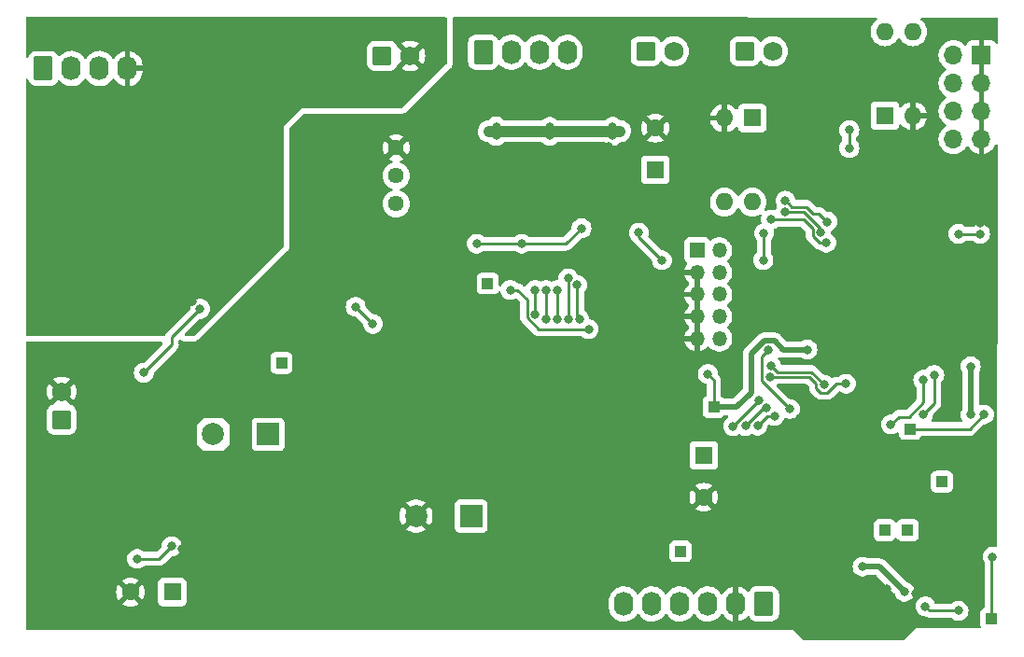
<source format=gbr>
%TF.GenerationSoftware,KiCad,Pcbnew,7.0.5-7.0.5~ubuntu22.04.1*%
%TF.CreationDate,2023-06-06T13:21:44+02:00*%
%TF.ProjectId,MR-SLDR-01,4d522d53-4c44-4522-9d30-312e6b696361,rev?*%
%TF.SameCoordinates,Original*%
%TF.FileFunction,Copper,L2,Bot*%
%TF.FilePolarity,Positive*%
%FSLAX46Y46*%
G04 Gerber Fmt 4.6, Leading zero omitted, Abs format (unit mm)*
G04 Created by KiCad (PCBNEW 7.0.5-7.0.5~ubuntu22.04.1) date 2023-06-06 13:21:44*
%MOMM*%
%LPD*%
G01*
G04 APERTURE LIST*
G04 Aperture macros list*
%AMRoundRect*
0 Rectangle with rounded corners*
0 $1 Rounding radius*
0 $2 $3 $4 $5 $6 $7 $8 $9 X,Y pos of 4 corners*
0 Add a 4 corners polygon primitive as box body*
4,1,4,$2,$3,$4,$5,$6,$7,$8,$9,$2,$3,0*
0 Add four circle primitives for the rounded corners*
1,1,$1+$1,$2,$3*
1,1,$1+$1,$4,$5*
1,1,$1+$1,$6,$7*
1,1,$1+$1,$8,$9*
0 Add four rect primitives between the rounded corners*
20,1,$1+$1,$2,$3,$4,$5,0*
20,1,$1+$1,$4,$5,$6,$7,0*
20,1,$1+$1,$6,$7,$8,$9,0*
20,1,$1+$1,$8,$9,$2,$3,0*%
G04 Aperture macros list end*
%TA.AperFunction,ComponentPad*%
%ADD10C,1.440000*%
%TD*%
%TA.AperFunction,ComponentPad*%
%ADD11R,2.000000X2.000000*%
%TD*%
%TA.AperFunction,ComponentPad*%
%ADD12C,2.000000*%
%TD*%
%TA.AperFunction,ComponentPad*%
%ADD13RoundRect,0.250000X0.620000X-0.620000X0.620000X0.620000X-0.620000X0.620000X-0.620000X-0.620000X0*%
%TD*%
%TA.AperFunction,ComponentPad*%
%ADD14C,1.740000*%
%TD*%
%TA.AperFunction,ComponentPad*%
%ADD15R,1.000000X1.000000*%
%TD*%
%TA.AperFunction,ComponentPad*%
%ADD16RoundRect,0.250000X-0.620000X-0.620000X0.620000X-0.620000X0.620000X0.620000X-0.620000X0.620000X0*%
%TD*%
%TA.AperFunction,ComponentPad*%
%ADD17C,0.600000*%
%TD*%
%TA.AperFunction,SMDPad,CuDef*%
%ADD18R,9.500000X3.400000*%
%TD*%
%TA.AperFunction,ComponentPad*%
%ADD19R,1.600000X1.600000*%
%TD*%
%TA.AperFunction,ComponentPad*%
%ADD20C,1.600000*%
%TD*%
%TA.AperFunction,ComponentPad*%
%ADD21RoundRect,0.250000X-0.620000X-0.845000X0.620000X-0.845000X0.620000X0.845000X-0.620000X0.845000X0*%
%TD*%
%TA.AperFunction,ComponentPad*%
%ADD22O,1.740000X2.190000*%
%TD*%
%TA.AperFunction,ComponentPad*%
%ADD23R,1.350000X1.350000*%
%TD*%
%TA.AperFunction,ComponentPad*%
%ADD24O,1.350000X1.350000*%
%TD*%
%TA.AperFunction,ComponentPad*%
%ADD25O,1.600000X1.600000*%
%TD*%
%TA.AperFunction,ComponentPad*%
%ADD26O,0.890000X1.550000*%
%TD*%
%TA.AperFunction,ComponentPad*%
%ADD27O,1.250000X0.950000*%
%TD*%
%TA.AperFunction,ComponentPad*%
%ADD28RoundRect,0.250000X0.620000X0.845000X-0.620000X0.845000X-0.620000X-0.845000X0.620000X-0.845000X0*%
%TD*%
%TA.AperFunction,ComponentPad*%
%ADD29R,1.700000X1.700000*%
%TD*%
%TA.AperFunction,ComponentPad*%
%ADD30O,1.700000X1.700000*%
%TD*%
%TA.AperFunction,ViaPad*%
%ADD31C,0.800000*%
%TD*%
%TA.AperFunction,Conductor*%
%ADD32C,0.250000*%
%TD*%
%TA.AperFunction,Conductor*%
%ADD33C,0.500000*%
%TD*%
%TA.AperFunction,Conductor*%
%ADD34C,1.000000*%
%TD*%
G04 APERTURE END LIST*
D10*
%TO.P,RV1,1,1*%
%TO.N,M.V3P3OUT*%
X130600000Y-98180000D03*
%TO.P,RV1,2,2*%
%TO.N,Net-(U6-AVRef)*%
X130600000Y-95640000D03*
%TO.P,RV1,3,3*%
%TO.N,GND*%
X130600000Y-93100000D03*
%TD*%
D11*
%TO.P,C19,1*%
%TO.N,+12V*%
X119000000Y-119100000D03*
D12*
%TO.P,C19,2*%
%TO.N,GND*%
X114000000Y-119100000D03*
%TD*%
D13*
%TO.P,J10,1,Pin_1*%
%TO.N,Net-(J10-Pin_1)*%
X100250000Y-117770000D03*
D14*
%TO.P,J10,2,Pin_2*%
%TO.N,GND*%
X100250000Y-115230000D03*
%TD*%
D15*
%TO.P,TP7,1,1*%
%TO.N,Net-(U5-~{SUSPEND})*%
X184600000Y-135800000D03*
%TD*%
D16*
%TO.P,J1,1,Pin_1*%
%TO.N,BAT_NTC*%
X129330000Y-84750000D03*
D14*
%TO.P,J1,2,Pin_2*%
%TO.N,GND1*%
X131870000Y-84750000D03*
%TD*%
D15*
%TO.P,TP1,1,1*%
%TO.N,+3.3V*%
X159400000Y-116600000D03*
%TD*%
%TO.P,TP8,1,1*%
%TO.N,Net-(J6-Pin_5)*%
X156400000Y-129700000D03*
%TD*%
D17*
%TO.P,U6,29,GND(pad)*%
%TO.N,GND*%
X146550000Y-95700000D03*
X144770000Y-95700000D03*
X142990000Y-95700000D03*
X141210000Y-95700000D03*
X139430000Y-95700000D03*
X137650000Y-95700000D03*
X146550000Y-97000000D03*
X144770000Y-97000000D03*
X142990000Y-97000000D03*
D18*
X142100000Y-97000000D03*
D17*
X141210000Y-97000000D03*
X139430000Y-97000000D03*
X137650000Y-97000000D03*
X146550000Y-98300000D03*
X144770000Y-98300000D03*
X142990000Y-98300000D03*
X141210000Y-98300000D03*
X139430000Y-98300000D03*
X137650000Y-98300000D03*
%TD*%
D16*
%TO.P,J9,1,Pin_1*%
%TO.N,Net-(J9-Pin_1)*%
X153230000Y-84350000D03*
D14*
%TO.P,J9,2,Pin_2*%
%TO.N,Net-(J9-Pin_2)*%
X155770000Y-84350000D03*
%TD*%
D19*
%TO.P,C11,1*%
%TO.N,+3.3V*%
X158500000Y-120997349D03*
D20*
%TO.P,C11,2*%
%TO.N,GND*%
X158500000Y-124797349D03*
%TD*%
D21*
%TO.P,J5,1,Pin_1*%
%TO.N,M.1B*%
X138490000Y-84420000D03*
D22*
%TO.P,J5,2,Pin_2*%
%TO.N,M.2B*%
X141030000Y-84420000D03*
%TO.P,J5,3,Pin_3*%
%TO.N,M.1A*%
X143570000Y-84420000D03*
%TO.P,J5,4,Pin_4*%
%TO.N,M.2A*%
X146110000Y-84420000D03*
%TD*%
D23*
%TO.P,J4,1,Pin_1*%
%TO.N,+3.3V*%
X157900000Y-102400000D03*
D24*
%TO.P,J4,2,Pin_2*%
%TO.N,JTAG.TMS*%
X159900000Y-102400000D03*
%TO.P,J4,3,Pin_3*%
%TO.N,GND*%
X157900000Y-104400000D03*
%TO.P,J4,4,Pin_4*%
%TO.N,JTAG.TCK*%
X159900000Y-104400000D03*
%TO.P,J4,5,Pin_5*%
%TO.N,GND*%
X157900000Y-106400000D03*
%TO.P,J4,6,Pin_6*%
%TO.N,JTAG.TDO*%
X159900000Y-106400000D03*
%TO.P,J4,7,Pin_7*%
%TO.N,GND*%
X157900000Y-108400000D03*
%TO.P,J4,8,Pin_8*%
%TO.N,JTAG.TDI*%
X159900000Y-108400000D03*
%TO.P,J4,9,Pin_9*%
%TO.N,GND*%
X157900000Y-110400000D03*
%TO.P,J4,10,Pin_10*%
%TO.N,Net-(J4-Pin_10)*%
X159900000Y-110400000D03*
%TD*%
D19*
%TO.P,U8,1*%
%TO.N,Net-(Q8-C)*%
X174925000Y-90200000D03*
D25*
%TO.P,U8,2*%
%TO.N,GND*%
X177465000Y-90200000D03*
%TO.P,U8,3*%
%TO.N,Net-(J8-Pin_1)*%
X177465000Y-82580000D03*
%TO.P,U8,4*%
%TO.N,Net-(JP7-B)*%
X174925000Y-82580000D03*
%TD*%
D19*
%TO.P,U9,1*%
%TO.N,Net-(Q9-C)*%
X162900000Y-90400000D03*
D25*
%TO.P,U9,2*%
%TO.N,GND*%
X160360000Y-90400000D03*
%TO.P,U9,3*%
%TO.N,Net-(J9-Pin_1)*%
X160360000Y-98020000D03*
%TO.P,U9,4*%
%TO.N,Net-(JP8-B)*%
X162900000Y-98020000D03*
%TD*%
D16*
%TO.P,J8,1,Pin_1*%
%TO.N,Net-(J8-Pin_1)*%
X162230000Y-84350000D03*
D14*
%TO.P,J8,2,Pin_2*%
%TO.N,Net-(J8-Pin_2)*%
X164770000Y-84350000D03*
%TD*%
D11*
%TO.P,C1,1*%
%TO.N,Net-(Q3-D)*%
X137400000Y-126500000D03*
D12*
%TO.P,C1,2*%
%TO.N,GND*%
X132400000Y-126500000D03*
%TD*%
D15*
%TO.P,TP5,1,1*%
%TO.N,Net-(U5-~{DCD})*%
X174900000Y-127800000D03*
%TD*%
%TO.P,TP3,1,1*%
%TO.N,Net-(U5-~{CTS})*%
X177200000Y-118600000D03*
%TD*%
%TO.P,TP6,1,1*%
%TO.N,Net-(U5-~{RI}{slash}CLK)*%
X177000000Y-127800000D03*
%TD*%
%TO.P,Batt.meas1,1,1*%
%TO.N,/CPU/Batt.meas*%
X138900000Y-105400000D03*
%TD*%
%TO.P,TP2,1,1*%
%TO.N,+12V*%
X120200000Y-112600000D03*
%TD*%
D19*
%TO.P,C14,1*%
%TO.N,+5V*%
X110300000Y-133400000D03*
D20*
%TO.P,C14,2*%
%TO.N,GND*%
X106500000Y-133400000D03*
%TD*%
D21*
%TO.P,J2,1,Pin_1*%
%TO.N,Net-(J2-Pin_1)*%
X98600000Y-85900000D03*
D22*
%TO.P,J2,2,Pin_2*%
%TO.N,Net-(J2-Pin_2)*%
X101140000Y-85900000D03*
%TO.P,J2,3,Pin_3*%
%TO.N,Net-(J2-Pin_3)*%
X103680000Y-85900000D03*
%TO.P,J2,4,Pin_4*%
%TO.N,GND1*%
X106220000Y-85900000D03*
%TD*%
D26*
%TO.P,J3,6,Shield*%
%TO.N,GND*%
X168600000Y-136800000D03*
D27*
X169600000Y-134100000D03*
X174600000Y-134100000D03*
D26*
X175600000Y-136800000D03*
%TD*%
D19*
%TO.P,C24,1*%
%TO.N,+12V*%
X154100000Y-95102651D03*
D20*
%TO.P,C24,2*%
%TO.N,GND*%
X154100000Y-91302651D03*
%TD*%
D15*
%TO.P,TP4,1,1*%
%TO.N,Net-(U5-~{DSR})*%
X180100000Y-123400000D03*
%TD*%
D28*
%TO.P,J6,1,Pin_1*%
%TO.N,+3.3V*%
X163950000Y-134480000D03*
D22*
%TO.P,J6,2,Pin_2*%
%TO.N,GND*%
X161410000Y-134480000D03*
%TO.P,J6,3,Pin_3*%
%TO.N,/CPU/I2C0.SCL*%
X158870000Y-134480000D03*
%TO.P,J6,4,Pin_4*%
%TO.N,/CPU/I2C0.SDA*%
X156330000Y-134480000D03*
%TO.P,J6,5,Pin_5*%
%TO.N,Net-(J6-Pin_5)*%
X153790000Y-134480000D03*
%TO.P,J6,6,Pin_6*%
%TO.N,/CPU/DISTANCE_METER.EN*%
X151250000Y-134480000D03*
%TD*%
D29*
%TO.P,J7,1,Pin_1*%
%TO.N,GND*%
X183690000Y-84700000D03*
D30*
%TO.P,J7,2,Pin_2*%
%TO.N,Net-(J7-Pin_2)*%
X181150000Y-84700000D03*
%TO.P,J7,3,Pin_3*%
%TO.N,GND*%
X183690000Y-87240000D03*
%TO.P,J7,4,Pin_4*%
%TO.N,Net-(J7-Pin_4)*%
X181150000Y-87240000D03*
%TO.P,J7,5,Pin_5*%
%TO.N,GND*%
X183690000Y-89780000D03*
%TO.P,J7,6,Pin_6*%
%TO.N,Net-(J7-Pin_6)*%
X181150000Y-89780000D03*
%TO.P,J7,7,Pin_7*%
%TO.N,GND*%
X183690000Y-92320000D03*
%TO.P,J7,8,Pin_8*%
%TO.N,Net-(J7-Pin_8)*%
X181150000Y-92320000D03*
%TD*%
D31*
%TO.N,ESP32.BOOT*%
X166300000Y-116800000D03*
%TO.N,+12V*%
X150227582Y-91203082D03*
X145200000Y-91600000D03*
X144524500Y-92000000D03*
X150224500Y-92000000D03*
X144527582Y-91203082D03*
X150900000Y-91600000D03*
X139000000Y-91600000D03*
X139675500Y-91174500D03*
X139675500Y-92000000D03*
%TO.N,GND*%
X184000000Y-114400000D03*
X113500000Y-113600000D03*
X135400000Y-115200000D03*
X178800000Y-105700000D03*
X178800000Y-104300000D03*
X122600000Y-92200000D03*
X177700000Y-133500000D03*
X180200000Y-96700000D03*
X103000000Y-130300000D03*
X146500000Y-87524999D03*
X167800000Y-102100000D03*
X138900000Y-112900000D03*
X175000000Y-103299999D03*
X135400000Y-117200000D03*
X112600000Y-112700000D03*
X177800000Y-108100000D03*
X175100000Y-133100000D03*
X133800000Y-104500000D03*
X146900000Y-86800000D03*
X134200000Y-113000000D03*
X113500000Y-112700000D03*
X174200000Y-125300000D03*
X112600000Y-113600000D03*
X137700000Y-132500000D03*
X173000000Y-129800000D03*
X167100000Y-96700000D03*
X136000000Y-90000000D03*
X174000000Y-133100000D03*
X135400000Y-116200000D03*
X123500000Y-92200000D03*
X177800000Y-103300000D03*
X178800000Y-107099999D03*
X136600000Y-115200000D03*
X137700000Y-112900000D03*
X154000000Y-116600000D03*
X176280153Y-134730057D03*
X111700000Y-113600000D03*
X136000000Y-89100000D03*
X174000000Y-107100000D03*
X147300000Y-87500000D03*
X110800000Y-113600000D03*
X123500000Y-91300000D03*
X122600000Y-93100000D03*
X181000000Y-126400000D03*
X181000000Y-128800000D03*
X136700000Y-132500000D03*
X154600000Y-111500000D03*
X183400000Y-126400000D03*
X176400000Y-108100000D03*
X162800000Y-130900000D03*
X175000000Y-108100000D03*
X174000000Y-105700000D03*
X183400000Y-128800000D03*
X182200000Y-127600000D03*
X149900000Y-93000000D03*
X122600000Y-91300000D03*
X174000000Y-104300000D03*
X167200000Y-117600000D03*
X169824875Y-89599999D03*
X136600000Y-117200000D03*
X105300000Y-120900000D03*
X136600000Y-116200000D03*
X111200000Y-129500000D03*
X166300000Y-125200000D03*
X105075500Y-125600000D03*
X123500000Y-93100000D03*
X135700000Y-113600000D03*
X176400000Y-103300000D03*
X134000000Y-100500000D03*
X183564500Y-99900000D03*
X120300000Y-106300000D03*
X136000000Y-88200000D03*
%TO.N,+3.3V*%
X144200498Y-106000500D03*
X182707862Y-112932362D03*
X182707862Y-117299502D03*
X158861445Y-113614055D03*
X172900000Y-131100000D03*
X144200497Y-108649500D03*
X176708216Y-133376027D03*
X167900000Y-111400000D03*
%TO.N,M.V3P3OUT*%
X137900000Y-101800000D03*
X147400000Y-100400000D03*
X142000000Y-101800000D03*
%TO.N,/CPU/I2C0.SCL*%
X163500000Y-116000000D03*
X161150000Y-118350000D03*
%TO.N,/CPU/I2C0.SDA*%
X162274309Y-118325691D03*
X164206755Y-116706755D03*
%TO.N,/CPU/DISTANCE_METER.EN*%
X164913510Y-117413510D03*
X163387701Y-118312299D03*
%TO.N,Net-(Q8-B)*%
X171700001Y-93124499D03*
X171700001Y-91474873D03*
%TO.N,ESP32.BOOT*%
X164321177Y-111450500D03*
%TO.N,ESP32.EN*%
X178396672Y-117301849D03*
X179400000Y-113700500D03*
X181600000Y-100899999D03*
X183564500Y-100900000D03*
%TO.N,Net-(U3-FB)*%
X107100000Y-130389500D03*
X110230341Y-129257585D03*
%TO.N,/CPU/!M.FAULT*%
X145200000Y-108649500D03*
X145200000Y-106000000D03*
X171400000Y-114500000D03*
X164500000Y-113900000D03*
%TO.N,/CPU/M.DIR*%
X152600000Y-100800000D03*
X154700000Y-103300000D03*
X169600000Y-101700000D03*
X164585993Y-99624499D03*
%TO.N,/CPU/M.STEP*%
X147000000Y-105550500D03*
X169100000Y-100800000D03*
X165900001Y-98899999D03*
X147200497Y-108649500D03*
%TO.N,/CPU/!M.RESET*%
X143200000Y-106000500D03*
X165900000Y-97900000D03*
X169700000Y-99800000D03*
X143200000Y-108199500D03*
%TO.N,/CPU/!M.EN*%
X164600000Y-112900000D03*
X146200529Y-104950625D03*
X146200994Y-108649500D03*
X169415500Y-114600498D03*
%TO.N,/CPU/VSPI.SDO*%
X175475500Y-118200000D03*
X178400497Y-114150500D03*
%TO.N,JTAG.TDI*%
X163954191Y-100854190D03*
X163900000Y-103274500D03*
%TO.N,GND1*%
X108400000Y-88300000D03*
X108900000Y-100600000D03*
X112100000Y-107000000D03*
X106400000Y-93800000D03*
X107900000Y-100600000D03*
X108400000Y-83500000D03*
X108500000Y-93800000D03*
X103100000Y-107000000D03*
X114600000Y-106400000D03*
X108400000Y-87200000D03*
X109900000Y-100600000D03*
X108400000Y-82500000D03*
X108400000Y-84600000D03*
X108400000Y-86100000D03*
X104300000Y-93800000D03*
X103100000Y-109100000D03*
X102200000Y-93800000D03*
%TO.N,Net-(U5-~{CTS})*%
X183909236Y-117299500D03*
%TO.N,Net-(U5-~{SUSPEND})*%
X184700000Y-130200000D03*
%TO.N,Net-(U5-VBUS)*%
X181600000Y-135100000D03*
X178599646Y-134699646D03*
%TO.N,Net-(J10-Pin_1)*%
X128477464Y-109077464D03*
X107700000Y-113500500D03*
X112824500Y-107711166D03*
X126922536Y-107522536D03*
%TO.N,/CPU/Batt.meas*%
X140941214Y-106000500D03*
X148046335Y-109553665D03*
%TD*%
D32*
%TO.N,ESP32.BOOT*%
X163775000Y-111996677D02*
X164321177Y-111450500D01*
X163775000Y-114275000D02*
X166300000Y-116800000D01*
X163775000Y-111996677D02*
X163775000Y-114275000D01*
D33*
%TO.N,+3.3V*%
X159400000Y-116600000D02*
X161500000Y-116600000D01*
X161500000Y-116600000D02*
X162800000Y-115300000D01*
X163969095Y-110600500D02*
X164900500Y-110600500D01*
X162800000Y-115300000D02*
X162800000Y-111769595D01*
X162800000Y-111769595D02*
X163969095Y-110600500D01*
X164900500Y-110600500D02*
X165700000Y-111400000D01*
X165700000Y-111400000D02*
X167900000Y-111400000D01*
D34*
%TO.N,+12V*%
X150900000Y-91600000D02*
X139000000Y-91600000D01*
D33*
%TO.N,+3.3V*%
X176708216Y-133376027D02*
X174432189Y-131100000D01*
D32*
X159400000Y-114152610D02*
X158861445Y-113614055D01*
X144200497Y-108649500D02*
X144200498Y-108649499D01*
X144200498Y-108649499D02*
X144200498Y-106000500D01*
D33*
X182707862Y-117299502D02*
X182707862Y-112932362D01*
D32*
X159400000Y-116600000D02*
X159400000Y-114152610D01*
D33*
X174432189Y-131100000D02*
X172900000Y-131100000D01*
D32*
%TO.N,M.V3P3OUT*%
X137900000Y-101800000D02*
X142000000Y-101800000D01*
X142000000Y-101800000D02*
X146000000Y-101800000D01*
X146000000Y-101800000D02*
X147400000Y-100400000D01*
%TO.N,/CPU/I2C0.SCL*%
X163500000Y-116000000D02*
X161150000Y-118350000D01*
%TO.N,/CPU/I2C0.SDA*%
X162274309Y-118325691D02*
X163893245Y-116706755D01*
X163893245Y-116706755D02*
X164206755Y-116706755D01*
%TO.N,/CPU/DISTANCE_METER.EN*%
X163387701Y-118312299D02*
X164268245Y-117431755D01*
X164507060Y-117431755D02*
X164525305Y-117413510D01*
X164268245Y-117431755D02*
X164507060Y-117431755D01*
X164525305Y-117413510D02*
X164913510Y-117413510D01*
%TO.N,Net-(Q8-B)*%
X171700001Y-93124499D02*
X171700001Y-91474873D01*
%TO.N,ESP32.EN*%
X181600000Y-100899999D02*
X181600001Y-100900000D01*
X179400000Y-113700500D02*
X179400000Y-116298521D01*
X179400000Y-116298521D02*
X178396672Y-117301849D01*
X181600001Y-100900000D02*
X183564500Y-100900000D01*
%TO.N,Net-(U3-FB)*%
X109098426Y-130389500D02*
X110230341Y-129257585D01*
X107100000Y-130389500D02*
X109098426Y-130389500D01*
%TO.N,/CPU/!M.FAULT*%
X169715805Y-115325498D02*
X169115195Y-115325498D01*
X169115195Y-115325498D02*
X168690500Y-114900803D01*
X170541303Y-114500000D02*
X169715805Y-115325498D01*
X168690500Y-114511894D02*
X168078606Y-113900000D01*
X171400000Y-114500000D02*
X170541303Y-114500000D01*
X145200000Y-106000000D02*
X145200000Y-108649500D01*
X168690500Y-114900803D02*
X168690500Y-114511894D01*
X168078606Y-113900000D02*
X164500000Y-113900000D01*
%TO.N,/CPU/M.DIR*%
X152600000Y-101200000D02*
X154700000Y-103300000D01*
X169600000Y-101700000D02*
X168974695Y-101700000D01*
X168375000Y-101100305D02*
X168974695Y-101700000D01*
X167524499Y-99624499D02*
X168375000Y-100475000D01*
X164585993Y-99624499D02*
X167524499Y-99624499D01*
X168375000Y-100475000D02*
X168375000Y-101100305D01*
X152600000Y-100800000D02*
X152600000Y-101200000D01*
%TO.N,/CPU/M.STEP*%
X147000000Y-105550500D02*
X147000000Y-108449003D01*
X147000000Y-108449003D02*
X147200497Y-108649500D01*
X167599999Y-98899999D02*
X165900001Y-98899999D01*
X169100000Y-100800000D02*
X169100000Y-100400000D01*
X169100000Y-100400000D02*
X167599999Y-98899999D01*
%TO.N,/CPU/!M.RESET*%
X166475306Y-98449999D02*
X167786396Y-98450000D01*
X166174999Y-98174999D02*
X166200306Y-98174999D01*
X168411396Y-99075000D02*
X168925180Y-99075000D01*
X167786396Y-98450000D02*
X168411396Y-99075000D01*
X169650180Y-99800000D02*
X169700000Y-99800000D01*
X143200000Y-106000500D02*
X143200000Y-108199500D01*
X166200306Y-98174999D02*
X166475306Y-98449999D01*
X165900000Y-97900000D02*
X166174999Y-98174999D01*
X168925180Y-99075000D02*
X169650180Y-99800000D01*
%TO.N,/CPU/!M.EN*%
X165150000Y-113450000D02*
X168265002Y-113450000D01*
X146200529Y-104950625D02*
X146200529Y-108649035D01*
X164600000Y-112900000D02*
X165150000Y-113450000D01*
X168265002Y-113450000D02*
X169415500Y-114600498D01*
X146200529Y-108649035D02*
X146200994Y-108649500D01*
%TO.N,/CPU/VSPI.SDO*%
X178400497Y-116199503D02*
X178400497Y-114150500D01*
X177100000Y-117500000D02*
X178400497Y-116199503D01*
X175475500Y-118200000D02*
X176175500Y-117500000D01*
X176175500Y-117500000D02*
X177100000Y-117500000D01*
%TO.N,JTAG.TDI*%
X163954191Y-103220309D02*
X163954191Y-100854190D01*
X163900000Y-103274500D02*
X163954191Y-103220309D01*
%TO.N,Net-(U5-~{CTS})*%
X182608736Y-118600000D02*
X177400000Y-118600000D01*
X183909236Y-117299500D02*
X182608736Y-118600000D01*
%TO.N,Net-(U5-~{SUSPEND})*%
X184600000Y-130300000D02*
X184600000Y-135800000D01*
X184700000Y-130200000D02*
X184600000Y-130300000D01*
%TO.N,Net-(U5-VBUS)*%
X181600000Y-135100000D02*
X179000000Y-135100000D01*
X179000000Y-135100000D02*
X178599646Y-134699646D01*
%TO.N,Net-(J10-Pin_1)*%
X110250500Y-110950000D02*
X107700000Y-113500500D01*
X112824500Y-107711166D02*
X110250500Y-110285166D01*
X128477464Y-109077464D02*
X126922536Y-107522536D01*
X110250500Y-110285166D02*
X110250500Y-110950000D01*
%TO.N,/CPU/Batt.meas*%
X141600500Y-106000500D02*
X142475000Y-106875000D01*
X142475000Y-108499805D02*
X143528860Y-109553665D01*
X140941214Y-106000500D02*
X141600500Y-106000500D01*
X142475000Y-106875000D02*
X142475000Y-108499805D01*
X143528860Y-109553665D02*
X148046335Y-109553665D01*
%TD*%
%TA.AperFunction,Conductor*%
%TO.N,GND1*%
G36*
X104786479Y-81203603D02*
G01*
X104843596Y-81217681D01*
X105055340Y-81243391D01*
X105113869Y-81250499D01*
X135076000Y-81250499D01*
X135143039Y-81270184D01*
X135188794Y-81322988D01*
X135200000Y-81374499D01*
X135200000Y-85447738D01*
X135180315Y-85514777D01*
X135162592Y-85536495D01*
X131136124Y-89464757D01*
X131074392Y-89497482D01*
X131049532Y-89500000D01*
X121999999Y-89500000D01*
X120399999Y-91100000D01*
X120399999Y-102048190D01*
X120380314Y-102115229D01*
X120363141Y-102136407D01*
X112236224Y-110164217D01*
X112174696Y-110197326D01*
X112149082Y-110200000D01*
X111519617Y-110200000D01*
X111452578Y-110180315D01*
X111406823Y-110127511D01*
X111396879Y-110058353D01*
X111425904Y-109994797D01*
X111431936Y-109988319D01*
X111974508Y-109445748D01*
X112772270Y-108647985D01*
X112833594Y-108614500D01*
X112859952Y-108611666D01*
X112919144Y-108611666D01*
X112919146Y-108611666D01*
X113104303Y-108572310D01*
X113277230Y-108495317D01*
X113430371Y-108384054D01*
X113557033Y-108243382D01*
X113651679Y-108079450D01*
X113710174Y-107899422D01*
X113729960Y-107711166D01*
X113710174Y-107522910D01*
X113651679Y-107342882D01*
X113557033Y-107178950D01*
X113430371Y-107038278D01*
X113430370Y-107038277D01*
X113277234Y-106927017D01*
X113277229Y-106927014D01*
X113104307Y-106850023D01*
X113104302Y-106850021D01*
X112958501Y-106819031D01*
X112919146Y-106810666D01*
X112729854Y-106810666D01*
X112697397Y-106817564D01*
X112544697Y-106850021D01*
X112544692Y-106850023D01*
X112371770Y-106927014D01*
X112371765Y-106927017D01*
X112218629Y-107038277D01*
X112091966Y-107178951D01*
X111997321Y-107342881D01*
X111997318Y-107342888D01*
X111938827Y-107522906D01*
X111938826Y-107522910D01*
X111936881Y-107541420D01*
X111921179Y-107690815D01*
X111894594Y-107755429D01*
X111885539Y-107765534D01*
X109866708Y-109784365D01*
X109854451Y-109794186D01*
X109854634Y-109794407D01*
X109848622Y-109799380D01*
X109801932Y-109849098D01*
X109800579Y-109850495D01*
X109780389Y-109870685D01*
X109780377Y-109870698D01*
X109776121Y-109876183D01*
X109772337Y-109880613D01*
X109740437Y-109914584D01*
X109740436Y-109914586D01*
X109730784Y-109932142D01*
X109720110Y-109948392D01*
X109707829Y-109964227D01*
X109707824Y-109964234D01*
X109689315Y-110007004D01*
X109686745Y-110012250D01*
X109664303Y-110053072D01*
X109659322Y-110072473D01*
X109653021Y-110090876D01*
X109645061Y-110109270D01*
X109644678Y-110110591D01*
X109644095Y-110111502D01*
X109641965Y-110116427D01*
X109641170Y-110116083D01*
X109607074Y-110169478D01*
X109543602Y-110198686D01*
X109525601Y-110200000D01*
X97124500Y-110200000D01*
X97057461Y-110180315D01*
X97011706Y-110127511D01*
X97000500Y-110076000D01*
X97000500Y-94251276D01*
X97000500Y-86943455D01*
X97020185Y-86876419D01*
X97072989Y-86830664D01*
X97142147Y-86820720D01*
X97205703Y-86849745D01*
X97242206Y-86904453D01*
X97276009Y-87006462D01*
X97295186Y-87064334D01*
X97387288Y-87213656D01*
X97511344Y-87337712D01*
X97660666Y-87429814D01*
X97827203Y-87484999D01*
X97929991Y-87495500D01*
X99270008Y-87495499D01*
X99372797Y-87484999D01*
X99539334Y-87429814D01*
X99688656Y-87337712D01*
X99812712Y-87213656D01*
X99904814Y-87064334D01*
X99904817Y-87064322D01*
X99905866Y-87062075D01*
X99907004Y-87060781D01*
X99908605Y-87058187D01*
X99909047Y-87058460D01*
X99952032Y-87009629D01*
X100019223Y-86990469D01*
X100086107Y-87010676D01*
X100107777Y-87028664D01*
X100231272Y-87157516D01*
X100231273Y-87157517D01*
X100418834Y-87296237D01*
X100418836Y-87296238D01*
X100418839Y-87296240D01*
X100627153Y-87401270D01*
X100850220Y-87469583D01*
X101081624Y-87499216D01*
X101314707Y-87489314D01*
X101542765Y-87440164D01*
X101759235Y-87353179D01*
X101957891Y-87230862D01*
X102133018Y-87076731D01*
X102279578Y-86895220D01*
X102302102Y-86854899D01*
X102351982Y-86805972D01*
X102420395Y-86791779D01*
X102485621Y-86816826D01*
X102513092Y-86845935D01*
X102579006Y-86943458D01*
X102609847Y-86989088D01*
X102676073Y-87058187D01*
X102771272Y-87157516D01*
X102771273Y-87157517D01*
X102958834Y-87296237D01*
X102958836Y-87296238D01*
X102958839Y-87296240D01*
X103167153Y-87401270D01*
X103390220Y-87469583D01*
X103621624Y-87499216D01*
X103854707Y-87489314D01*
X104082765Y-87440164D01*
X104299235Y-87353179D01*
X104497891Y-87230862D01*
X104673018Y-87076731D01*
X104819578Y-86895220D01*
X104842375Y-86854410D01*
X104892255Y-86805483D01*
X104960668Y-86791290D01*
X105025894Y-86816337D01*
X105053365Y-86845446D01*
X105150235Y-86988771D01*
X105311603Y-87157139D01*
X105311604Y-87157140D01*
X105499097Y-87295810D01*
X105707338Y-87400803D01*
X105930330Y-87469093D01*
X105930328Y-87469093D01*
X105969998Y-87474173D01*
X105969999Y-87474172D01*
X105969999Y-86440469D01*
X106064674Y-86479685D01*
X106181003Y-86495000D01*
X106258997Y-86495000D01*
X106375326Y-86479685D01*
X106470000Y-86440469D01*
X106470000Y-87472574D01*
X106622618Y-87439683D01*
X106622619Y-87439683D01*
X106839005Y-87352732D01*
X107037592Y-87230458D01*
X107212656Y-87076382D01*
X107212660Y-87076378D01*
X107359157Y-86894945D01*
X107359161Y-86894939D01*
X107472895Y-86691346D01*
X107550585Y-86471461D01*
X107550587Y-86471453D01*
X107589999Y-86241612D01*
X107590000Y-86241603D01*
X107590000Y-86150000D01*
X106760470Y-86150000D01*
X106799685Y-86055326D01*
X106820134Y-85900000D01*
X106799685Y-85744674D01*
X106760470Y-85650000D01*
X107590000Y-85650000D01*
X107590000Y-85616805D01*
X107589999Y-85616787D01*
X107575177Y-85442636D01*
X107569283Y-85420001D01*
X127959500Y-85420001D01*
X127959501Y-85420018D01*
X127970000Y-85522796D01*
X127970001Y-85522799D01*
X127995561Y-85599933D01*
X128025186Y-85689334D01*
X128117288Y-85838656D01*
X128241344Y-85962712D01*
X128390666Y-86054814D01*
X128557203Y-86109999D01*
X128659991Y-86120500D01*
X130000008Y-86120499D01*
X130102797Y-86109999D01*
X130269334Y-86054814D01*
X130418656Y-85962712D01*
X130542712Y-85838656D01*
X130634814Y-85689334D01*
X130659311Y-85615406D01*
X130699082Y-85557963D01*
X130715174Y-85551272D01*
X131348299Y-84918147D01*
X131351640Y-84934225D01*
X131420565Y-85067246D01*
X131522823Y-85176737D01*
X131650830Y-85254580D01*
X131704058Y-85269493D01*
X131092578Y-85880972D01*
X131092578Y-85880974D01*
X131118111Y-85900847D01*
X131118116Y-85900851D01*
X131317784Y-86008905D01*
X131317798Y-86008911D01*
X131532528Y-86082629D01*
X131756480Y-86120000D01*
X131983520Y-86120000D01*
X132207471Y-86082629D01*
X132422201Y-86008911D01*
X132422210Y-86008908D01*
X132621889Y-85900846D01*
X132621892Y-85900845D01*
X132647420Y-85880974D01*
X132647420Y-85880973D01*
X132037767Y-85271320D01*
X132155836Y-85220037D01*
X132272050Y-85125489D01*
X132358447Y-85003093D01*
X132389439Y-84915887D01*
X132999511Y-85525959D01*
X133079005Y-85404286D01*
X133079010Y-85404278D01*
X133170210Y-85196361D01*
X133225945Y-84976270D01*
X133225947Y-84976258D01*
X133244695Y-84750005D01*
X133244695Y-84749994D01*
X133225947Y-84523741D01*
X133225945Y-84523729D01*
X133170210Y-84303638D01*
X133079007Y-84095715D01*
X132999511Y-83974039D01*
X132391700Y-84581850D01*
X132388360Y-84565775D01*
X132319435Y-84432754D01*
X132217177Y-84323263D01*
X132089170Y-84245420D01*
X132035941Y-84230506D01*
X132647420Y-83619025D01*
X132621884Y-83599149D01*
X132621881Y-83599147D01*
X132422215Y-83491094D01*
X132422201Y-83491088D01*
X132207471Y-83417370D01*
X131983520Y-83380000D01*
X131756480Y-83380000D01*
X131532528Y-83417370D01*
X131317798Y-83491088D01*
X131317789Y-83491091D01*
X131118112Y-83599151D01*
X131092577Y-83619025D01*
X131702231Y-84228679D01*
X131584164Y-84279963D01*
X131467950Y-84374511D01*
X131381553Y-84496907D01*
X131350560Y-84584112D01*
X130723071Y-83956623D01*
X130721090Y-83956258D01*
X130670135Y-83908454D01*
X130659310Y-83884591D01*
X130634814Y-83810666D01*
X130542712Y-83661344D01*
X130418656Y-83537288D01*
X130269334Y-83445186D01*
X130102797Y-83390001D01*
X130102795Y-83390000D01*
X130000010Y-83379500D01*
X128659998Y-83379500D01*
X128659981Y-83379501D01*
X128557203Y-83390000D01*
X128557200Y-83390001D01*
X128390668Y-83445185D01*
X128390663Y-83445187D01*
X128241342Y-83537289D01*
X128117289Y-83661342D01*
X128025187Y-83810663D01*
X128025185Y-83810666D01*
X128025186Y-83810666D01*
X127970001Y-83977203D01*
X127970001Y-83977204D01*
X127970000Y-83977204D01*
X127959500Y-84079983D01*
X127959500Y-85420001D01*
X107569283Y-85420001D01*
X107516412Y-85216948D01*
X107420356Y-85004447D01*
X107420351Y-85004439D01*
X107289764Y-84811228D01*
X107128396Y-84642860D01*
X107128395Y-84642859D01*
X106940902Y-84504189D01*
X106732661Y-84399196D01*
X106509675Y-84330907D01*
X106509669Y-84330906D01*
X106470000Y-84325825D01*
X106470000Y-85359530D01*
X106375326Y-85320315D01*
X106258997Y-85305000D01*
X106181003Y-85305000D01*
X106064674Y-85320315D01*
X105970000Y-85359530D01*
X105970000Y-84327424D01*
X105969999Y-84327424D01*
X105817380Y-84360316D01*
X105817379Y-84360316D01*
X105600994Y-84447267D01*
X105402407Y-84569541D01*
X105227343Y-84723617D01*
X105227339Y-84723621D01*
X105080842Y-84905054D01*
X105080838Y-84905060D01*
X105058209Y-84945567D01*
X105008328Y-84994492D01*
X104939915Y-85008684D01*
X104874690Y-84983635D01*
X104847221Y-84954528D01*
X104807357Y-84895548D01*
X104750153Y-84810912D01*
X104588728Y-84642484D01*
X104588727Y-84642483D01*
X104588726Y-84642482D01*
X104401165Y-84503762D01*
X104289114Y-84447267D01*
X104192847Y-84398730D01*
X103969780Y-84330417D01*
X103969778Y-84330416D01*
X103969776Y-84330416D01*
X103738370Y-84300783D01*
X103505299Y-84310685D01*
X103505290Y-84310686D01*
X103277233Y-84359836D01*
X103277230Y-84359837D01*
X103060768Y-84446819D01*
X102862110Y-84569137D01*
X102686980Y-84723270D01*
X102686977Y-84723273D01*
X102540426Y-84904773D01*
X102540421Y-84904779D01*
X102517895Y-84945103D01*
X102468014Y-84994029D01*
X102399601Y-85008220D01*
X102334375Y-84983171D01*
X102306907Y-84954064D01*
X102210153Y-84810912D01*
X102048728Y-84642484D01*
X102048727Y-84642483D01*
X102048726Y-84642482D01*
X101861165Y-84503762D01*
X101749114Y-84447267D01*
X101652847Y-84398730D01*
X101429780Y-84330417D01*
X101429778Y-84330416D01*
X101429776Y-84330416D01*
X101198370Y-84300783D01*
X100965299Y-84310685D01*
X100965290Y-84310686D01*
X100737233Y-84359836D01*
X100737230Y-84359837D01*
X100520768Y-84446819D01*
X100322110Y-84569137D01*
X100146981Y-84723269D01*
X100114665Y-84763292D01*
X100057233Y-84803085D01*
X99987406Y-84805510D01*
X99927352Y-84769799D01*
X99905803Y-84737789D01*
X99904815Y-84735670D01*
X99904814Y-84735666D01*
X99812712Y-84586344D01*
X99688656Y-84462288D01*
X99585616Y-84398733D01*
X99539336Y-84370187D01*
X99539331Y-84370185D01*
X99509548Y-84360316D01*
X99372797Y-84315001D01*
X99372795Y-84315000D01*
X99270010Y-84304500D01*
X97929998Y-84304500D01*
X97929981Y-84304501D01*
X97827203Y-84315000D01*
X97827200Y-84315001D01*
X97660668Y-84370185D01*
X97660663Y-84370187D01*
X97511342Y-84462289D01*
X97387289Y-84586342D01*
X97295187Y-84735663D01*
X97295186Y-84735666D01*
X97242206Y-84895548D01*
X97202433Y-84952992D01*
X97137917Y-84979815D01*
X97069141Y-84967500D01*
X97017941Y-84919956D01*
X97000500Y-84856545D01*
X97000500Y-81324000D01*
X97020186Y-81256961D01*
X97072990Y-81211206D01*
X97124501Y-81200000D01*
X104756805Y-81200000D01*
X104786479Y-81203603D01*
G37*
%TD.AperFunction*%
%TD*%
%TA.AperFunction,Conductor*%
%TO.N,GND*%
G36*
X137500000Y-118000000D02*
G01*
X134500000Y-118000000D01*
X134500000Y-114300000D01*
X137500000Y-114300000D01*
X137500000Y-118000000D01*
G37*
%TD.AperFunction*%
%TD*%
%TA.AperFunction,Conductor*%
%TO.N,GND*%
G36*
X157661955Y-108727641D02*
G01*
X157774852Y-108785165D01*
X157868519Y-108800000D01*
X157931481Y-108800000D01*
X158025148Y-108785165D01*
X158138045Y-108727641D01*
X158150000Y-108715686D01*
X158150000Y-110084313D01*
X158138045Y-110072359D01*
X158025148Y-110014835D01*
X157931481Y-110000000D01*
X157868519Y-110000000D01*
X157774852Y-110014835D01*
X157661955Y-110072359D01*
X157649999Y-110084314D01*
X157649999Y-108715685D01*
X157661955Y-108727641D01*
G37*
%TD.AperFunction*%
%TA.AperFunction,Conductor*%
G36*
X157661955Y-106727641D02*
G01*
X157774852Y-106785165D01*
X157868519Y-106800000D01*
X157931481Y-106800000D01*
X158025148Y-106785165D01*
X158138045Y-106727641D01*
X158150000Y-106715686D01*
X158150000Y-108084314D01*
X158138045Y-108072359D01*
X158025148Y-108014835D01*
X157931481Y-108000000D01*
X157868519Y-108000000D01*
X157774852Y-108014835D01*
X157661955Y-108072359D01*
X157649999Y-108084314D01*
X157649999Y-106715685D01*
X157661955Y-106727641D01*
G37*
%TD.AperFunction*%
%TA.AperFunction,Conductor*%
G36*
X158150000Y-106084314D02*
G01*
X158138045Y-106072359D01*
X158025148Y-106014835D01*
X157931481Y-106000000D01*
X157868519Y-106000000D01*
X157774852Y-106014835D01*
X157661955Y-106072359D01*
X157649999Y-106084314D01*
X157649999Y-104715685D01*
X157661955Y-104727641D01*
X157774852Y-104785165D01*
X157868519Y-104800000D01*
X157931481Y-104800000D01*
X158025148Y-104785165D01*
X158138045Y-104727641D01*
X158150000Y-104715685D01*
X158150000Y-106084314D01*
G37*
%TD.AperFunction*%
%TA.AperFunction,Conductor*%
G36*
X164625948Y-81258851D02*
G01*
X174124283Y-81277848D01*
X174191282Y-81297667D01*
X174236931Y-81350562D01*
X174246736Y-81419740D01*
X174217584Y-81483238D01*
X174195157Y-81503423D01*
X174085859Y-81579953D01*
X173924954Y-81740858D01*
X173794432Y-81927265D01*
X173794431Y-81927267D01*
X173698261Y-82133502D01*
X173698258Y-82133511D01*
X173639366Y-82353302D01*
X173639364Y-82353313D01*
X173619532Y-82579998D01*
X173619532Y-82580001D01*
X173639364Y-82806686D01*
X173639366Y-82806697D01*
X173698258Y-83026488D01*
X173698261Y-83026497D01*
X173794431Y-83232732D01*
X173794432Y-83232734D01*
X173924954Y-83419141D01*
X174085858Y-83580045D01*
X174125648Y-83607906D01*
X174272266Y-83710568D01*
X174478504Y-83806739D01*
X174698308Y-83865635D01*
X174860230Y-83879801D01*
X174924998Y-83885468D01*
X174925000Y-83885468D01*
X174925002Y-83885468D01*
X174981673Y-83880509D01*
X175151692Y-83865635D01*
X175371496Y-83806739D01*
X175577734Y-83710568D01*
X175764139Y-83580047D01*
X175925047Y-83419139D01*
X176055568Y-83232734D01*
X176082618Y-83174724D01*
X176128790Y-83122285D01*
X176195983Y-83103133D01*
X176262865Y-83123348D01*
X176307382Y-83174725D01*
X176334429Y-83232728D01*
X176334432Y-83232734D01*
X176464954Y-83419141D01*
X176625858Y-83580045D01*
X176665648Y-83607906D01*
X176812266Y-83710568D01*
X177018504Y-83806739D01*
X177238308Y-83865635D01*
X177400230Y-83879801D01*
X177464998Y-83885468D01*
X177465000Y-83885468D01*
X177465002Y-83885468D01*
X177521673Y-83880509D01*
X177691692Y-83865635D01*
X177911496Y-83806739D01*
X178117734Y-83710568D01*
X178304139Y-83580047D01*
X178465047Y-83419139D01*
X178595568Y-83232734D01*
X178691739Y-83026496D01*
X178750635Y-82806692D01*
X178770468Y-82580000D01*
X178750635Y-82353308D01*
X178691739Y-82133504D01*
X178595568Y-81927266D01*
X178465047Y-81740861D01*
X178465045Y-81740858D01*
X178304144Y-81579957D01*
X178304140Y-81579954D01*
X178304139Y-81579953D01*
X178206702Y-81511727D01*
X178163080Y-81457154D01*
X178155886Y-81387656D01*
X178187408Y-81325301D01*
X178247638Y-81289886D01*
X178278066Y-81286156D01*
X185076024Y-81299752D01*
X185143024Y-81319571D01*
X185188673Y-81372466D01*
X185199776Y-81423976D01*
X185195993Y-83519629D01*
X185176187Y-83586633D01*
X185123301Y-83632292D01*
X185054124Y-83642111D01*
X184990621Y-83612971D01*
X184972726Y-83593716D01*
X184897186Y-83492809D01*
X184782093Y-83406649D01*
X184782086Y-83406645D01*
X184647379Y-83356403D01*
X184647372Y-83356401D01*
X184587844Y-83350000D01*
X183940000Y-83350000D01*
X183940000Y-84264498D01*
X183832315Y-84215320D01*
X183725763Y-84200000D01*
X183654237Y-84200000D01*
X183547685Y-84215320D01*
X183440000Y-84264498D01*
X183440000Y-83350000D01*
X182792155Y-83350000D01*
X182732627Y-83356401D01*
X182732620Y-83356403D01*
X182597913Y-83406645D01*
X182597906Y-83406649D01*
X182482812Y-83492809D01*
X182482809Y-83492812D01*
X182396649Y-83607906D01*
X182396645Y-83607913D01*
X182347578Y-83739470D01*
X182305707Y-83795404D01*
X182240242Y-83819821D01*
X182171969Y-83804969D01*
X182143715Y-83783819D01*
X182096677Y-83736781D01*
X182021401Y-83661505D01*
X182021397Y-83661502D01*
X182021396Y-83661501D01*
X181827834Y-83525967D01*
X181827830Y-83525965D01*
X181756727Y-83492809D01*
X181613663Y-83426097D01*
X181613659Y-83426096D01*
X181613655Y-83426094D01*
X181385413Y-83364938D01*
X181385403Y-83364936D01*
X181150001Y-83344341D01*
X181149999Y-83344341D01*
X180914596Y-83364936D01*
X180914586Y-83364938D01*
X180686344Y-83426094D01*
X180686335Y-83426098D01*
X180472171Y-83525964D01*
X180472169Y-83525965D01*
X180278597Y-83661505D01*
X180111505Y-83828597D01*
X179975965Y-84022169D01*
X179975964Y-84022171D01*
X179876098Y-84236335D01*
X179876094Y-84236344D01*
X179814938Y-84464586D01*
X179814936Y-84464596D01*
X179794341Y-84699999D01*
X179794341Y-84700000D01*
X179814936Y-84935403D01*
X179814938Y-84935413D01*
X179876094Y-85163655D01*
X179876096Y-85163659D01*
X179876097Y-85163663D01*
X179965746Y-85355916D01*
X179975965Y-85377830D01*
X179975967Y-85377834D01*
X180062398Y-85501269D01*
X180105419Y-85562710D01*
X180111501Y-85571395D01*
X180111506Y-85571402D01*
X180278597Y-85738493D01*
X180278603Y-85738498D01*
X180464158Y-85868425D01*
X180507783Y-85923002D01*
X180514977Y-85992500D01*
X180483454Y-86054855D01*
X180464158Y-86071575D01*
X180278597Y-86201505D01*
X180111505Y-86368597D01*
X179975965Y-86562169D01*
X179975964Y-86562171D01*
X179876098Y-86776335D01*
X179876094Y-86776344D01*
X179814938Y-87004586D01*
X179814936Y-87004596D01*
X179794341Y-87239999D01*
X179794341Y-87240000D01*
X179814936Y-87475403D01*
X179814938Y-87475413D01*
X179876094Y-87703655D01*
X179876096Y-87703659D01*
X179876097Y-87703663D01*
X179959155Y-87881781D01*
X179975965Y-87917830D01*
X179975967Y-87917834D01*
X180084281Y-88072521D01*
X180111501Y-88111396D01*
X180111506Y-88111402D01*
X180278597Y-88278493D01*
X180278603Y-88278498D01*
X180464158Y-88408425D01*
X180507783Y-88463002D01*
X180514977Y-88532500D01*
X180483454Y-88594855D01*
X180464158Y-88611575D01*
X180278597Y-88741505D01*
X180111505Y-88908597D01*
X179975965Y-89102169D01*
X179975964Y-89102171D01*
X179876098Y-89316335D01*
X179876094Y-89316344D01*
X179814938Y-89544586D01*
X179814936Y-89544596D01*
X179794341Y-89779999D01*
X179794341Y-89780000D01*
X179814936Y-90015403D01*
X179814938Y-90015413D01*
X179876094Y-90243655D01*
X179876096Y-90243659D01*
X179876097Y-90243663D01*
X179957826Y-90418930D01*
X179975965Y-90457830D01*
X179975967Y-90457834D01*
X180075163Y-90599500D01*
X180111501Y-90651396D01*
X180111506Y-90651402D01*
X180278597Y-90818493D01*
X180278603Y-90818498D01*
X180464158Y-90948425D01*
X180507783Y-91003002D01*
X180514977Y-91072500D01*
X180483454Y-91134855D01*
X180464158Y-91151575D01*
X180278597Y-91281505D01*
X180111505Y-91448597D01*
X179975965Y-91642169D01*
X179975964Y-91642171D01*
X179876098Y-91856335D01*
X179876094Y-91856344D01*
X179814938Y-92084586D01*
X179814936Y-92084596D01*
X179794341Y-92319999D01*
X179794341Y-92320000D01*
X179814936Y-92555403D01*
X179814938Y-92555413D01*
X179876094Y-92783655D01*
X179876096Y-92783659D01*
X179876097Y-92783663D01*
X179959155Y-92961781D01*
X179975965Y-92997830D01*
X179975967Y-92997834D01*
X180064659Y-93124498D01*
X180111505Y-93191401D01*
X180278599Y-93358495D01*
X180375384Y-93426265D01*
X180472165Y-93494032D01*
X180472167Y-93494033D01*
X180472170Y-93494035D01*
X180686337Y-93593903D01*
X180914592Y-93655063D01*
X181102918Y-93671539D01*
X181149999Y-93675659D01*
X181150000Y-93675659D01*
X181150001Y-93675659D01*
X181189234Y-93672226D01*
X181385408Y-93655063D01*
X181613663Y-93593903D01*
X181827830Y-93494035D01*
X182021401Y-93358495D01*
X182188495Y-93191401D01*
X182318730Y-93005405D01*
X182373307Y-92961781D01*
X182442805Y-92954587D01*
X182505160Y-92986110D01*
X182521879Y-93005405D01*
X182651890Y-93191078D01*
X182818917Y-93358105D01*
X183012421Y-93493600D01*
X183226507Y-93593429D01*
X183226516Y-93593433D01*
X183440000Y-93650634D01*
X183440000Y-92755501D01*
X183547685Y-92804680D01*
X183654237Y-92820000D01*
X183725763Y-92820000D01*
X183832315Y-92804680D01*
X183940000Y-92755501D01*
X183940000Y-93650633D01*
X184153483Y-93593433D01*
X184153492Y-93593429D01*
X184367578Y-93493600D01*
X184561082Y-93358105D01*
X184728105Y-93191082D01*
X184863600Y-92997577D01*
X184863601Y-92997575D01*
X184942714Y-92827918D01*
X184988886Y-92775478D01*
X185056079Y-92756326D01*
X185122961Y-92776542D01*
X185168295Y-92829707D01*
X185179096Y-92880546D01*
X185113511Y-129214373D01*
X185093705Y-129281377D01*
X185040819Y-129327036D01*
X184971642Y-129336855D01*
X184963731Y-129335439D01*
X184794647Y-129299500D01*
X184794646Y-129299500D01*
X184605354Y-129299500D01*
X184594303Y-129301849D01*
X184420197Y-129338855D01*
X184420192Y-129338857D01*
X184247270Y-129415848D01*
X184247265Y-129415851D01*
X184094129Y-129527111D01*
X183967466Y-129667785D01*
X183872821Y-129831715D01*
X183872818Y-129831722D01*
X183814327Y-130011740D01*
X183814326Y-130011744D01*
X183797577Y-130171101D01*
X183794593Y-130199500D01*
X183794540Y-130200000D01*
X183814326Y-130388256D01*
X183814327Y-130388259D01*
X183872818Y-130568277D01*
X183872821Y-130568284D01*
X183957887Y-130715623D01*
X183974500Y-130777622D01*
X183974500Y-134726533D01*
X183954815Y-134793572D01*
X183902011Y-134839327D01*
X183893836Y-134842714D01*
X183857665Y-134856205D01*
X183742455Y-134942452D01*
X183742452Y-134942455D01*
X183656206Y-135057664D01*
X183656202Y-135057671D01*
X183605908Y-135192517D01*
X183599501Y-135252116D01*
X183599500Y-135252135D01*
X183599500Y-136347870D01*
X183599501Y-136347876D01*
X183605908Y-136407483D01*
X183652599Y-136532667D01*
X183657583Y-136602359D01*
X183624098Y-136663682D01*
X183562774Y-136697166D01*
X183536417Y-136700000D01*
X177699999Y-136700000D01*
X176686820Y-137713180D01*
X176625497Y-137746665D01*
X176600000Y-137749406D01*
X176600000Y-134699646D01*
X177694186Y-134699646D01*
X177713972Y-134887902D01*
X177713973Y-134887905D01*
X177772464Y-135067923D01*
X177772467Y-135067930D01*
X177867113Y-135231862D01*
X177992655Y-135371290D01*
X177993775Y-135372534D01*
X178146911Y-135483794D01*
X178146916Y-135483797D01*
X178319838Y-135560788D01*
X178319843Y-135560790D01*
X178505000Y-135600146D01*
X178579543Y-135600146D01*
X178639273Y-135615480D01*
X178646965Y-135619708D01*
X178663233Y-135630393D01*
X178679064Y-135642673D01*
X178698737Y-135651186D01*
X178721833Y-135661182D01*
X178727077Y-135663750D01*
X178767908Y-135686197D01*
X178780523Y-135689435D01*
X178787305Y-135691177D01*
X178805719Y-135697481D01*
X178824104Y-135705438D01*
X178870157Y-135712732D01*
X178875826Y-135713906D01*
X178920981Y-135725500D01*
X178941016Y-135725500D01*
X178960413Y-135727026D01*
X178980196Y-135730160D01*
X179026583Y-135725775D01*
X179032422Y-135725500D01*
X180896252Y-135725500D01*
X180963291Y-135745185D01*
X180988400Y-135766526D01*
X180994126Y-135772885D01*
X180994130Y-135772889D01*
X181147265Y-135884148D01*
X181147270Y-135884151D01*
X181320192Y-135961142D01*
X181320197Y-135961144D01*
X181505354Y-136000500D01*
X181505355Y-136000500D01*
X181694644Y-136000500D01*
X181694646Y-136000500D01*
X181879803Y-135961144D01*
X182052730Y-135884151D01*
X182205871Y-135772888D01*
X182332533Y-135632216D01*
X182427179Y-135468284D01*
X182485674Y-135288256D01*
X182505460Y-135100000D01*
X182485674Y-134911744D01*
X182427179Y-134731716D01*
X182332533Y-134567784D01*
X182205871Y-134427112D01*
X182205870Y-134427111D01*
X182052734Y-134315851D01*
X182052729Y-134315848D01*
X181879807Y-134238857D01*
X181879802Y-134238855D01*
X181731342Y-134207300D01*
X181694646Y-134199500D01*
X181505354Y-134199500D01*
X181472897Y-134206398D01*
X181320197Y-134238855D01*
X181320192Y-134238857D01*
X181147270Y-134315848D01*
X181147265Y-134315851D01*
X180994130Y-134427110D01*
X180994126Y-134427114D01*
X180988400Y-134433474D01*
X180928913Y-134470121D01*
X180896252Y-134474500D01*
X179563425Y-134474500D01*
X179496386Y-134454815D01*
X179450631Y-134402011D01*
X179445494Y-134388818D01*
X179426827Y-134331368D01*
X179426826Y-134331367D01*
X179426825Y-134331362D01*
X179332179Y-134167430D01*
X179205517Y-134026758D01*
X179199721Y-134022547D01*
X179052380Y-133915497D01*
X179052375Y-133915494D01*
X178879453Y-133838503D01*
X178879448Y-133838501D01*
X178733646Y-133807511D01*
X178694292Y-133799146D01*
X178505000Y-133799146D01*
X178472543Y-133806044D01*
X178319843Y-133838501D01*
X178319838Y-133838503D01*
X178146916Y-133915494D01*
X178146911Y-133915497D01*
X177993775Y-134026757D01*
X177867112Y-134167431D01*
X177772467Y-134331361D01*
X177772464Y-134331368D01*
X177724171Y-134480000D01*
X177713972Y-134511390D01*
X177694186Y-134699646D01*
X176600000Y-134699646D01*
X176600000Y-134300000D01*
X176566527Y-134266527D01*
X176613570Y-134276527D01*
X176613571Y-134276527D01*
X176802860Y-134276527D01*
X176802862Y-134276527D01*
X176988019Y-134237171D01*
X177160946Y-134160178D01*
X177314087Y-134048915D01*
X177440749Y-133908243D01*
X177535395Y-133744311D01*
X177593890Y-133564283D01*
X177613676Y-133376027D01*
X177593890Y-133187771D01*
X177535395Y-133007743D01*
X177440749Y-132843811D01*
X177314087Y-132703139D01*
X177274706Y-132674527D01*
X177160950Y-132591878D01*
X177160945Y-132591875D01*
X176988023Y-132514884D01*
X176988019Y-132514883D01*
X176922885Y-132501038D01*
X176861404Y-132467845D01*
X176860986Y-132467429D01*
X175007918Y-130614361D01*
X174996138Y-130600730D01*
X174988671Y-130590701D01*
X174981801Y-130581472D01*
X174977376Y-130577759D01*
X174941776Y-130547886D01*
X174937801Y-130544244D01*
X174934879Y-130541322D01*
X174931968Y-130538410D01*
X174906925Y-130518609D01*
X174905527Y-130517470D01*
X174847403Y-130468698D01*
X174841369Y-130464729D01*
X174841401Y-130464680D01*
X174835042Y-130460628D01*
X174835011Y-130460679D01*
X174828869Y-130456891D01*
X174828867Y-130456890D01*
X174828866Y-130456889D01*
X174760061Y-130424804D01*
X174758441Y-130424019D01*
X174718701Y-130404061D01*
X174690622Y-130389960D01*
X174690620Y-130389959D01*
X174690619Y-130389959D01*
X174683834Y-130387489D01*
X174683854Y-130387433D01*
X174676738Y-130384959D01*
X174676720Y-130385015D01*
X174669863Y-130382743D01*
X174595517Y-130367391D01*
X174593758Y-130367001D01*
X174519907Y-130349499D01*
X174512736Y-130348661D01*
X174512742Y-130348601D01*
X174505244Y-130347835D01*
X174505239Y-130347895D01*
X174498049Y-130347265D01*
X174422157Y-130349474D01*
X174420354Y-130349500D01*
X173439337Y-130349500D01*
X173372298Y-130329815D01*
X173366452Y-130325818D01*
X173352734Y-130315851D01*
X173352729Y-130315848D01*
X173179807Y-130238857D01*
X173179802Y-130238855D01*
X173034000Y-130207865D01*
X172994646Y-130199500D01*
X172805354Y-130199500D01*
X172772897Y-130206398D01*
X172620197Y-130238855D01*
X172620192Y-130238857D01*
X172447270Y-130315848D01*
X172447265Y-130315851D01*
X172294129Y-130427111D01*
X172167466Y-130567785D01*
X172072821Y-130731715D01*
X172072818Y-130731722D01*
X172014327Y-130911740D01*
X172014326Y-130911744D01*
X171994540Y-131100000D01*
X172014326Y-131288256D01*
X172014327Y-131288259D01*
X172072818Y-131468277D01*
X172072821Y-131468284D01*
X172167467Y-131632216D01*
X172294129Y-131772887D01*
X172294129Y-131772888D01*
X172447265Y-131884148D01*
X172447270Y-131884151D01*
X172620192Y-131961142D01*
X172620197Y-131961144D01*
X172805354Y-132000500D01*
X172805355Y-132000500D01*
X172994644Y-132000500D01*
X172994646Y-132000500D01*
X173179803Y-131961144D01*
X173352730Y-131884151D01*
X173354776Y-131882664D01*
X173366452Y-131874182D01*
X173432258Y-131850702D01*
X173439337Y-131850500D01*
X174069959Y-131850500D01*
X174136998Y-131870185D01*
X174157640Y-131886819D01*
X175270821Y-133000000D01*
X167600000Y-133000000D01*
X167600000Y-137749246D01*
X167533822Y-137729814D01*
X167513180Y-137713180D01*
X166600001Y-136800000D01*
X166600000Y-136800000D01*
X166492972Y-136800114D01*
X97124632Y-136874631D01*
X97057572Y-136855018D01*
X97011760Y-136802264D01*
X97000499Y-136750631D01*
X97000499Y-134763234D01*
X149879500Y-134763234D01*
X149894328Y-134937446D01*
X149894329Y-134937448D01*
X149894329Y-134937451D01*
X149894330Y-134937453D01*
X149910546Y-134999731D01*
X149953114Y-135163218D01*
X150047731Y-135372534D01*
X150049208Y-135375802D01*
X150179847Y-135569088D01*
X150251964Y-135644334D01*
X150341272Y-135737516D01*
X150341273Y-135737517D01*
X150528834Y-135876237D01*
X150528836Y-135876238D01*
X150528839Y-135876240D01*
X150737153Y-135981270D01*
X150960220Y-136049583D01*
X151191624Y-136079216D01*
X151424707Y-136069314D01*
X151652765Y-136020164D01*
X151869235Y-135933179D01*
X152067891Y-135810862D01*
X152243018Y-135656731D01*
X152389578Y-135475220D01*
X152412102Y-135434899D01*
X152461982Y-135385972D01*
X152530395Y-135371779D01*
X152595621Y-135396826D01*
X152623092Y-135425935D01*
X152719847Y-135569088D01*
X152791964Y-135644334D01*
X152881272Y-135737516D01*
X152881273Y-135737517D01*
X153068834Y-135876237D01*
X153068836Y-135876238D01*
X153068839Y-135876240D01*
X153277153Y-135981270D01*
X153500220Y-136049583D01*
X153731624Y-136079216D01*
X153964707Y-136069314D01*
X154192765Y-136020164D01*
X154409235Y-135933179D01*
X154607891Y-135810862D01*
X154783018Y-135656731D01*
X154929578Y-135475220D01*
X154952102Y-135434899D01*
X155001982Y-135385972D01*
X155070395Y-135371779D01*
X155135621Y-135396826D01*
X155163092Y-135425935D01*
X155259847Y-135569088D01*
X155331964Y-135644334D01*
X155421272Y-135737516D01*
X155421273Y-135737517D01*
X155608834Y-135876237D01*
X155608836Y-135876238D01*
X155608839Y-135876240D01*
X155817153Y-135981270D01*
X156040220Y-136049583D01*
X156271624Y-136079216D01*
X156504707Y-136069314D01*
X156732765Y-136020164D01*
X156949235Y-135933179D01*
X157147891Y-135810862D01*
X157323018Y-135656731D01*
X157469578Y-135475220D01*
X157492102Y-135434899D01*
X157541982Y-135385972D01*
X157610395Y-135371779D01*
X157675621Y-135396826D01*
X157703092Y-135425935D01*
X157799847Y-135569088D01*
X157871964Y-135644334D01*
X157961272Y-135737516D01*
X157961273Y-135737517D01*
X158148834Y-135876237D01*
X158148836Y-135876238D01*
X158148839Y-135876240D01*
X158357153Y-135981270D01*
X158580220Y-136049583D01*
X158811624Y-136079216D01*
X159044707Y-136069314D01*
X159272765Y-136020164D01*
X159489235Y-135933179D01*
X159687891Y-135810862D01*
X159863018Y-135656731D01*
X160009578Y-135475220D01*
X160032375Y-135434410D01*
X160082255Y-135385483D01*
X160150668Y-135371290D01*
X160215894Y-135396337D01*
X160243365Y-135425446D01*
X160340235Y-135568771D01*
X160501603Y-135737139D01*
X160501604Y-135737140D01*
X160689097Y-135875810D01*
X160897338Y-135980803D01*
X161120330Y-136049093D01*
X161120328Y-136049093D01*
X161159999Y-136054173D01*
X161160000Y-136054173D01*
X161160000Y-135020469D01*
X161254674Y-135059685D01*
X161371003Y-135075000D01*
X161448997Y-135075000D01*
X161565326Y-135059685D01*
X161660000Y-135020469D01*
X161660000Y-136052574D01*
X161812618Y-136019683D01*
X161812619Y-136019683D01*
X162029005Y-135932732D01*
X162227592Y-135810458D01*
X162402656Y-135656382D01*
X162402658Y-135656380D01*
X162435098Y-135616204D01*
X162492528Y-135576410D01*
X162562356Y-135573983D01*
X162622410Y-135609693D01*
X162643960Y-135641704D01*
X162645185Y-135644331D01*
X162645186Y-135644334D01*
X162737288Y-135793656D01*
X162861344Y-135917712D01*
X163010666Y-136009814D01*
X163177203Y-136064999D01*
X163279991Y-136075500D01*
X164620008Y-136075499D01*
X164722797Y-136064999D01*
X164889334Y-136009814D01*
X165038656Y-135917712D01*
X165162712Y-135793656D01*
X165254814Y-135644334D01*
X165309999Y-135477797D01*
X165320500Y-135375009D01*
X165320499Y-133584992D01*
X165319426Y-133574492D01*
X165309999Y-133482203D01*
X165309998Y-133482200D01*
X165290975Y-133424792D01*
X165254814Y-133315666D01*
X165162712Y-133166344D01*
X165038656Y-133042288D01*
X164935616Y-132978733D01*
X164889336Y-132950187D01*
X164889331Y-132950185D01*
X164859548Y-132940316D01*
X164722797Y-132895001D01*
X164722795Y-132895000D01*
X164620010Y-132884500D01*
X163279998Y-132884500D01*
X163279981Y-132884501D01*
X163177203Y-132895000D01*
X163177200Y-132895001D01*
X163010668Y-132950185D01*
X163010663Y-132950187D01*
X162861342Y-133042289D01*
X162737289Y-133166342D01*
X162645182Y-133315672D01*
X162643897Y-133318429D01*
X162642512Y-133320001D01*
X162641395Y-133321813D01*
X162641085Y-133321622D01*
X162597722Y-133370867D01*
X162530528Y-133390016D01*
X162463648Y-133369797D01*
X162441994Y-133351820D01*
X162318396Y-133222860D01*
X162318395Y-133222859D01*
X162130902Y-133084189D01*
X161922661Y-132979196D01*
X161699675Y-132910907D01*
X161699669Y-132910906D01*
X161660000Y-132905825D01*
X161660000Y-133939530D01*
X161565326Y-133900315D01*
X161448997Y-133885000D01*
X161371003Y-133885000D01*
X161254674Y-133900315D01*
X161160000Y-133939530D01*
X161160000Y-132907424D01*
X161159999Y-132907424D01*
X161007380Y-132940316D01*
X161007379Y-132940316D01*
X160790994Y-133027267D01*
X160592407Y-133149541D01*
X160417343Y-133303617D01*
X160417339Y-133303621D01*
X160270842Y-133485054D01*
X160270838Y-133485060D01*
X160248209Y-133525567D01*
X160198328Y-133574492D01*
X160129915Y-133588684D01*
X160064690Y-133563635D01*
X160037221Y-133534528D01*
X159963051Y-133424791D01*
X159940153Y-133390912D01*
X159778728Y-133222484D01*
X159778727Y-133222483D01*
X159778726Y-133222482D01*
X159591165Y-133083762D01*
X159584122Y-133080211D01*
X159382847Y-132978730D01*
X159159780Y-132910417D01*
X159159778Y-132910416D01*
X159159776Y-132910416D01*
X158928370Y-132880783D01*
X158695299Y-132890685D01*
X158695290Y-132890686D01*
X158467233Y-132939836D01*
X158467230Y-132939837D01*
X158250768Y-133026819D01*
X158052110Y-133149137D01*
X157876980Y-133303270D01*
X157876977Y-133303273D01*
X157730426Y-133484773D01*
X157730421Y-133484779D01*
X157707895Y-133525103D01*
X157658014Y-133574029D01*
X157589601Y-133588220D01*
X157524375Y-133563171D01*
X157496907Y-133534064D01*
X157490881Y-133525148D01*
X157400153Y-133390912D01*
X157238728Y-133222484D01*
X157238727Y-133222483D01*
X157238726Y-133222482D01*
X157051165Y-133083762D01*
X157044122Y-133080211D01*
X156842847Y-132978730D01*
X156619780Y-132910417D01*
X156619778Y-132910416D01*
X156619776Y-132910416D01*
X156388370Y-132880783D01*
X156155299Y-132890685D01*
X156155290Y-132890686D01*
X155927233Y-132939836D01*
X155927230Y-132939837D01*
X155710768Y-133026819D01*
X155512110Y-133149137D01*
X155336980Y-133303270D01*
X155336977Y-133303273D01*
X155190426Y-133484773D01*
X155190421Y-133484779D01*
X155167895Y-133525103D01*
X155118014Y-133574029D01*
X155049601Y-133588220D01*
X154984375Y-133563171D01*
X154956907Y-133534064D01*
X154950881Y-133525148D01*
X154860153Y-133390912D01*
X154698728Y-133222484D01*
X154698727Y-133222483D01*
X154698726Y-133222482D01*
X154511165Y-133083762D01*
X154504122Y-133080211D01*
X154302847Y-132978730D01*
X154079780Y-132910417D01*
X154079778Y-132910416D01*
X154079776Y-132910416D01*
X153848370Y-132880783D01*
X153615299Y-132890685D01*
X153615290Y-132890686D01*
X153387233Y-132939836D01*
X153387230Y-132939837D01*
X153170768Y-133026819D01*
X152972110Y-133149137D01*
X152796980Y-133303270D01*
X152796977Y-133303273D01*
X152650426Y-133484773D01*
X152650421Y-133484779D01*
X152627895Y-133525103D01*
X152578014Y-133574029D01*
X152509601Y-133588220D01*
X152444375Y-133563171D01*
X152416907Y-133534064D01*
X152410881Y-133525148D01*
X152320153Y-133390912D01*
X152158728Y-133222484D01*
X152158727Y-133222483D01*
X152158726Y-133222482D01*
X151971165Y-133083762D01*
X151964122Y-133080211D01*
X151762847Y-132978730D01*
X151539780Y-132910417D01*
X151539778Y-132910416D01*
X151539776Y-132910416D01*
X151308370Y-132880783D01*
X151075299Y-132890685D01*
X151075290Y-132890686D01*
X150847233Y-132939836D01*
X150847230Y-132939837D01*
X150630768Y-133026819D01*
X150432110Y-133149137D01*
X150256980Y-133303270D01*
X150256977Y-133303273D01*
X150110426Y-133484773D01*
X150110421Y-133484779D01*
X149996646Y-133688445D01*
X149918929Y-133908408D01*
X149918926Y-133908420D01*
X149879500Y-134138344D01*
X149879500Y-134763234D01*
X97000499Y-134763234D01*
X97000499Y-133400002D01*
X105195034Y-133400002D01*
X105214858Y-133626599D01*
X105214860Y-133626610D01*
X105273730Y-133846317D01*
X105273734Y-133846326D01*
X105369865Y-134052481D01*
X105369866Y-134052483D01*
X105420973Y-134125471D01*
X105420974Y-134125472D01*
X106102046Y-133444399D01*
X106114835Y-133525148D01*
X106172359Y-133638045D01*
X106261955Y-133727641D01*
X106374852Y-133785165D01*
X106455599Y-133797953D01*
X105774526Y-134479025D01*
X105774526Y-134479026D01*
X105847512Y-134530131D01*
X105847516Y-134530133D01*
X106053673Y-134626265D01*
X106053682Y-134626269D01*
X106273389Y-134685139D01*
X106273400Y-134685141D01*
X106499998Y-134704966D01*
X106500002Y-134704966D01*
X106726599Y-134685141D01*
X106726610Y-134685139D01*
X106946317Y-134626269D01*
X106946331Y-134626264D01*
X107152478Y-134530136D01*
X107225472Y-134479025D01*
X106994317Y-134247870D01*
X108999500Y-134247870D01*
X108999501Y-134247876D01*
X109005908Y-134307483D01*
X109056202Y-134442328D01*
X109056206Y-134442335D01*
X109142452Y-134557544D01*
X109142455Y-134557547D01*
X109257664Y-134643793D01*
X109257671Y-134643797D01*
X109392517Y-134694091D01*
X109392516Y-134694091D01*
X109399444Y-134694835D01*
X109452127Y-134700500D01*
X111147872Y-134700499D01*
X111207483Y-134694091D01*
X111342331Y-134643796D01*
X111457546Y-134557546D01*
X111543796Y-134442331D01*
X111594091Y-134307483D01*
X111600500Y-134247873D01*
X111600499Y-132552128D01*
X111594091Y-132492517D01*
X111543796Y-132357669D01*
X111543795Y-132357668D01*
X111543793Y-132357664D01*
X111457547Y-132242455D01*
X111457544Y-132242452D01*
X111342335Y-132156206D01*
X111342328Y-132156202D01*
X111207482Y-132105908D01*
X111207483Y-132105908D01*
X111147883Y-132099501D01*
X111147881Y-132099500D01*
X111147873Y-132099500D01*
X111147864Y-132099500D01*
X109452129Y-132099500D01*
X109452123Y-132099501D01*
X109392516Y-132105908D01*
X109257671Y-132156202D01*
X109257664Y-132156206D01*
X109142455Y-132242452D01*
X109142452Y-132242455D01*
X109056206Y-132357664D01*
X109056202Y-132357671D01*
X109005908Y-132492517D01*
X109003504Y-132514883D01*
X108999501Y-132552123D01*
X108999500Y-132552135D01*
X108999500Y-134247870D01*
X106994317Y-134247870D01*
X106544401Y-133797953D01*
X106625148Y-133785165D01*
X106738045Y-133727641D01*
X106827641Y-133638045D01*
X106885165Y-133525148D01*
X106897953Y-133444399D01*
X107579025Y-134125472D01*
X107630136Y-134052478D01*
X107726264Y-133846331D01*
X107726269Y-133846317D01*
X107785139Y-133626610D01*
X107785141Y-133626599D01*
X107804966Y-133400002D01*
X107804966Y-133399997D01*
X107785141Y-133173400D01*
X107785139Y-133173389D01*
X107726269Y-132953682D01*
X107726265Y-132953673D01*
X107630133Y-132747516D01*
X107630131Y-132747512D01*
X107579025Y-132674526D01*
X106897953Y-133355597D01*
X106885165Y-133274852D01*
X106827641Y-133161955D01*
X106738045Y-133072359D01*
X106625148Y-133014835D01*
X106544400Y-133002046D01*
X107225472Y-132320974D01*
X107225471Y-132320973D01*
X107152483Y-132269866D01*
X107152481Y-132269865D01*
X106946326Y-132173734D01*
X106946317Y-132173730D01*
X106726610Y-132114860D01*
X106726599Y-132114858D01*
X106500002Y-132095034D01*
X106499998Y-132095034D01*
X106273400Y-132114858D01*
X106273389Y-132114860D01*
X106053682Y-132173730D01*
X106053673Y-132173734D01*
X105847513Y-132269868D01*
X105774527Y-132320972D01*
X105774526Y-132320973D01*
X106455600Y-133002046D01*
X106374852Y-133014835D01*
X106261955Y-133072359D01*
X106172359Y-133161955D01*
X106114835Y-133274852D01*
X106102046Y-133355599D01*
X105420973Y-132674526D01*
X105420972Y-132674527D01*
X105369868Y-132747513D01*
X105273734Y-132953673D01*
X105273730Y-132953682D01*
X105214860Y-133173389D01*
X105214858Y-133173400D01*
X105195034Y-133399997D01*
X105195034Y-133400002D01*
X97000499Y-133400002D01*
X97000499Y-130389500D01*
X106194540Y-130389500D01*
X106214326Y-130577756D01*
X106214327Y-130577759D01*
X106272818Y-130757777D01*
X106272821Y-130757784D01*
X106367467Y-130921716D01*
X106488401Y-131056026D01*
X106494129Y-131062388D01*
X106647265Y-131173648D01*
X106647270Y-131173651D01*
X106820192Y-131250642D01*
X106820197Y-131250644D01*
X107005354Y-131290000D01*
X107005355Y-131290000D01*
X107194644Y-131290000D01*
X107194646Y-131290000D01*
X107379803Y-131250644D01*
X107552730Y-131173651D01*
X107705871Y-131062388D01*
X107708788Y-131059147D01*
X107711600Y-131056026D01*
X107771087Y-131019379D01*
X107803748Y-131015000D01*
X109015683Y-131015000D01*
X109031303Y-131016724D01*
X109031330Y-131016439D01*
X109039092Y-131017173D01*
X109039092Y-131017172D01*
X109039093Y-131017173D01*
X109042425Y-131017068D01*
X109107273Y-131015031D01*
X109109220Y-131015000D01*
X109137773Y-131015000D01*
X109137776Y-131015000D01*
X109144654Y-131014130D01*
X109150467Y-131013672D01*
X109197053Y-131012209D01*
X109216295Y-131006617D01*
X109235338Y-131002674D01*
X109255218Y-131000164D01*
X109298548Y-130983007D01*
X109304072Y-130981117D01*
X109307822Y-130980027D01*
X109348816Y-130968118D01*
X109366055Y-130957922D01*
X109383529Y-130949362D01*
X109402153Y-130941988D01*
X109402153Y-130941987D01*
X109402158Y-130941986D01*
X109439875Y-130914582D01*
X109444731Y-130911392D01*
X109484846Y-130887670D01*
X109499015Y-130873499D01*
X109513805Y-130860868D01*
X109530013Y-130849094D01*
X109559725Y-130813176D01*
X109563638Y-130808876D01*
X110124645Y-130247870D01*
X155399500Y-130247870D01*
X155399501Y-130247876D01*
X155405908Y-130307483D01*
X155456202Y-130442328D01*
X155456206Y-130442335D01*
X155542452Y-130557544D01*
X155542455Y-130557547D01*
X155657664Y-130643793D01*
X155657671Y-130643797D01*
X155792517Y-130694091D01*
X155792516Y-130694091D01*
X155799444Y-130694835D01*
X155852127Y-130700500D01*
X156947872Y-130700499D01*
X157007483Y-130694091D01*
X157142331Y-130643796D01*
X157257546Y-130557546D01*
X157343796Y-130442331D01*
X157394091Y-130307483D01*
X157400500Y-130247873D01*
X157400499Y-129152128D01*
X157394091Y-129092517D01*
X157385442Y-129069329D01*
X157343797Y-128957671D01*
X157343793Y-128957664D01*
X157257547Y-128842455D01*
X157257544Y-128842452D01*
X157142335Y-128756206D01*
X157142328Y-128756202D01*
X157007482Y-128705908D01*
X157007483Y-128705908D01*
X156947883Y-128699501D01*
X156947881Y-128699500D01*
X156947873Y-128699500D01*
X156947864Y-128699500D01*
X155852129Y-128699500D01*
X155852123Y-128699501D01*
X155792516Y-128705908D01*
X155657671Y-128756202D01*
X155657664Y-128756206D01*
X155542455Y-128842452D01*
X155542452Y-128842455D01*
X155456206Y-128957664D01*
X155456202Y-128957671D01*
X155405908Y-129092517D01*
X155399501Y-129152116D01*
X155399501Y-129152123D01*
X155399500Y-129152135D01*
X155399500Y-130247870D01*
X110124645Y-130247870D01*
X110178111Y-130194404D01*
X110239435Y-130160919D01*
X110265793Y-130158085D01*
X110324985Y-130158085D01*
X110324987Y-130158085D01*
X110510144Y-130118729D01*
X110683071Y-130041736D01*
X110836212Y-129930473D01*
X110962874Y-129789801D01*
X111057520Y-129625869D01*
X111116015Y-129445841D01*
X111135801Y-129257585D01*
X111116015Y-129069329D01*
X111057520Y-128889301D01*
X110962874Y-128725369D01*
X110836212Y-128584697D01*
X110836211Y-128584696D01*
X110683075Y-128473436D01*
X110683070Y-128473433D01*
X110510148Y-128396442D01*
X110510143Y-128396440D01*
X110364342Y-128365450D01*
X110324987Y-128357085D01*
X110135695Y-128357085D01*
X110103238Y-128363983D01*
X109950538Y-128396440D01*
X109950533Y-128396442D01*
X109777611Y-128473433D01*
X109777606Y-128473436D01*
X109624470Y-128584696D01*
X109497807Y-128725370D01*
X109403162Y-128889300D01*
X109403159Y-128889307D01*
X109344668Y-129069325D01*
X109344667Y-129069329D01*
X109335965Y-129152127D01*
X109327020Y-129237235D01*
X109300435Y-129301849D01*
X109291380Y-129311954D01*
X108875654Y-129727681D01*
X108814331Y-129761166D01*
X108787973Y-129764000D01*
X107803748Y-129764000D01*
X107736709Y-129744315D01*
X107711600Y-129722974D01*
X107705873Y-129716614D01*
X107705869Y-129716610D01*
X107552734Y-129605351D01*
X107552729Y-129605348D01*
X107379807Y-129528357D01*
X107379802Y-129528355D01*
X107234000Y-129497365D01*
X107194646Y-129489000D01*
X107005354Y-129489000D01*
X106972897Y-129495898D01*
X106820197Y-129528355D01*
X106820192Y-129528357D01*
X106647270Y-129605348D01*
X106647265Y-129605351D01*
X106494129Y-129716611D01*
X106367466Y-129857285D01*
X106272821Y-130021215D01*
X106272818Y-130021222D01*
X106214730Y-130200000D01*
X106214326Y-130201244D01*
X106194540Y-130389500D01*
X97000499Y-130389500D01*
X97000499Y-128347870D01*
X173899500Y-128347870D01*
X173899501Y-128347876D01*
X173905908Y-128407483D01*
X173956202Y-128542328D01*
X173956206Y-128542335D01*
X174042452Y-128657544D01*
X174042455Y-128657547D01*
X174157664Y-128743793D01*
X174157671Y-128743797D01*
X174292517Y-128794091D01*
X174292516Y-128794091D01*
X174299444Y-128794835D01*
X174352127Y-128800500D01*
X175447872Y-128800499D01*
X175507483Y-128794091D01*
X175642331Y-128743796D01*
X175757546Y-128657546D01*
X175812082Y-128584696D01*
X175849112Y-128535231D01*
X175851382Y-128536930D01*
X175890565Y-128497743D01*
X175958837Y-128482886D01*
X176024303Y-128507298D01*
X176049443Y-128536311D01*
X176050888Y-128535231D01*
X176142452Y-128657544D01*
X176142455Y-128657547D01*
X176257664Y-128743793D01*
X176257671Y-128743797D01*
X176392517Y-128794091D01*
X176392516Y-128794091D01*
X176399444Y-128794835D01*
X176452127Y-128800500D01*
X177547872Y-128800499D01*
X177607483Y-128794091D01*
X177742331Y-128743796D01*
X177857546Y-128657546D01*
X177943796Y-128542331D01*
X177994091Y-128407483D01*
X178000500Y-128347873D01*
X178000499Y-127252128D01*
X177994091Y-127192517D01*
X177965966Y-127117111D01*
X177943797Y-127057671D01*
X177943793Y-127057664D01*
X177857547Y-126942455D01*
X177857544Y-126942452D01*
X177742335Y-126856206D01*
X177742328Y-126856202D01*
X177607482Y-126805908D01*
X177607483Y-126805908D01*
X177547883Y-126799501D01*
X177547881Y-126799500D01*
X177547873Y-126799500D01*
X177547864Y-126799500D01*
X176452129Y-126799500D01*
X176452123Y-126799501D01*
X176392516Y-126805908D01*
X176257671Y-126856202D01*
X176257664Y-126856206D01*
X176142455Y-126942452D01*
X176142452Y-126942455D01*
X176050888Y-127064769D01*
X176048618Y-127063070D01*
X176009420Y-127102264D01*
X175941146Y-127117111D01*
X175875683Y-127092690D01*
X175850554Y-127063689D01*
X175849112Y-127064769D01*
X175757547Y-126942455D01*
X175757544Y-126942452D01*
X175642335Y-126856206D01*
X175642328Y-126856202D01*
X175507482Y-126805908D01*
X175507483Y-126805908D01*
X175447883Y-126799501D01*
X175447881Y-126799500D01*
X175447873Y-126799500D01*
X175447864Y-126799500D01*
X174352129Y-126799500D01*
X174352123Y-126799501D01*
X174292516Y-126805908D01*
X174157671Y-126856202D01*
X174157664Y-126856206D01*
X174042455Y-126942452D01*
X174042452Y-126942455D01*
X173956206Y-127057664D01*
X173956202Y-127057671D01*
X173905908Y-127192517D01*
X173899501Y-127252116D01*
X173899501Y-127252123D01*
X173899500Y-127252135D01*
X173899500Y-128347870D01*
X97000499Y-128347870D01*
X97000499Y-126500005D01*
X130894858Y-126500005D01*
X130915385Y-126747729D01*
X130915387Y-126747738D01*
X130976412Y-126988717D01*
X131076266Y-127216364D01*
X131176564Y-127369882D01*
X131916923Y-126629523D01*
X131940507Y-126709844D01*
X132018239Y-126830798D01*
X132126900Y-126924952D01*
X132257685Y-126984680D01*
X132267466Y-126986086D01*
X131529942Y-127723609D01*
X131576768Y-127760055D01*
X131576770Y-127760056D01*
X131795385Y-127878364D01*
X131795396Y-127878369D01*
X132030506Y-127959083D01*
X132275707Y-128000000D01*
X132524293Y-128000000D01*
X132769493Y-127959083D01*
X133004603Y-127878369D01*
X133004614Y-127878364D01*
X133223228Y-127760057D01*
X133223231Y-127760055D01*
X133270056Y-127723609D01*
X133094317Y-127547870D01*
X135899500Y-127547870D01*
X135899501Y-127547876D01*
X135905908Y-127607483D01*
X135956202Y-127742328D01*
X135956206Y-127742335D01*
X136042452Y-127857544D01*
X136042455Y-127857547D01*
X136157664Y-127943793D01*
X136157671Y-127943797D01*
X136292517Y-127994091D01*
X136292516Y-127994091D01*
X136299444Y-127994835D01*
X136352127Y-128000500D01*
X138447872Y-128000499D01*
X138507483Y-127994091D01*
X138642331Y-127943796D01*
X138757546Y-127857546D01*
X138843796Y-127742331D01*
X138894091Y-127607483D01*
X138900500Y-127547873D01*
X138900499Y-125452128D01*
X138894091Y-125392517D01*
X138850778Y-125276390D01*
X138843797Y-125257671D01*
X138843793Y-125257664D01*
X138757547Y-125142455D01*
X138757544Y-125142452D01*
X138642335Y-125056206D01*
X138642328Y-125056202D01*
X138507482Y-125005908D01*
X138507483Y-125005908D01*
X138447883Y-124999501D01*
X138447881Y-124999500D01*
X138447873Y-124999500D01*
X138447864Y-124999500D01*
X136352129Y-124999500D01*
X136352123Y-124999501D01*
X136292516Y-125005908D01*
X136157671Y-125056202D01*
X136157664Y-125056206D01*
X136042455Y-125142452D01*
X136042452Y-125142455D01*
X135956206Y-125257664D01*
X135956202Y-125257671D01*
X135905908Y-125392517D01*
X135899747Y-125449827D01*
X135899501Y-125452123D01*
X135899500Y-125452135D01*
X135899500Y-127547870D01*
X133094317Y-127547870D01*
X132532533Y-126986086D01*
X132542315Y-126984680D01*
X132673100Y-126924952D01*
X132781761Y-126830798D01*
X132859493Y-126709844D01*
X132883077Y-126629523D01*
X133623434Y-127369882D01*
X133723731Y-127216369D01*
X133823587Y-126988717D01*
X133884612Y-126747738D01*
X133884614Y-126747729D01*
X133905141Y-126500005D01*
X133905141Y-126499994D01*
X133884614Y-126252270D01*
X133884612Y-126252261D01*
X133823587Y-126011282D01*
X133723731Y-125783630D01*
X133623434Y-125630116D01*
X132883076Y-126370474D01*
X132859493Y-126290156D01*
X132781761Y-126169202D01*
X132673100Y-126075048D01*
X132542315Y-126015320D01*
X132532534Y-126013913D01*
X133270057Y-125276390D01*
X133270056Y-125276389D01*
X133223229Y-125239943D01*
X133004614Y-125121635D01*
X133004603Y-125121630D01*
X132769493Y-125040916D01*
X132524293Y-125000000D01*
X132275707Y-125000000D01*
X132030506Y-125040916D01*
X131795396Y-125121630D01*
X131795390Y-125121632D01*
X131576761Y-125239949D01*
X131529942Y-125276388D01*
X131529942Y-125276390D01*
X132267466Y-126013913D01*
X132257685Y-126015320D01*
X132126900Y-126075048D01*
X132018239Y-126169202D01*
X131940507Y-126290156D01*
X131916923Y-126370475D01*
X131176564Y-125630116D01*
X131076267Y-125783632D01*
X130976412Y-126011282D01*
X130915387Y-126252261D01*
X130915385Y-126252270D01*
X130894858Y-126499994D01*
X130894858Y-126500005D01*
X97000499Y-126500005D01*
X97000499Y-124797351D01*
X157195034Y-124797351D01*
X157214858Y-125023948D01*
X157214860Y-125023959D01*
X157273730Y-125243666D01*
X157273734Y-125243675D01*
X157369865Y-125449830D01*
X157369866Y-125449832D01*
X157420973Y-125522820D01*
X157420974Y-125522821D01*
X158102046Y-124841748D01*
X158114835Y-124922497D01*
X158172359Y-125035394D01*
X158261955Y-125124990D01*
X158374852Y-125182514D01*
X158455599Y-125195302D01*
X157774526Y-125876374D01*
X157774526Y-125876375D01*
X157847512Y-125927480D01*
X157847516Y-125927482D01*
X158053673Y-126023614D01*
X158053682Y-126023618D01*
X158273389Y-126082488D01*
X158273400Y-126082490D01*
X158499998Y-126102315D01*
X158500002Y-126102315D01*
X158726599Y-126082490D01*
X158726610Y-126082488D01*
X158946317Y-126023618D01*
X158946331Y-126023613D01*
X159152478Y-125927485D01*
X159225472Y-125876374D01*
X158544401Y-125195302D01*
X158625148Y-125182514D01*
X158738045Y-125124990D01*
X158827641Y-125035394D01*
X158885165Y-124922497D01*
X158897953Y-124841748D01*
X159579025Y-125522821D01*
X159630136Y-125449827D01*
X159726264Y-125243680D01*
X159726269Y-125243666D01*
X159785139Y-125023959D01*
X159785141Y-125023948D01*
X159804966Y-124797351D01*
X159804966Y-124797346D01*
X159785141Y-124570749D01*
X159785139Y-124570738D01*
X159726269Y-124351031D01*
X159726265Y-124351022D01*
X159630133Y-124144865D01*
X159630131Y-124144861D01*
X159579026Y-124071875D01*
X159579025Y-124071875D01*
X158897953Y-124752946D01*
X158885165Y-124672201D01*
X158827641Y-124559304D01*
X158738045Y-124469708D01*
X158625148Y-124412184D01*
X158544400Y-124399395D01*
X158995925Y-123947870D01*
X179099500Y-123947870D01*
X179099501Y-123947876D01*
X179105908Y-124007483D01*
X179156202Y-124142328D01*
X179156206Y-124142335D01*
X179242452Y-124257544D01*
X179242455Y-124257547D01*
X179357664Y-124343793D01*
X179357671Y-124343797D01*
X179492517Y-124394091D01*
X179492516Y-124394091D01*
X179499444Y-124394835D01*
X179552127Y-124400500D01*
X180647872Y-124400499D01*
X180707483Y-124394091D01*
X180842331Y-124343796D01*
X180957546Y-124257546D01*
X181043796Y-124142331D01*
X181094091Y-124007483D01*
X181100500Y-123947873D01*
X181100499Y-122852128D01*
X181094091Y-122792517D01*
X181043796Y-122657669D01*
X181043795Y-122657668D01*
X181043793Y-122657664D01*
X180957547Y-122542455D01*
X180957544Y-122542452D01*
X180842335Y-122456206D01*
X180842328Y-122456202D01*
X180707482Y-122405908D01*
X180707483Y-122405908D01*
X180647883Y-122399501D01*
X180647881Y-122399500D01*
X180647873Y-122399500D01*
X180647864Y-122399500D01*
X179552129Y-122399500D01*
X179552123Y-122399501D01*
X179492516Y-122405908D01*
X179357671Y-122456202D01*
X179357664Y-122456206D01*
X179242455Y-122542452D01*
X179242452Y-122542455D01*
X179156206Y-122657664D01*
X179156202Y-122657671D01*
X179105908Y-122792517D01*
X179099501Y-122852116D01*
X179099501Y-122852123D01*
X179099500Y-122852135D01*
X179099500Y-123947870D01*
X158995925Y-123947870D01*
X159225472Y-123718323D01*
X159225471Y-123718322D01*
X159152483Y-123667215D01*
X159152481Y-123667214D01*
X158946326Y-123571083D01*
X158946317Y-123571079D01*
X158726610Y-123512209D01*
X158726599Y-123512207D01*
X158500002Y-123492383D01*
X158499998Y-123492383D01*
X158273400Y-123512207D01*
X158273389Y-123512209D01*
X158053682Y-123571079D01*
X158053673Y-123571083D01*
X157847513Y-123667217D01*
X157774527Y-123718321D01*
X157774526Y-123718322D01*
X158455600Y-124399395D01*
X158374852Y-124412184D01*
X158261955Y-124469708D01*
X158172359Y-124559304D01*
X158114835Y-124672201D01*
X158102046Y-124752948D01*
X157420973Y-124071875D01*
X157420972Y-124071876D01*
X157369868Y-124144862D01*
X157273734Y-124351022D01*
X157273730Y-124351031D01*
X157214860Y-124570738D01*
X157214858Y-124570749D01*
X157195034Y-124797346D01*
X157195034Y-124797351D01*
X97000499Y-124797351D01*
X97000499Y-121845219D01*
X157199500Y-121845219D01*
X157199501Y-121845225D01*
X157205908Y-121904832D01*
X157256202Y-122039677D01*
X157256206Y-122039684D01*
X157342452Y-122154893D01*
X157342455Y-122154896D01*
X157457664Y-122241142D01*
X157457671Y-122241146D01*
X157592517Y-122291440D01*
X157592516Y-122291440D01*
X157599444Y-122292184D01*
X157652127Y-122297849D01*
X159347872Y-122297848D01*
X159407483Y-122291440D01*
X159542331Y-122241145D01*
X159657546Y-122154895D01*
X159743796Y-122039680D01*
X159794091Y-121904832D01*
X159800500Y-121845222D01*
X159800499Y-120149477D01*
X159794091Y-120089866D01*
X159743796Y-119955018D01*
X159743795Y-119955017D01*
X159743793Y-119955013D01*
X159657547Y-119839804D01*
X159657544Y-119839801D01*
X159542335Y-119753555D01*
X159542328Y-119753551D01*
X159407482Y-119703257D01*
X159407483Y-119703257D01*
X159347883Y-119696850D01*
X159347881Y-119696849D01*
X159347873Y-119696849D01*
X159347864Y-119696849D01*
X157652129Y-119696849D01*
X157652123Y-119696850D01*
X157592516Y-119703257D01*
X157457671Y-119753551D01*
X157457664Y-119753555D01*
X157342455Y-119839801D01*
X157342452Y-119839804D01*
X157256206Y-119955013D01*
X157256202Y-119955020D01*
X157205908Y-120089866D01*
X157199672Y-120147872D01*
X157199501Y-120149472D01*
X157199500Y-120149484D01*
X157199500Y-121845219D01*
X97000499Y-121845219D01*
X97000499Y-115230005D01*
X98875305Y-115230005D01*
X98894052Y-115456258D01*
X98894054Y-115456270D01*
X98949789Y-115676361D01*
X99040990Y-115884279D01*
X99120487Y-116005959D01*
X99728299Y-115398147D01*
X99731640Y-115414225D01*
X99800565Y-115547246D01*
X99902823Y-115656737D01*
X100030830Y-115734580D01*
X100084058Y-115749493D01*
X99455412Y-116378138D01*
X99454236Y-116383311D01*
X99404364Y-116432246D01*
X99384978Y-116440560D01*
X99310672Y-116465183D01*
X99310663Y-116465187D01*
X99161342Y-116557289D01*
X99037289Y-116681342D01*
X98945187Y-116830663D01*
X98945185Y-116830668D01*
X98930221Y-116875826D01*
X98890001Y-116997203D01*
X98890001Y-116997204D01*
X98890000Y-116997204D01*
X98879500Y-117099983D01*
X98879500Y-118440001D01*
X98879501Y-118440018D01*
X98890000Y-118542796D01*
X98890001Y-118542799D01*
X98935659Y-118680583D01*
X98945186Y-118709334D01*
X99037288Y-118858656D01*
X99161344Y-118982712D01*
X99310666Y-119074814D01*
X99477203Y-119129999D01*
X99579991Y-119140500D01*
X100920008Y-119140499D01*
X101022797Y-119129999D01*
X101113316Y-119100004D01*
X112494859Y-119100004D01*
X112499788Y-119159480D01*
X112500000Y-119164603D01*
X112499999Y-119999999D01*
X112500000Y-120000000D01*
X113100000Y-120600000D01*
X114900000Y-120600000D01*
X115352130Y-120147870D01*
X117499500Y-120147870D01*
X117499501Y-120147876D01*
X117505908Y-120207483D01*
X117556202Y-120342328D01*
X117556206Y-120342335D01*
X117642452Y-120457544D01*
X117642455Y-120457547D01*
X117757664Y-120543793D01*
X117757671Y-120543797D01*
X117892517Y-120594091D01*
X117892516Y-120594091D01*
X117899444Y-120594835D01*
X117952127Y-120600500D01*
X120047872Y-120600499D01*
X120107483Y-120594091D01*
X120242331Y-120543796D01*
X120357546Y-120457546D01*
X120443796Y-120342331D01*
X120494091Y-120207483D01*
X120500500Y-120147873D01*
X120500499Y-118052128D01*
X120494091Y-117992517D01*
X120490062Y-117981716D01*
X120443797Y-117857671D01*
X120443793Y-117857664D01*
X120357547Y-117742455D01*
X120357544Y-117742452D01*
X120242335Y-117656206D01*
X120242328Y-117656202D01*
X120107482Y-117605908D01*
X120107483Y-117605908D01*
X120047883Y-117599501D01*
X120047881Y-117599500D01*
X120047873Y-117599500D01*
X120047864Y-117599500D01*
X117952129Y-117599500D01*
X117952123Y-117599501D01*
X117892516Y-117605908D01*
X117757671Y-117656202D01*
X117757664Y-117656206D01*
X117642455Y-117742452D01*
X117642452Y-117742455D01*
X117556206Y-117857664D01*
X117556202Y-117857671D01*
X117505908Y-117992517D01*
X117499501Y-118052116D01*
X117499501Y-118052123D01*
X117499500Y-118052135D01*
X117499500Y-120147870D01*
X115352130Y-120147870D01*
X115500000Y-120000000D01*
X115500000Y-119164603D01*
X115500212Y-119159480D01*
X115505141Y-119100004D01*
X115505141Y-119099994D01*
X115500212Y-119040518D01*
X115500000Y-119035395D01*
X115500000Y-118200000D01*
X114900000Y-117600000D01*
X113100000Y-117600000D01*
X113099999Y-117600000D01*
X112500000Y-118199999D01*
X112500000Y-119035395D01*
X112499788Y-119040518D01*
X112494859Y-119099994D01*
X112494859Y-119100004D01*
X101113316Y-119100004D01*
X101189334Y-119074814D01*
X101338656Y-118982712D01*
X101462712Y-118858656D01*
X101554814Y-118709334D01*
X101609999Y-118542797D01*
X101620500Y-118440009D01*
X101620499Y-117099992D01*
X101609999Y-116997203D01*
X101554814Y-116830666D01*
X101462712Y-116681344D01*
X101338656Y-116557288D01*
X101189334Y-116465186D01*
X101115021Y-116440561D01*
X101057576Y-116400787D01*
X101050702Y-116384254D01*
X100417768Y-115751320D01*
X100535836Y-115700037D01*
X100652050Y-115605489D01*
X100738447Y-115483093D01*
X100769440Y-115395886D01*
X101379511Y-116005959D01*
X101459005Y-115884286D01*
X101459010Y-115884278D01*
X101550210Y-115676361D01*
X101605945Y-115456270D01*
X101605947Y-115456258D01*
X101624695Y-115230005D01*
X101624695Y-115229994D01*
X101605947Y-115003741D01*
X101605945Y-115003729D01*
X101550210Y-114783638D01*
X101459009Y-114575720D01*
X101379511Y-114454039D01*
X100771700Y-115061850D01*
X100768360Y-115045775D01*
X100699435Y-114912754D01*
X100597177Y-114803263D01*
X100469170Y-114725420D01*
X100415941Y-114710506D01*
X101027420Y-114099025D01*
X101001884Y-114079149D01*
X101001881Y-114079147D01*
X100802215Y-113971094D01*
X100802201Y-113971088D01*
X100587471Y-113897370D01*
X100363520Y-113860000D01*
X100136480Y-113860000D01*
X99912528Y-113897370D01*
X99697798Y-113971088D01*
X99697789Y-113971091D01*
X99498112Y-114079151D01*
X99472577Y-114099025D01*
X100082231Y-114708679D01*
X99964164Y-114759963D01*
X99847950Y-114854511D01*
X99761553Y-114976907D01*
X99730559Y-115064112D01*
X99120486Y-114454039D01*
X99040991Y-114575717D01*
X98949789Y-114783638D01*
X98894054Y-115003729D01*
X98894052Y-115003741D01*
X98875305Y-115229994D01*
X98875305Y-115230005D01*
X97000499Y-115230005D01*
X97000499Y-110829500D01*
X97020184Y-110762461D01*
X97072988Y-110716706D01*
X97124499Y-110705500D01*
X109311047Y-110705500D01*
X109378086Y-110725185D01*
X109423841Y-110777989D01*
X109433785Y-110847147D01*
X109404760Y-110910703D01*
X109398728Y-110917181D01*
X107752228Y-112563681D01*
X107690905Y-112597166D01*
X107664547Y-112600000D01*
X107605354Y-112600000D01*
X107572897Y-112606898D01*
X107420197Y-112639355D01*
X107420192Y-112639357D01*
X107247270Y-112716348D01*
X107247265Y-112716351D01*
X107094129Y-112827611D01*
X106967466Y-112968285D01*
X106872821Y-113132215D01*
X106872818Y-113132222D01*
X106818094Y-113300646D01*
X106814326Y-113312244D01*
X106794540Y-113500500D01*
X106814326Y-113688756D01*
X106814327Y-113688759D01*
X106872818Y-113868777D01*
X106872821Y-113868784D01*
X106967467Y-114032716D01*
X107094129Y-114173388D01*
X107247265Y-114284648D01*
X107247270Y-114284651D01*
X107420192Y-114361642D01*
X107420197Y-114361644D01*
X107605354Y-114401000D01*
X107605355Y-114401000D01*
X107794644Y-114401000D01*
X107794646Y-114401000D01*
X107979803Y-114361644D01*
X108118256Y-114300000D01*
X134500000Y-114300000D01*
X134500000Y-118000000D01*
X137500000Y-118000000D01*
X137500000Y-114300000D01*
X134500000Y-114300000D01*
X108118256Y-114300000D01*
X108152730Y-114284651D01*
X108305871Y-114173388D01*
X108432533Y-114032716D01*
X108527179Y-113868784D01*
X108585674Y-113688756D01*
X108593525Y-113614055D01*
X157955985Y-113614055D01*
X157975771Y-113802311D01*
X157975772Y-113802314D01*
X158034263Y-113982332D01*
X158034266Y-113982339D01*
X158128912Y-114146271D01*
X158206747Y-114232715D01*
X158255574Y-114286943D01*
X158408710Y-114398203D01*
X158408715Y-114398206D01*
X158581637Y-114475197D01*
X158581638Y-114475197D01*
X158581642Y-114475199D01*
X158676283Y-114495315D01*
X158737762Y-114528505D01*
X158771539Y-114589668D01*
X158774500Y-114616604D01*
X158774500Y-115526533D01*
X158754815Y-115593572D01*
X158702011Y-115639327D01*
X158693836Y-115642714D01*
X158657665Y-115656205D01*
X158542455Y-115742452D01*
X158542452Y-115742455D01*
X158456206Y-115857664D01*
X158456202Y-115857671D01*
X158405908Y-115992517D01*
X158399501Y-116052116D01*
X158399500Y-116052135D01*
X158399500Y-117147870D01*
X158399501Y-117147876D01*
X158405908Y-117207483D01*
X158456202Y-117342328D01*
X158456206Y-117342335D01*
X158542452Y-117457544D01*
X158542455Y-117457547D01*
X158657664Y-117543793D01*
X158657671Y-117543797D01*
X158792517Y-117594091D01*
X158792516Y-117594091D01*
X158799444Y-117594835D01*
X158852127Y-117600500D01*
X159947872Y-117600499D01*
X160007483Y-117594091D01*
X160142331Y-117543796D01*
X160257546Y-117457546D01*
X160288761Y-117415848D01*
X160300485Y-117400188D01*
X160356419Y-117358318D01*
X160399751Y-117350500D01*
X160612039Y-117350500D01*
X160679078Y-117370185D01*
X160724833Y-117422989D01*
X160734777Y-117492147D01*
X160705752Y-117555703D01*
X160684924Y-117574818D01*
X160544129Y-117677111D01*
X160417466Y-117817785D01*
X160322821Y-117981715D01*
X160322818Y-117981722D01*
X160264684Y-118160642D01*
X160264326Y-118161744D01*
X160244540Y-118350000D01*
X160264326Y-118538256D01*
X160264327Y-118538259D01*
X160322818Y-118718277D01*
X160322821Y-118718284D01*
X160417467Y-118882216D01*
X160507954Y-118982712D01*
X160544129Y-119022888D01*
X160697265Y-119134148D01*
X160697270Y-119134151D01*
X160870192Y-119211142D01*
X160870197Y-119211144D01*
X161055354Y-119250500D01*
X161055355Y-119250500D01*
X161244644Y-119250500D01*
X161244646Y-119250500D01*
X161429803Y-119211144D01*
X161602730Y-119134151D01*
X161655998Y-119095449D01*
X161721802Y-119071969D01*
X161789857Y-119087794D01*
X161801768Y-119095449D01*
X161821574Y-119109839D01*
X161821579Y-119109842D01*
X161994501Y-119186833D01*
X161994506Y-119186835D01*
X162179663Y-119226191D01*
X162179664Y-119226191D01*
X162368953Y-119226191D01*
X162368955Y-119226191D01*
X162554112Y-119186835D01*
X162727039Y-119109842D01*
X162767336Y-119080564D01*
X162833140Y-119057084D01*
X162901194Y-119072909D01*
X162913101Y-119080560D01*
X162933595Y-119095450D01*
X162934970Y-119096449D01*
X162934971Y-119096450D01*
X163107893Y-119173441D01*
X163107898Y-119173443D01*
X163293055Y-119212799D01*
X163293056Y-119212799D01*
X163482345Y-119212799D01*
X163482347Y-119212799D01*
X163667504Y-119173443D01*
X163840431Y-119096450D01*
X163993572Y-118985187D01*
X164120234Y-118844515D01*
X164214880Y-118680583D01*
X164273375Y-118500555D01*
X164291022Y-118332643D01*
X164317605Y-118268033D01*
X164326652Y-118257937D01*
X164349420Y-118235169D01*
X164410741Y-118201686D01*
X164480433Y-118206670D01*
X164487528Y-118209570D01*
X164633707Y-118274654D01*
X164818864Y-118314010D01*
X164818865Y-118314010D01*
X165008154Y-118314010D01*
X165008156Y-118314010D01*
X165193313Y-118274654D01*
X165360987Y-118200000D01*
X174570040Y-118200000D01*
X174589826Y-118388256D01*
X174589827Y-118388259D01*
X174648318Y-118568277D01*
X174648321Y-118568284D01*
X174742967Y-118732216D01*
X174844080Y-118844513D01*
X174869629Y-118872888D01*
X175022765Y-118984148D01*
X175022770Y-118984151D01*
X175195692Y-119061142D01*
X175195697Y-119061144D01*
X175380854Y-119100500D01*
X175380855Y-119100500D01*
X175570144Y-119100500D01*
X175570146Y-119100500D01*
X175755303Y-119061144D01*
X175928230Y-118984151D01*
X176002616Y-118930105D01*
X176068420Y-118906627D01*
X176136474Y-118922452D01*
X176185169Y-118972558D01*
X176199500Y-119030424D01*
X176199500Y-119147869D01*
X176199501Y-119147876D01*
X176205908Y-119207483D01*
X176256202Y-119342328D01*
X176256206Y-119342335D01*
X176342452Y-119457544D01*
X176342455Y-119457547D01*
X176457664Y-119543793D01*
X176457671Y-119543797D01*
X176592517Y-119594091D01*
X176592516Y-119594091D01*
X176599444Y-119594835D01*
X176652127Y-119600500D01*
X177747872Y-119600499D01*
X177807483Y-119594091D01*
X177942331Y-119543796D01*
X178057546Y-119457546D01*
X178143796Y-119342331D01*
X178157284Y-119306166D01*
X178199157Y-119250233D01*
X178264621Y-119225816D01*
X178273467Y-119225500D01*
X182525993Y-119225500D01*
X182541613Y-119227224D01*
X182541640Y-119226939D01*
X182549402Y-119227673D01*
X182549402Y-119227672D01*
X182549403Y-119227673D01*
X182552735Y-119227568D01*
X182617583Y-119225531D01*
X182619530Y-119225500D01*
X182648083Y-119225500D01*
X182648086Y-119225500D01*
X182654964Y-119224630D01*
X182660777Y-119224172D01*
X182707363Y-119222709D01*
X182726605Y-119217117D01*
X182745648Y-119213174D01*
X182765528Y-119210664D01*
X182808858Y-119193507D01*
X182814382Y-119191617D01*
X182818132Y-119190527D01*
X182859126Y-119178618D01*
X182876365Y-119168422D01*
X182893839Y-119159862D01*
X182912463Y-119152488D01*
X182912463Y-119152487D01*
X182912468Y-119152486D01*
X182950185Y-119125082D01*
X182955041Y-119121892D01*
X182995156Y-119098170D01*
X183009325Y-119083999D01*
X183024115Y-119071368D01*
X183040323Y-119059594D01*
X183070035Y-119023676D01*
X183073948Y-119019376D01*
X183857006Y-118236319D01*
X183918330Y-118202834D01*
X183944688Y-118200000D01*
X184003880Y-118200000D01*
X184003882Y-118200000D01*
X184189039Y-118160644D01*
X184361966Y-118083651D01*
X184515107Y-117972388D01*
X184641769Y-117831716D01*
X184736415Y-117667784D01*
X184794910Y-117487756D01*
X184814696Y-117299500D01*
X184794910Y-117111244D01*
X184736415Y-116931216D01*
X184641769Y-116767284D01*
X184515107Y-116626612D01*
X184494643Y-116611744D01*
X184361970Y-116515351D01*
X184361965Y-116515348D01*
X184189043Y-116438357D01*
X184189038Y-116438355D01*
X184043236Y-116407365D01*
X184003882Y-116399000D01*
X183814590Y-116399000D01*
X183806183Y-116400787D01*
X183629433Y-116438355D01*
X183623246Y-116440366D01*
X183622552Y-116438232D01*
X183563542Y-116446142D01*
X183500267Y-116416510D01*
X183463056Y-116357374D01*
X183458362Y-116323578D01*
X183458362Y-113466683D01*
X183474975Y-113404683D01*
X183497107Y-113366349D01*
X183535041Y-113300646D01*
X183593536Y-113120618D01*
X183613322Y-112932362D01*
X183593536Y-112744106D01*
X183535041Y-112564078D01*
X183440395Y-112400146D01*
X183313733Y-112259474D01*
X183313732Y-112259473D01*
X183160596Y-112148213D01*
X183160591Y-112148210D01*
X182987669Y-112071219D01*
X182987664Y-112071217D01*
X182823199Y-112036260D01*
X182802508Y-112031862D01*
X182613216Y-112031862D01*
X182592525Y-112036260D01*
X182428059Y-112071217D01*
X182428054Y-112071219D01*
X182255132Y-112148210D01*
X182255127Y-112148213D01*
X182101991Y-112259473D01*
X181975328Y-112400147D01*
X181880683Y-112564077D01*
X181880680Y-112564084D01*
X181822189Y-112744102D01*
X181822188Y-112744106D01*
X181802402Y-112932362D01*
X181822188Y-113120618D01*
X181822189Y-113120621D01*
X181880683Y-113300647D01*
X181940748Y-113404683D01*
X181957361Y-113466683D01*
X181957361Y-116765179D01*
X181940749Y-116827178D01*
X181880682Y-116931218D01*
X181822190Y-117111240D01*
X181822188Y-117111246D01*
X181802402Y-117299502D01*
X181822188Y-117487758D01*
X181822189Y-117487761D01*
X181880680Y-117667779D01*
X181880683Y-117667786D01*
X181950377Y-117788500D01*
X181966850Y-117856401D01*
X181943997Y-117922427D01*
X181889076Y-117965618D01*
X181842990Y-117974500D01*
X179262899Y-117974500D01*
X179195860Y-117954815D01*
X179150105Y-117902011D01*
X179140161Y-117832853D01*
X179155512Y-117788500D01*
X179182096Y-117742455D01*
X179223851Y-117670133D01*
X179282346Y-117490105D01*
X179299993Y-117322193D01*
X179326576Y-117257583D01*
X179335623Y-117247487D01*
X179783788Y-116799322D01*
X179796042Y-116789507D01*
X179795859Y-116789285D01*
X179801868Y-116784312D01*
X179801877Y-116784307D01*
X179848607Y-116734543D01*
X179849846Y-116733264D01*
X179870120Y-116712992D01*
X179874379Y-116707499D01*
X179878152Y-116703082D01*
X179910062Y-116669103D01*
X179919715Y-116651541D01*
X179930389Y-116635291D01*
X179942673Y-116619457D01*
X179961180Y-116576688D01*
X179963749Y-116571445D01*
X179986196Y-116530614D01*
X179986197Y-116530613D01*
X179991177Y-116511212D01*
X179997478Y-116492809D01*
X180005438Y-116474417D01*
X180012730Y-116428370D01*
X180013911Y-116422673D01*
X180025500Y-116377540D01*
X180025500Y-116357495D01*
X180027025Y-116338112D01*
X180030160Y-116318325D01*
X180025775Y-116271936D01*
X180025500Y-116266098D01*
X180025500Y-115341926D01*
X180025500Y-114399183D01*
X180045184Y-114332148D01*
X180057350Y-114316214D01*
X180061375Y-114311744D01*
X180132533Y-114232716D01*
X180227179Y-114068784D01*
X180285674Y-113888756D01*
X180305460Y-113700500D01*
X180285674Y-113512244D01*
X180227179Y-113332216D01*
X180132533Y-113168284D01*
X180005871Y-113027612D01*
X180005870Y-113027611D01*
X179852734Y-112916351D01*
X179852729Y-112916348D01*
X179679807Y-112839357D01*
X179679802Y-112839355D01*
X179517299Y-112804815D01*
X179494646Y-112800000D01*
X179305354Y-112800000D01*
X179282701Y-112804815D01*
X179120197Y-112839355D01*
X179120192Y-112839357D01*
X178947270Y-112916348D01*
X178947265Y-112916351D01*
X178794129Y-113027611D01*
X178667466Y-113168285D01*
X178651653Y-113195673D01*
X178601085Y-113243888D01*
X178532478Y-113257109D01*
X178518486Y-113254961D01*
X178495147Y-113250000D01*
X178495143Y-113250000D01*
X178305851Y-113250000D01*
X178282511Y-113254961D01*
X178120694Y-113289355D01*
X178120689Y-113289357D01*
X177947767Y-113366348D01*
X177947762Y-113366351D01*
X177794626Y-113477611D01*
X177667963Y-113618285D01*
X177573318Y-113782215D01*
X177573315Y-113782222D01*
X177519609Y-113947514D01*
X177514823Y-113962244D01*
X177495037Y-114150500D01*
X177514823Y-114338756D01*
X177514824Y-114338759D01*
X177573315Y-114518777D01*
X177573318Y-114518784D01*
X177667964Y-114682716D01*
X177706415Y-114725420D01*
X177743147Y-114766215D01*
X177773377Y-114829206D01*
X177774997Y-114849187D01*
X177774997Y-115889050D01*
X177755312Y-115956089D01*
X177738678Y-115976731D01*
X176877228Y-116838181D01*
X176815905Y-116871666D01*
X176789547Y-116874500D01*
X176258237Y-116874500D01*
X176242620Y-116872776D01*
X176242593Y-116873062D01*
X176234831Y-116872327D01*
X176166671Y-116874469D01*
X176164724Y-116874500D01*
X176136150Y-116874500D01*
X176135429Y-116874590D01*
X176129257Y-116875369D01*
X176123445Y-116875826D01*
X176076872Y-116877290D01*
X176076869Y-116877291D01*
X176057626Y-116882881D01*
X176038583Y-116886825D01*
X176018704Y-116889336D01*
X176018703Y-116889337D01*
X175975378Y-116906490D01*
X175969852Y-116908382D01*
X175925108Y-116921383D01*
X175925104Y-116921385D01*
X175907865Y-116931580D01*
X175890398Y-116940137D01*
X175871769Y-116947512D01*
X175871767Y-116947513D01*
X175834064Y-116974906D01*
X175829182Y-116978112D01*
X175789080Y-117001828D01*
X175774908Y-117016000D01*
X175760123Y-117028628D01*
X175743912Y-117040407D01*
X175714209Y-117076310D01*
X175710277Y-117080630D01*
X175679668Y-117111240D01*
X175527726Y-117263182D01*
X175466406Y-117296666D01*
X175440047Y-117299500D01*
X175380854Y-117299500D01*
X175369803Y-117301849D01*
X175195697Y-117338855D01*
X175195692Y-117338857D01*
X175022770Y-117415848D01*
X175022765Y-117415851D01*
X174869629Y-117527111D01*
X174742966Y-117667785D01*
X174648321Y-117831715D01*
X174648318Y-117831722D01*
X174596073Y-117992517D01*
X174589826Y-118011744D01*
X174570040Y-118200000D01*
X165360987Y-118200000D01*
X165366240Y-118197661D01*
X165519381Y-118086398D01*
X165646043Y-117945726D01*
X165740689Y-117781794D01*
X165767704Y-117698649D01*
X165807141Y-117640974D01*
X165871499Y-117613775D01*
X165936069Y-117623687D01*
X166020197Y-117661144D01*
X166205354Y-117700500D01*
X166205355Y-117700500D01*
X166394644Y-117700500D01*
X166394646Y-117700500D01*
X166579803Y-117661144D01*
X166752730Y-117584151D01*
X166905871Y-117472888D01*
X167032533Y-117332216D01*
X167127179Y-117168284D01*
X167185674Y-116988256D01*
X167205460Y-116800000D01*
X167185674Y-116611744D01*
X167129337Y-116438357D01*
X167127181Y-116431722D01*
X167127180Y-116431721D01*
X167127179Y-116431716D01*
X167032533Y-116267784D01*
X166905871Y-116127112D01*
X166905870Y-116127111D01*
X166752734Y-116015851D01*
X166752729Y-116015848D01*
X166579807Y-115938857D01*
X166579802Y-115938855D01*
X166434001Y-115907865D01*
X166394646Y-115899500D01*
X166394645Y-115899500D01*
X166335453Y-115899500D01*
X166268414Y-115879815D01*
X166247772Y-115863181D01*
X165121772Y-114737181D01*
X165088287Y-114675858D01*
X165093271Y-114606166D01*
X165135143Y-114550233D01*
X165200607Y-114525816D01*
X165209453Y-114525500D01*
X167768154Y-114525500D01*
X167835193Y-114545185D01*
X167855835Y-114561819D01*
X168027897Y-114733881D01*
X168061382Y-114795204D01*
X168061300Y-114833488D01*
X168063561Y-114833702D01*
X168062826Y-114841469D01*
X168064969Y-114909649D01*
X168065000Y-114911596D01*
X168065000Y-114940146D01*
X168065001Y-114940163D01*
X168065868Y-114947034D01*
X168066326Y-114952853D01*
X168067790Y-114999427D01*
X168067791Y-114999430D01*
X168073380Y-115018670D01*
X168077324Y-115037714D01*
X168078343Y-115045775D01*
X168079836Y-115057594D01*
X168096990Y-115100922D01*
X168098882Y-115106450D01*
X168111881Y-115151191D01*
X168122080Y-115168437D01*
X168130638Y-115185906D01*
X168138014Y-115204535D01*
X168165398Y-115242226D01*
X168168606Y-115247110D01*
X168192327Y-115287219D01*
X168192333Y-115287227D01*
X168206490Y-115301383D01*
X168219128Y-115316179D01*
X168230905Y-115332389D01*
X168230906Y-115332390D01*
X168266809Y-115362091D01*
X168271120Y-115366013D01*
X168452353Y-115547246D01*
X168614389Y-115709282D01*
X168624212Y-115721543D01*
X168624434Y-115721361D01*
X168629406Y-115727371D01*
X168629409Y-115727375D01*
X168663857Y-115759724D01*
X168679128Y-115774065D01*
X168680527Y-115775421D01*
X168700718Y-115795613D01*
X168700722Y-115795616D01*
X168700724Y-115795618D01*
X168706206Y-115799871D01*
X168710638Y-115803655D01*
X168744613Y-115835560D01*
X168762171Y-115845212D01*
X168778430Y-115855893D01*
X168794259Y-115868171D01*
X168837033Y-115886680D01*
X168842251Y-115889236D01*
X168883103Y-115911695D01*
X168902511Y-115916678D01*
X168920912Y-115922978D01*
X168939299Y-115930935D01*
X168982683Y-115937806D01*
X168985314Y-115938223D01*
X168991034Y-115939407D01*
X169036176Y-115950998D01*
X169056211Y-115950998D01*
X169075609Y-115952524D01*
X169095389Y-115955657D01*
X169095390Y-115955658D01*
X169095390Y-115955657D01*
X169095391Y-115955658D01*
X169141778Y-115951273D01*
X169147617Y-115950998D01*
X169633062Y-115950998D01*
X169648682Y-115952722D01*
X169648709Y-115952437D01*
X169656471Y-115953171D01*
X169656471Y-115953170D01*
X169656472Y-115953171D01*
X169659804Y-115953066D01*
X169724652Y-115951029D01*
X169726599Y-115950998D01*
X169755152Y-115950998D01*
X169755155Y-115950998D01*
X169762033Y-115950128D01*
X169767846Y-115949670D01*
X169814432Y-115948207D01*
X169833674Y-115942615D01*
X169852717Y-115938672D01*
X169872597Y-115936162D01*
X169915927Y-115919005D01*
X169921451Y-115917115D01*
X169925201Y-115916025D01*
X169966195Y-115904116D01*
X169983434Y-115893920D01*
X170000908Y-115885360D01*
X170019532Y-115877986D01*
X170019532Y-115877985D01*
X170019537Y-115877984D01*
X170057254Y-115850580D01*
X170062110Y-115847390D01*
X170102225Y-115823668D01*
X170116394Y-115809497D01*
X170131184Y-115796866D01*
X170147392Y-115785092D01*
X170177104Y-115749174D01*
X170181017Y-115744874D01*
X170695424Y-115230467D01*
X170756745Y-115196984D01*
X170826437Y-115201968D01*
X170855988Y-115217832D01*
X170947265Y-115284148D01*
X170947270Y-115284151D01*
X171120192Y-115361142D01*
X171120197Y-115361144D01*
X171305354Y-115400500D01*
X171305355Y-115400500D01*
X171494644Y-115400500D01*
X171494646Y-115400500D01*
X171679803Y-115361144D01*
X171852730Y-115284151D01*
X172005871Y-115172888D01*
X172132533Y-115032216D01*
X172227179Y-114868284D01*
X172285674Y-114688256D01*
X172305460Y-114500000D01*
X172285674Y-114311744D01*
X172227179Y-114131716D01*
X172132533Y-113967784D01*
X172005871Y-113827112D01*
X172005870Y-113827111D01*
X171852734Y-113715851D01*
X171852729Y-113715848D01*
X171679807Y-113638857D01*
X171679802Y-113638855D01*
X171530411Y-113607102D01*
X171494646Y-113599500D01*
X171305354Y-113599500D01*
X171272897Y-113606398D01*
X171120197Y-113638855D01*
X171120192Y-113638857D01*
X170947270Y-113715848D01*
X170947265Y-113715851D01*
X170794130Y-113827110D01*
X170794126Y-113827114D01*
X170788400Y-113833474D01*
X170728913Y-113870121D01*
X170696252Y-113874500D01*
X170624040Y-113874500D01*
X170608423Y-113872776D01*
X170608396Y-113873062D01*
X170600634Y-113872327D01*
X170532474Y-113874469D01*
X170530527Y-113874500D01*
X170501953Y-113874500D01*
X170501232Y-113874590D01*
X170495060Y-113875369D01*
X170489248Y-113875826D01*
X170442675Y-113877290D01*
X170442672Y-113877291D01*
X170423429Y-113882881D01*
X170404386Y-113886825D01*
X170384507Y-113889336D01*
X170384506Y-113889337D01*
X170341181Y-113906490D01*
X170335655Y-113908382D01*
X170290911Y-113921383D01*
X170290907Y-113921385D01*
X170273668Y-113931580D01*
X170256201Y-113940137D01*
X170237572Y-113947512D01*
X170237569Y-113947514D01*
X170208028Y-113968976D01*
X170142221Y-113992453D01*
X170074168Y-113976625D01*
X170042999Y-113951629D01*
X170021372Y-113927611D01*
X170021364Y-113927604D01*
X169868234Y-113816349D01*
X169868229Y-113816346D01*
X169695307Y-113739355D01*
X169695302Y-113739353D01*
X169549501Y-113708363D01*
X169510146Y-113699998D01*
X169510145Y-113699998D01*
X169450952Y-113699998D01*
X169383913Y-113680313D01*
X169363271Y-113663679D01*
X169065943Y-113366351D01*
X168765805Y-113066212D01*
X168755982Y-113053950D01*
X168755761Y-113054134D01*
X168750788Y-113048122D01*
X168701068Y-113001432D01*
X168699668Y-113000075D01*
X168679478Y-112979884D01*
X168673988Y-112975625D01*
X168669563Y-112971847D01*
X168635584Y-112939938D01*
X168635582Y-112939936D01*
X168635579Y-112939935D01*
X168618031Y-112930288D01*
X168601765Y-112919604D01*
X168585938Y-112907327D01*
X168585937Y-112907326D01*
X168585935Y-112907325D01*
X168543170Y-112888818D01*
X168537924Y-112886248D01*
X168497095Y-112863803D01*
X168497094Y-112863802D01*
X168477695Y-112858822D01*
X168459283Y-112852518D01*
X168440900Y-112844562D01*
X168440894Y-112844560D01*
X168394876Y-112837272D01*
X168389154Y-112836087D01*
X168344023Y-112824500D01*
X168344021Y-112824500D01*
X168323986Y-112824500D01*
X168304588Y-112822973D01*
X168297164Y-112821797D01*
X168284807Y-112819840D01*
X168284806Y-112819840D01*
X168238418Y-112824225D01*
X168232580Y-112824500D01*
X165609175Y-112824500D01*
X165542136Y-112804815D01*
X165496381Y-112752011D01*
X165487114Y-112718077D01*
X165487024Y-112718097D01*
X165486687Y-112716513D01*
X165485855Y-112713465D01*
X165485674Y-112711745D01*
X165485673Y-112711742D01*
X165462153Y-112639356D01*
X165427179Y-112531716D01*
X165332533Y-112367784D01*
X165259400Y-112286562D01*
X165229171Y-112223572D01*
X165237796Y-112154237D01*
X165282537Y-112100571D01*
X165349190Y-112079613D01*
X165407200Y-112092780D01*
X165441567Y-112110040D01*
X165441572Y-112110041D01*
X165448357Y-112112511D01*
X165448336Y-112112567D01*
X165455457Y-112115043D01*
X165455476Y-112114986D01*
X165462319Y-112117253D01*
X165462327Y-112117257D01*
X165536748Y-112132623D01*
X165538371Y-112132983D01*
X165612279Y-112150500D01*
X165612280Y-112150500D01*
X165612284Y-112150501D01*
X165619453Y-112151339D01*
X165619446Y-112151398D01*
X165626944Y-112152164D01*
X165626950Y-112152105D01*
X165634139Y-112152734D01*
X165634143Y-112152733D01*
X165634144Y-112152734D01*
X165662229Y-112151916D01*
X165710032Y-112150526D01*
X165711835Y-112150500D01*
X167360663Y-112150500D01*
X167427702Y-112170185D01*
X167433548Y-112174182D01*
X167447265Y-112184148D01*
X167447270Y-112184151D01*
X167620192Y-112261142D01*
X167620197Y-112261144D01*
X167805354Y-112300500D01*
X167805355Y-112300500D01*
X167994644Y-112300500D01*
X167994646Y-112300500D01*
X168179803Y-112261144D01*
X168352730Y-112184151D01*
X168505871Y-112072888D01*
X168632533Y-111932216D01*
X168727179Y-111768284D01*
X168785674Y-111588256D01*
X168805460Y-111400000D01*
X168785674Y-111211744D01*
X168727179Y-111031716D01*
X168632533Y-110867784D01*
X168505871Y-110727112D01*
X168503219Y-110725185D01*
X168352734Y-110615851D01*
X168352729Y-110615848D01*
X168179807Y-110538857D01*
X168179802Y-110538855D01*
X168034001Y-110507865D01*
X167994646Y-110499500D01*
X167805354Y-110499500D01*
X167772897Y-110506398D01*
X167620197Y-110538855D01*
X167620192Y-110538857D01*
X167447270Y-110615848D01*
X167447265Y-110615851D01*
X167433548Y-110625818D01*
X167367742Y-110649298D01*
X167360663Y-110649500D01*
X166062229Y-110649500D01*
X165995190Y-110629815D01*
X165974548Y-110613181D01*
X165476229Y-110114861D01*
X165464449Y-110101230D01*
X165451667Y-110084061D01*
X165450112Y-110081972D01*
X165450110Y-110081970D01*
X165410087Y-110048386D01*
X165406112Y-110044744D01*
X165403190Y-110041822D01*
X165400279Y-110038910D01*
X165375236Y-110019109D01*
X165373838Y-110017970D01*
X165315714Y-109969198D01*
X165309680Y-109965229D01*
X165309712Y-109965180D01*
X165303353Y-109961128D01*
X165303322Y-109961179D01*
X165297180Y-109957391D01*
X165297178Y-109957390D01*
X165297177Y-109957389D01*
X165228372Y-109925304D01*
X165226752Y-109924519D01*
X165187012Y-109904561D01*
X165158933Y-109890460D01*
X165158931Y-109890459D01*
X165158930Y-109890459D01*
X165152145Y-109887989D01*
X165152165Y-109887933D01*
X165145049Y-109885459D01*
X165145031Y-109885515D01*
X165138174Y-109883243D01*
X165063828Y-109867891D01*
X165062069Y-109867501D01*
X164988218Y-109849999D01*
X164981047Y-109849161D01*
X164981053Y-109849101D01*
X164973555Y-109848335D01*
X164973550Y-109848395D01*
X164966360Y-109847765D01*
X164890468Y-109849974D01*
X164888665Y-109850000D01*
X164032800Y-109850000D01*
X164014830Y-109848691D01*
X163991067Y-109845210D01*
X163946607Y-109849101D01*
X163939026Y-109849764D01*
X163933625Y-109850000D01*
X163925378Y-109850000D01*
X163893701Y-109853702D01*
X163891927Y-109853884D01*
X163861485Y-109856547D01*
X163816293Y-109860501D01*
X163809227Y-109861960D01*
X163809215Y-109861904D01*
X163801858Y-109863535D01*
X163801872Y-109863592D01*
X163794835Y-109865260D01*
X163723480Y-109891229D01*
X163721780Y-109891820D01*
X163649763Y-109915684D01*
X163643221Y-109918735D01*
X163643196Y-109918683D01*
X163636403Y-109921971D01*
X163636429Y-109922022D01*
X163629981Y-109925260D01*
X163566571Y-109966965D01*
X163565052Y-109967932D01*
X163500439Y-110007788D01*
X163494772Y-110012269D01*
X163494736Y-110012223D01*
X163488893Y-110016984D01*
X163488930Y-110017028D01*
X163483404Y-110021664D01*
X163431324Y-110076864D01*
X163430069Y-110078157D01*
X162314358Y-111193867D01*
X162300729Y-111205646D01*
X162281468Y-111219985D01*
X162247898Y-111259992D01*
X162244253Y-111263971D01*
X162238407Y-111269818D01*
X162218618Y-111294846D01*
X162217481Y-111296242D01*
X162168694Y-111354385D01*
X162164729Y-111360414D01*
X162164682Y-111360383D01*
X162160630Y-111366742D01*
X162160679Y-111366772D01*
X162156889Y-111372916D01*
X162124812Y-111441705D01*
X162124027Y-111443326D01*
X162089957Y-111511167D01*
X162087488Y-111517952D01*
X162087432Y-111517931D01*
X162084960Y-111525045D01*
X162085015Y-111525064D01*
X162082743Y-111531920D01*
X162067391Y-111606265D01*
X162067001Y-111608023D01*
X162049499Y-111681874D01*
X162048661Y-111689049D01*
X162048601Y-111689042D01*
X162047835Y-111696540D01*
X162047895Y-111696546D01*
X162047265Y-111703735D01*
X162049474Y-111779625D01*
X162049500Y-111781428D01*
X162049500Y-114937770D01*
X162029815Y-115004809D01*
X162013181Y-115025451D01*
X161225451Y-115813181D01*
X161164128Y-115846666D01*
X161137770Y-115849500D01*
X160399751Y-115849500D01*
X160332712Y-115829815D01*
X160300485Y-115799812D01*
X160257548Y-115742457D01*
X160257546Y-115742454D01*
X160237403Y-115727375D01*
X160142334Y-115656205D01*
X160106164Y-115642714D01*
X160050231Y-115600841D01*
X160025816Y-115535376D01*
X160025500Y-115526533D01*
X160025500Y-114235352D01*
X160027224Y-114219732D01*
X160026939Y-114219706D01*
X160027673Y-114211943D01*
X160025531Y-114143762D01*
X160025500Y-114141815D01*
X160025500Y-114113264D01*
X160025500Y-114113260D01*
X160024631Y-114106382D01*
X160024172Y-114100553D01*
X160022709Y-114053982D01*
X160017122Y-114034754D01*
X160013174Y-114015694D01*
X160010663Y-113995814D01*
X159993512Y-113952497D01*
X159991619Y-113946968D01*
X159978618Y-113902219D01*
X159978616Y-113902216D01*
X159968423Y-113884981D01*
X159959861Y-113867504D01*
X159952487Y-113848880D01*
X159952486Y-113848878D01*
X159925079Y-113811155D01*
X159921888Y-113806296D01*
X159919533Y-113802314D01*
X159898170Y-113766190D01*
X159898168Y-113766188D01*
X159898165Y-113766184D01*
X159884006Y-113752025D01*
X159871368Y-113737229D01*
X159859594Y-113721023D01*
X159834786Y-113700500D01*
X159823687Y-113691319D01*
X159819377Y-113687397D01*
X159800404Y-113668424D01*
X159766920Y-113607102D01*
X159764768Y-113593726D01*
X159747119Y-113425799D01*
X159688624Y-113245771D01*
X159593978Y-113081839D01*
X159467316Y-112941167D01*
X159467315Y-112941166D01*
X159314179Y-112829906D01*
X159314174Y-112829903D01*
X159141252Y-112752912D01*
X159141247Y-112752910D01*
X158995446Y-112721920D01*
X158956091Y-112713555D01*
X158766799Y-112713555D01*
X158734342Y-112720453D01*
X158581642Y-112752910D01*
X158581637Y-112752912D01*
X158408715Y-112829903D01*
X158408710Y-112829906D01*
X158255574Y-112941166D01*
X158128911Y-113081840D01*
X158034266Y-113245770D01*
X158034263Y-113245777D01*
X157982632Y-113404683D01*
X157975771Y-113425799D01*
X157955985Y-113614055D01*
X108593525Y-113614055D01*
X108603321Y-113520845D01*
X108629905Y-113456232D01*
X108638952Y-113446136D01*
X108937218Y-113147870D01*
X119199500Y-113147870D01*
X119199501Y-113147876D01*
X119205908Y-113207483D01*
X119256202Y-113342328D01*
X119256206Y-113342335D01*
X119342452Y-113457544D01*
X119342455Y-113457547D01*
X119457664Y-113543793D01*
X119457671Y-113543797D01*
X119592517Y-113594091D01*
X119592516Y-113594091D01*
X119599444Y-113594835D01*
X119652127Y-113600500D01*
X120747872Y-113600499D01*
X120807483Y-113594091D01*
X120942331Y-113543796D01*
X121057546Y-113457546D01*
X121143796Y-113342331D01*
X121194091Y-113207483D01*
X121200500Y-113147873D01*
X121200499Y-112052128D01*
X121194091Y-111992517D01*
X121190435Y-111982716D01*
X121143797Y-111857671D01*
X121143793Y-111857664D01*
X121057547Y-111742455D01*
X121057544Y-111742452D01*
X120942335Y-111656206D01*
X120942328Y-111656202D01*
X120807482Y-111605908D01*
X120807483Y-111605908D01*
X120747883Y-111599501D01*
X120747881Y-111599500D01*
X120747873Y-111599500D01*
X120747864Y-111599500D01*
X119652129Y-111599500D01*
X119652123Y-111599501D01*
X119592516Y-111605908D01*
X119457671Y-111656202D01*
X119457664Y-111656206D01*
X119342455Y-111742452D01*
X119342452Y-111742455D01*
X119256206Y-111857664D01*
X119256202Y-111857671D01*
X119205908Y-111992517D01*
X119201206Y-112036260D01*
X119199501Y-112052123D01*
X119199500Y-112052135D01*
X119199500Y-113147870D01*
X108937218Y-113147870D01*
X110634286Y-111450802D01*
X110646548Y-111440980D01*
X110646365Y-111440759D01*
X110652373Y-111435788D01*
X110652377Y-111435786D01*
X110699149Y-111385977D01*
X110700391Y-111384697D01*
X110720620Y-111364470D01*
X110724873Y-111358986D01*
X110728650Y-111354563D01*
X110760562Y-111320582D01*
X110770214Y-111303023D01*
X110780889Y-111286772D01*
X110793174Y-111270936D01*
X110811686Y-111228152D01*
X110814242Y-111222935D01*
X110836697Y-111182092D01*
X110841680Y-111162680D01*
X110847977Y-111144291D01*
X110855938Y-111125895D01*
X110863229Y-111079853D01*
X110864408Y-111074162D01*
X110876000Y-111029019D01*
X110876000Y-111008982D01*
X110877527Y-110989582D01*
X110880660Y-110969804D01*
X110876275Y-110923415D01*
X110876000Y-110917577D01*
X110876000Y-110614292D01*
X110895685Y-110547253D01*
X110948489Y-110501498D01*
X111017647Y-110491554D01*
X111081199Y-110520577D01*
X111179281Y-110605566D01*
X111179281Y-110605567D01*
X111179285Y-110605569D01*
X111310153Y-110665336D01*
X111310154Y-110665336D01*
X111310158Y-110665338D01*
X111377197Y-110685023D01*
X111377201Y-110685024D01*
X111519617Y-110705500D01*
X111519620Y-110705500D01*
X112162224Y-110705500D01*
X112162230Y-110705500D01*
X112162246Y-110705499D01*
X112162250Y-110705499D01*
X112177379Y-110704711D01*
X112188455Y-110704134D01*
X112188477Y-110704134D01*
X112188481Y-110704133D01*
X112188492Y-110704133D01*
X112227183Y-110700094D01*
X112269549Y-110693428D01*
X112279120Y-110691923D01*
X112414233Y-110642469D01*
X112475754Y-110609364D01*
X112475755Y-110609362D01*
X112475761Y-110609360D01*
X112591467Y-110523846D01*
X115629829Y-107522536D01*
X126017076Y-107522536D01*
X126036862Y-107710792D01*
X126036863Y-107710795D01*
X126095354Y-107890813D01*
X126095357Y-107890820D01*
X126190003Y-108054752D01*
X126305548Y-108183077D01*
X126316665Y-108195424D01*
X126469801Y-108306684D01*
X126469806Y-108306687D01*
X126642728Y-108383678D01*
X126642733Y-108383680D01*
X126827890Y-108423036D01*
X126887084Y-108423036D01*
X126954123Y-108442721D01*
X126974765Y-108459355D01*
X127538502Y-109023093D01*
X127571987Y-109084416D01*
X127574142Y-109097812D01*
X127582432Y-109176691D01*
X127591790Y-109265720D01*
X127591791Y-109265723D01*
X127650282Y-109445741D01*
X127650285Y-109445748D01*
X127744931Y-109609680D01*
X127812414Y-109684627D01*
X127871593Y-109750352D01*
X128024729Y-109861612D01*
X128024734Y-109861615D01*
X128197656Y-109938606D01*
X128197661Y-109938608D01*
X128382818Y-109977964D01*
X128382819Y-109977964D01*
X128572108Y-109977964D01*
X128572110Y-109977964D01*
X128757267Y-109938608D01*
X128930194Y-109861615D01*
X129083335Y-109750352D01*
X129209997Y-109609680D01*
X129304643Y-109445748D01*
X129363138Y-109265720D01*
X129382924Y-109077464D01*
X129363138Y-108889208D01*
X129304643Y-108709180D01*
X129209997Y-108545248D01*
X129083335Y-108404576D01*
X129077037Y-108400000D01*
X128930198Y-108293315D01*
X128930193Y-108293312D01*
X128757271Y-108216321D01*
X128757266Y-108216319D01*
X128600888Y-108183081D01*
X128572110Y-108176964D01*
X128572109Y-108176964D01*
X128512917Y-108176964D01*
X128445878Y-108157279D01*
X128425236Y-108140645D01*
X127861496Y-107576905D01*
X127828011Y-107515582D01*
X127825859Y-107502204D01*
X127808210Y-107334280D01*
X127749715Y-107154252D01*
X127655069Y-106990320D01*
X127528407Y-106849648D01*
X127528406Y-106849647D01*
X127375270Y-106738387D01*
X127375265Y-106738384D01*
X127202343Y-106661393D01*
X127202338Y-106661391D01*
X127056536Y-106630401D01*
X127017182Y-106622036D01*
X126827890Y-106622036D01*
X126795433Y-106628934D01*
X126642733Y-106661391D01*
X126642728Y-106661393D01*
X126469806Y-106738384D01*
X126469801Y-106738387D01*
X126316665Y-106849647D01*
X126190002Y-106990321D01*
X126095357Y-107154251D01*
X126095354Y-107154258D01*
X126045283Y-107308362D01*
X126036862Y-107334280D01*
X126017076Y-107522536D01*
X115629829Y-107522536D01*
X117223935Y-105947870D01*
X137899500Y-105947870D01*
X137899501Y-105947876D01*
X137905908Y-106007483D01*
X137956202Y-106142328D01*
X137956206Y-106142335D01*
X138042452Y-106257544D01*
X138042455Y-106257547D01*
X138157664Y-106343793D01*
X138157671Y-106343797D01*
X138292517Y-106394091D01*
X138292516Y-106394091D01*
X138299444Y-106394835D01*
X138352127Y-106400500D01*
X139447872Y-106400499D01*
X139507483Y-106394091D01*
X139642331Y-106343796D01*
X139757546Y-106257546D01*
X139837630Y-106150566D01*
X139893563Y-106108697D01*
X139963255Y-106103713D01*
X140024578Y-106137198D01*
X140054827Y-106186561D01*
X140114032Y-106368778D01*
X140114035Y-106368784D01*
X140208681Y-106532716D01*
X140303520Y-106638045D01*
X140335343Y-106673388D01*
X140488479Y-106784648D01*
X140488484Y-106784651D01*
X140661406Y-106861642D01*
X140661411Y-106861644D01*
X140846568Y-106901000D01*
X140846569Y-106901000D01*
X141035858Y-106901000D01*
X141035860Y-106901000D01*
X141221017Y-106861644D01*
X141389515Y-106786622D01*
X141458764Y-106777338D01*
X141522040Y-106806966D01*
X141527631Y-106812221D01*
X141813181Y-107097771D01*
X141846666Y-107159094D01*
X141849500Y-107185452D01*
X141849500Y-108417060D01*
X141847775Y-108432677D01*
X141848061Y-108432704D01*
X141847326Y-108440471D01*
X141849469Y-108508651D01*
X141849500Y-108510598D01*
X141849500Y-108539148D01*
X141849501Y-108539165D01*
X141850368Y-108546036D01*
X141850826Y-108551855D01*
X141852290Y-108598429D01*
X141852291Y-108598432D01*
X141857880Y-108617672D01*
X141861824Y-108636716D01*
X141864336Y-108656597D01*
X141878559Y-108692520D01*
X141881490Y-108699924D01*
X141883382Y-108705452D01*
X141896381Y-108750193D01*
X141906580Y-108767439D01*
X141915136Y-108784905D01*
X141921114Y-108800000D01*
X141922514Y-108803537D01*
X141949898Y-108841228D01*
X141953106Y-108846112D01*
X141976827Y-108886221D01*
X141976833Y-108886229D01*
X141990990Y-108900385D01*
X142003628Y-108915181D01*
X142015405Y-108931391D01*
X142015406Y-108931392D01*
X142051309Y-108961093D01*
X142055620Y-108965015D01*
X142832525Y-109741921D01*
X143028057Y-109937453D01*
X143037882Y-109949716D01*
X143038103Y-109949534D01*
X143043071Y-109955539D01*
X143043073Y-109955541D01*
X143043074Y-109955542D01*
X143055238Y-109966965D01*
X143092792Y-110002231D01*
X143094192Y-110003588D01*
X143114383Y-110023780D01*
X143114387Y-110023783D01*
X143114389Y-110023785D01*
X143119871Y-110028038D01*
X143124303Y-110031822D01*
X143158278Y-110063727D01*
X143175836Y-110073379D01*
X143192095Y-110084060D01*
X143207924Y-110096338D01*
X143250698Y-110114847D01*
X143255916Y-110117403D01*
X143296768Y-110139862D01*
X143316176Y-110144845D01*
X143334577Y-110151145D01*
X143352964Y-110159102D01*
X143396348Y-110165973D01*
X143398979Y-110166390D01*
X143404699Y-110167574D01*
X143449841Y-110179165D01*
X143469876Y-110179165D01*
X143489274Y-110180691D01*
X143509054Y-110183824D01*
X143509055Y-110183825D01*
X143509055Y-110183824D01*
X143509056Y-110183825D01*
X143555443Y-110179440D01*
X143561282Y-110179165D01*
X147342587Y-110179165D01*
X147409626Y-110198850D01*
X147434735Y-110220191D01*
X147440461Y-110226550D01*
X147440465Y-110226554D01*
X147593600Y-110337813D01*
X147593605Y-110337816D01*
X147766527Y-110414807D01*
X147766532Y-110414809D01*
X147951689Y-110454165D01*
X147951690Y-110454165D01*
X148140979Y-110454165D01*
X148140981Y-110454165D01*
X148326138Y-110414809D01*
X148499065Y-110337816D01*
X148652206Y-110226553D01*
X148778868Y-110085881D01*
X148873514Y-109921949D01*
X148932009Y-109741921D01*
X148951795Y-109553665D01*
X148932009Y-109365409D01*
X148873514Y-109185381D01*
X148778868Y-109021449D01*
X148652206Y-108880777D01*
X148604494Y-108846112D01*
X148499069Y-108769516D01*
X148499064Y-108769513D01*
X148326142Y-108692522D01*
X148326137Y-108692520D01*
X148193673Y-108664365D01*
X148132191Y-108631173D01*
X148098415Y-108570010D01*
X148096135Y-108556049D01*
X148086171Y-108461244D01*
X148027676Y-108281216D01*
X147933030Y-108117284D01*
X147806368Y-107976612D01*
X147688285Y-107890820D01*
X147676615Y-107882341D01*
X147633949Y-107827011D01*
X147625500Y-107782023D01*
X147625500Y-106249187D01*
X147645185Y-106182148D01*
X147657350Y-106166215D01*
X147678855Y-106142331D01*
X147732533Y-106082716D01*
X147827179Y-105918784D01*
X147885674Y-105738756D01*
X147905460Y-105550500D01*
X147885674Y-105362244D01*
X147827179Y-105182216D01*
X147732533Y-105018284D01*
X147605871Y-104877612D01*
X147570797Y-104852129D01*
X147452734Y-104766351D01*
X147452729Y-104766348D01*
X147279807Y-104689357D01*
X147279802Y-104689355D01*
X147115784Y-104654493D01*
X147054302Y-104621301D01*
X147031185Y-104587837D01*
X147030957Y-104587969D01*
X147029329Y-104585150D01*
X147028287Y-104583641D01*
X147027709Y-104582344D01*
X147027708Y-104582343D01*
X147027708Y-104582341D01*
X146933062Y-104418409D01*
X146806400Y-104277737D01*
X146806399Y-104277736D01*
X146653263Y-104166476D01*
X146653258Y-104166473D01*
X146480336Y-104089482D01*
X146480331Y-104089480D01*
X146334529Y-104058490D01*
X146295175Y-104050125D01*
X146105883Y-104050125D01*
X146073426Y-104057023D01*
X145920726Y-104089480D01*
X145920721Y-104089482D01*
X145747799Y-104166473D01*
X145747794Y-104166476D01*
X145594658Y-104277736D01*
X145467995Y-104418410D01*
X145373350Y-104582340D01*
X145373347Y-104582347D01*
X145314856Y-104762365D01*
X145314855Y-104762369D01*
X145302743Y-104877611D01*
X145295069Y-104950627D01*
X145296321Y-104962542D01*
X145283750Y-105031271D01*
X145236017Y-105082294D01*
X145173000Y-105099500D01*
X145105354Y-105099500D01*
X145088921Y-105102993D01*
X144920197Y-105138855D01*
X144920192Y-105138857D01*
X144750123Y-105214578D01*
X144680873Y-105223863D01*
X144649251Y-105214578D01*
X144480305Y-105139357D01*
X144480300Y-105139355D01*
X144334498Y-105108365D01*
X144295144Y-105100000D01*
X144105852Y-105100000D01*
X144091771Y-105102993D01*
X143920695Y-105139355D01*
X143920690Y-105139357D01*
X143750685Y-105215050D01*
X143681435Y-105224335D01*
X143649813Y-105215050D01*
X143479807Y-105139357D01*
X143479802Y-105139355D01*
X143334001Y-105108365D01*
X143294646Y-105100000D01*
X143105354Y-105100000D01*
X143091273Y-105102993D01*
X142920197Y-105139355D01*
X142920192Y-105139357D01*
X142747270Y-105216348D01*
X142747265Y-105216351D01*
X142594129Y-105327611D01*
X142467466Y-105468285D01*
X142372821Y-105632215D01*
X142372815Y-105632229D01*
X142372559Y-105633018D01*
X142372287Y-105633414D01*
X142370175Y-105638159D01*
X142369306Y-105637772D01*
X142333112Y-105690687D01*
X142268749Y-105717875D01*
X142199904Y-105705949D01*
X142166953Y-105682362D01*
X142101303Y-105616712D01*
X142091480Y-105604450D01*
X142091259Y-105604634D01*
X142086286Y-105598622D01*
X142036566Y-105551932D01*
X142035166Y-105550575D01*
X142014976Y-105530384D01*
X142009486Y-105526125D01*
X142005061Y-105522347D01*
X141971082Y-105490438D01*
X141971080Y-105490436D01*
X141971077Y-105490435D01*
X141953529Y-105480788D01*
X141937263Y-105470104D01*
X141934917Y-105468284D01*
X141921436Y-105457827D01*
X141921435Y-105457826D01*
X141921433Y-105457825D01*
X141878668Y-105439318D01*
X141873422Y-105436748D01*
X141832593Y-105414303D01*
X141832592Y-105414302D01*
X141813193Y-105409322D01*
X141794781Y-105403018D01*
X141776398Y-105395062D01*
X141776392Y-105395060D01*
X141730374Y-105387772D01*
X141724652Y-105386587D01*
X141679521Y-105375000D01*
X141679519Y-105375000D01*
X141659484Y-105375000D01*
X141640080Y-105373472D01*
X141637224Y-105373019D01*
X141623139Y-105370788D01*
X141560006Y-105340855D01*
X141550396Y-105331289D01*
X141547085Y-105327612D01*
X141520588Y-105308361D01*
X141393948Y-105216351D01*
X141393943Y-105216348D01*
X141221021Y-105139357D01*
X141221016Y-105139355D01*
X141075214Y-105108365D01*
X141035860Y-105100000D01*
X140846568Y-105100000D01*
X140832487Y-105102993D01*
X140661411Y-105139355D01*
X140661406Y-105139357D01*
X140488484Y-105216348D01*
X140488479Y-105216351D01*
X140335343Y-105327611D01*
X140208679Y-105468285D01*
X140131886Y-105601296D01*
X140081319Y-105649512D01*
X140012712Y-105662735D01*
X139947847Y-105636767D01*
X139907319Y-105579852D01*
X139900499Y-105539299D01*
X139900499Y-104852128D01*
X139894091Y-104792517D01*
X139855614Y-104689356D01*
X139843797Y-104657671D01*
X139843793Y-104657664D01*
X139757547Y-104542455D01*
X139757544Y-104542452D01*
X139642335Y-104456206D01*
X139642328Y-104456202D01*
X139507482Y-104405908D01*
X139507483Y-104405908D01*
X139447883Y-104399501D01*
X139447881Y-104399500D01*
X139447873Y-104399500D01*
X139447864Y-104399500D01*
X138352129Y-104399500D01*
X138352123Y-104399501D01*
X138292516Y-104405908D01*
X138157671Y-104456202D01*
X138157664Y-104456206D01*
X138042455Y-104542452D01*
X138042452Y-104542455D01*
X137956206Y-104657664D01*
X137956202Y-104657671D01*
X137905908Y-104792517D01*
X137902259Y-104826462D01*
X137899501Y-104852123D01*
X137899500Y-104852135D01*
X137899500Y-105947870D01*
X117223935Y-105947870D01*
X120728293Y-102486247D01*
X120747003Y-102465609D01*
X120772949Y-102433612D01*
X120805566Y-102388526D01*
X120865337Y-102257649D01*
X120885022Y-102190610D01*
X120885023Y-102190606D01*
X120905499Y-102048190D01*
X120905499Y-101800000D01*
X136994540Y-101800000D01*
X137014326Y-101988256D01*
X137014327Y-101988259D01*
X137072818Y-102168277D01*
X137072821Y-102168284D01*
X137167467Y-102332216D01*
X137263487Y-102438857D01*
X137294129Y-102472888D01*
X137447265Y-102584148D01*
X137447270Y-102584151D01*
X137620192Y-102661142D01*
X137620197Y-102661144D01*
X137805354Y-102700500D01*
X137805355Y-102700500D01*
X137994644Y-102700500D01*
X137994646Y-102700500D01*
X138179803Y-102661144D01*
X138352730Y-102584151D01*
X138505871Y-102472888D01*
X138508788Y-102469647D01*
X138511600Y-102466526D01*
X138571087Y-102429879D01*
X138603748Y-102425500D01*
X141296252Y-102425500D01*
X141363291Y-102445185D01*
X141388400Y-102466526D01*
X141394126Y-102472885D01*
X141394130Y-102472889D01*
X141547265Y-102584148D01*
X141547270Y-102584151D01*
X141720192Y-102661142D01*
X141720197Y-102661144D01*
X141905354Y-102700500D01*
X141905355Y-102700500D01*
X142094644Y-102700500D01*
X142094646Y-102700500D01*
X142279803Y-102661144D01*
X142452730Y-102584151D01*
X142605871Y-102472888D01*
X142608788Y-102469647D01*
X142611600Y-102466526D01*
X142671087Y-102429879D01*
X142703748Y-102425500D01*
X145917257Y-102425500D01*
X145932877Y-102427224D01*
X145932904Y-102426939D01*
X145940666Y-102427673D01*
X145940666Y-102427672D01*
X145940667Y-102427673D01*
X145943999Y-102427568D01*
X146008847Y-102425531D01*
X146010794Y-102425500D01*
X146039347Y-102425500D01*
X146039350Y-102425500D01*
X146046228Y-102424630D01*
X146052041Y-102424172D01*
X146098627Y-102422709D01*
X146117869Y-102417117D01*
X146136912Y-102413174D01*
X146156792Y-102410664D01*
X146200122Y-102393507D01*
X146205646Y-102391617D01*
X146216285Y-102388526D01*
X146250390Y-102378618D01*
X146267629Y-102368422D01*
X146285103Y-102359862D01*
X146303727Y-102352488D01*
X146303727Y-102352487D01*
X146303732Y-102352486D01*
X146341449Y-102325082D01*
X146346305Y-102321892D01*
X146386420Y-102298170D01*
X146400589Y-102283999D01*
X146415379Y-102271368D01*
X146431587Y-102259594D01*
X146461299Y-102223676D01*
X146465212Y-102219376D01*
X147347771Y-101336819D01*
X147409095Y-101303334D01*
X147435453Y-101300500D01*
X147494644Y-101300500D01*
X147494646Y-101300500D01*
X147679803Y-101261144D01*
X147852730Y-101184151D01*
X148005871Y-101072888D01*
X148132533Y-100932216D01*
X148208868Y-100800000D01*
X151694540Y-100800000D01*
X151714326Y-100988256D01*
X151714327Y-100988259D01*
X151772818Y-101168277D01*
X151772821Y-101168284D01*
X151867467Y-101332216D01*
X151899632Y-101367939D01*
X151994123Y-101472883D01*
X151994128Y-101472887D01*
X152043848Y-101509012D01*
X152071258Y-101536414D01*
X152074894Y-101541417D01*
X152078101Y-101546297D01*
X152101830Y-101586420D01*
X152101831Y-101586421D01*
X152101833Y-101586424D01*
X152115990Y-101600580D01*
X152128628Y-101615376D01*
X152140405Y-101631586D01*
X152140406Y-101631587D01*
X152176309Y-101661288D01*
X152180620Y-101665210D01*
X153421624Y-102906215D01*
X153761038Y-103245629D01*
X153794523Y-103306952D01*
X153796678Y-103320348D01*
X153804968Y-103399227D01*
X153814326Y-103488256D01*
X153814327Y-103488259D01*
X153872818Y-103668277D01*
X153872821Y-103668284D01*
X153967467Y-103832216D01*
X154071169Y-103947388D01*
X154094129Y-103972888D01*
X154247265Y-104084148D01*
X154247270Y-104084151D01*
X154420192Y-104161142D01*
X154420197Y-104161144D01*
X154605354Y-104200500D01*
X154605355Y-104200500D01*
X154794644Y-104200500D01*
X154794646Y-104200500D01*
X154979803Y-104161144D01*
X155152730Y-104084151D01*
X155305871Y-103972888D01*
X155432533Y-103832216D01*
X155527179Y-103668284D01*
X155585674Y-103488256D01*
X155605460Y-103300000D01*
X155586843Y-103122870D01*
X156724500Y-103122870D01*
X156724501Y-103122876D01*
X156730908Y-103182483D01*
X156781202Y-103317328D01*
X156781206Y-103317335D01*
X156867452Y-103432544D01*
X156867455Y-103432547D01*
X156953504Y-103496964D01*
X156995375Y-103552898D01*
X157000359Y-103622589D01*
X156978148Y-103670956D01*
X156896714Y-103778792D01*
X156799651Y-103973719D01*
X156749494Y-104149999D01*
X156749495Y-104150000D01*
X157584314Y-104150000D01*
X157572359Y-104161955D01*
X157514835Y-104274852D01*
X157495014Y-104400000D01*
X157514835Y-104525148D01*
X157572359Y-104638045D01*
X157584314Y-104650000D01*
X156749495Y-104650000D01*
X156799651Y-104826280D01*
X156896715Y-105021208D01*
X157027945Y-105194986D01*
X157152315Y-105308363D01*
X157188597Y-105368074D01*
X157186836Y-105437921D01*
X157152315Y-105491637D01*
X157027945Y-105605013D01*
X156896715Y-105778791D01*
X156799651Y-105973719D01*
X156749494Y-106149999D01*
X156749495Y-106150000D01*
X157584314Y-106150000D01*
X157572359Y-106161955D01*
X157514835Y-106274852D01*
X157495014Y-106400000D01*
X157514835Y-106525148D01*
X157572359Y-106638045D01*
X157584314Y-106650000D01*
X156749495Y-106650000D01*
X156799651Y-106826280D01*
X156896715Y-107021208D01*
X157027943Y-107194982D01*
X157152315Y-107308361D01*
X157188596Y-107368072D01*
X157186836Y-107437920D01*
X157152315Y-107491636D01*
X157027945Y-107605013D01*
X156896715Y-107778791D01*
X156799651Y-107973719D01*
X156749494Y-108149999D01*
X156749495Y-108150000D01*
X157584314Y-108150000D01*
X157572359Y-108161955D01*
X157514835Y-108274852D01*
X157495014Y-108400000D01*
X157514835Y-108525148D01*
X157572359Y-108638045D01*
X157584314Y-108650000D01*
X156749495Y-108650000D01*
X156799651Y-108826280D01*
X156896715Y-109021208D01*
X157027945Y-109194986D01*
X157152315Y-109308363D01*
X157188597Y-109368074D01*
X157186836Y-109437921D01*
X157152315Y-109491637D01*
X157027945Y-109605013D01*
X156896715Y-109778791D01*
X156799651Y-109973719D01*
X156749494Y-110149999D01*
X156749495Y-110150000D01*
X157584314Y-110150000D01*
X157572359Y-110161955D01*
X157514835Y-110274852D01*
X157495014Y-110400000D01*
X157514835Y-110525148D01*
X157572359Y-110638045D01*
X157584314Y-110650000D01*
X156749495Y-110650000D01*
X156799651Y-110826280D01*
X156896715Y-111021208D01*
X157027945Y-111194985D01*
X157188868Y-111341685D01*
X157374012Y-111456322D01*
X157374023Y-111456327D01*
X157577060Y-111534984D01*
X157649999Y-111548619D01*
X157649999Y-110715685D01*
X157661955Y-110727641D01*
X157774852Y-110785165D01*
X157868519Y-110800000D01*
X157931481Y-110800000D01*
X158025148Y-110785165D01*
X158138045Y-110727641D01*
X158150000Y-110715685D01*
X158150000Y-111548619D01*
X158222939Y-111534984D01*
X158425976Y-111456327D01*
X158425987Y-111456322D01*
X158611130Y-111341685D01*
X158611131Y-111341685D01*
X158772055Y-111194984D01*
X158800730Y-111157012D01*
X158856838Y-111115374D01*
X158926550Y-111110681D01*
X158987733Y-111144422D01*
X158998640Y-111157009D01*
X159017512Y-111182000D01*
X159027573Y-111195322D01*
X159188568Y-111342088D01*
X159188575Y-111342092D01*
X159188576Y-111342093D01*
X159373786Y-111456770D01*
X159373792Y-111456773D01*
X159396664Y-111465633D01*
X159576931Y-111535470D01*
X159791074Y-111575500D01*
X159791076Y-111575500D01*
X160008924Y-111575500D01*
X160008926Y-111575500D01*
X160223069Y-111535470D01*
X160426210Y-111456772D01*
X160611432Y-111342088D01*
X160772427Y-111195322D01*
X160903712Y-111021472D01*
X161000817Y-110826459D01*
X161060435Y-110616923D01*
X161080536Y-110400000D01*
X161060435Y-110183077D01*
X161000817Y-109973541D01*
X160903712Y-109778528D01*
X160772427Y-109604678D01*
X160648423Y-109491634D01*
X160612145Y-109431927D01*
X160613905Y-109362079D01*
X160648423Y-109308365D01*
X160772427Y-109195322D01*
X160903712Y-109021472D01*
X161000817Y-108826459D01*
X161060435Y-108616923D01*
X161080536Y-108400000D01*
X161060435Y-108183077D01*
X161000817Y-107973541D01*
X160903712Y-107778528D01*
X160772427Y-107604678D01*
X160648423Y-107491634D01*
X160612145Y-107431927D01*
X160613905Y-107362079D01*
X160648423Y-107308365D01*
X160772427Y-107195322D01*
X160903712Y-107021472D01*
X161000817Y-106826459D01*
X161060435Y-106616923D01*
X161080536Y-106400000D01*
X161079988Y-106394091D01*
X161068939Y-106274852D01*
X161060435Y-106183077D01*
X161000817Y-105973541D01*
X160903712Y-105778528D01*
X160836344Y-105689318D01*
X160772425Y-105604675D01*
X160648426Y-105491636D01*
X160612144Y-105431925D01*
X160613905Y-105362078D01*
X160648424Y-105308365D01*
X160772427Y-105195322D01*
X160903712Y-105021472D01*
X161000817Y-104826459D01*
X161060435Y-104616923D01*
X161080536Y-104400000D01*
X161060435Y-104183077D01*
X161000817Y-103973541D01*
X160903712Y-103778528D01*
X160772427Y-103604678D01*
X160648423Y-103491634D01*
X160612145Y-103431927D01*
X160613905Y-103362079D01*
X160648423Y-103308365D01*
X160772427Y-103195322D01*
X160903712Y-103021472D01*
X161000817Y-102826459D01*
X161060435Y-102616923D01*
X161080536Y-102400000D01*
X161060435Y-102183077D01*
X161000817Y-101973541D01*
X160903712Y-101778528D01*
X160772427Y-101604678D01*
X160745016Y-101579690D01*
X160655996Y-101498537D01*
X160611432Y-101457912D01*
X160611428Y-101457909D01*
X160611423Y-101457906D01*
X160426213Y-101343229D01*
X160426207Y-101343226D01*
X160329990Y-101305952D01*
X160223069Y-101264530D01*
X160008926Y-101224500D01*
X159791074Y-101224500D01*
X159576931Y-101264530D01*
X159533896Y-101281202D01*
X159373792Y-101343226D01*
X159373786Y-101343229D01*
X159188565Y-101457913D01*
X159177585Y-101467923D01*
X159114780Y-101498537D01*
X159045393Y-101490336D01*
X158994785Y-101450594D01*
X158945986Y-101385408D01*
X158932546Y-101367454D01*
X158932544Y-101367453D01*
X158932544Y-101367452D01*
X158817335Y-101281206D01*
X158817328Y-101281202D01*
X158682482Y-101230908D01*
X158682483Y-101230908D01*
X158622883Y-101224501D01*
X158622881Y-101224500D01*
X158622873Y-101224500D01*
X158622864Y-101224500D01*
X157177129Y-101224500D01*
X157177123Y-101224501D01*
X157117516Y-101230908D01*
X156982671Y-101281202D01*
X156982664Y-101281206D01*
X156867455Y-101367452D01*
X156867452Y-101367455D01*
X156781206Y-101482664D01*
X156781202Y-101482671D01*
X156730908Y-101617517D01*
X156724501Y-101677116D01*
X156724500Y-101677135D01*
X156724500Y-103122870D01*
X155586843Y-103122870D01*
X155585674Y-103111744D01*
X155527179Y-102931716D01*
X155432533Y-102767784D01*
X155305871Y-102627112D01*
X155291847Y-102616923D01*
X155152734Y-102515851D01*
X155152729Y-102515848D01*
X154979807Y-102438857D01*
X154979802Y-102438855D01*
X154834001Y-102407865D01*
X154794646Y-102399500D01*
X154794645Y-102399500D01*
X154735453Y-102399500D01*
X154668414Y-102379815D01*
X154647772Y-102363181D01*
X153487211Y-101202620D01*
X153453726Y-101141297D01*
X153456962Y-101076619D01*
X153485674Y-100988256D01*
X153505460Y-100800000D01*
X153485674Y-100611744D01*
X153427179Y-100431716D01*
X153332533Y-100267784D01*
X153205871Y-100127112D01*
X153190372Y-100115851D01*
X153052734Y-100015851D01*
X153052729Y-100015848D01*
X152879807Y-99938857D01*
X152879802Y-99938855D01*
X152734000Y-99907865D01*
X152694646Y-99899500D01*
X152505354Y-99899500D01*
X152472897Y-99906398D01*
X152320197Y-99938855D01*
X152320192Y-99938857D01*
X152147270Y-100015848D01*
X152147265Y-100015851D01*
X151994129Y-100127111D01*
X151867466Y-100267785D01*
X151772821Y-100431715D01*
X151772818Y-100431722D01*
X151714327Y-100611740D01*
X151714326Y-100611744D01*
X151694540Y-100800000D01*
X148208868Y-100800000D01*
X148227179Y-100768284D01*
X148285674Y-100588256D01*
X148305460Y-100400000D01*
X148285674Y-100211744D01*
X148227179Y-100031716D01*
X148132533Y-99867784D01*
X148005871Y-99727112D01*
X148005870Y-99727111D01*
X147852734Y-99615851D01*
X147852729Y-99615848D01*
X147679807Y-99538857D01*
X147679802Y-99538855D01*
X147534001Y-99507865D01*
X147494646Y-99499500D01*
X147305354Y-99499500D01*
X147272897Y-99506398D01*
X147120197Y-99538855D01*
X147120192Y-99538857D01*
X146947270Y-99615848D01*
X146947265Y-99615851D01*
X146794129Y-99727111D01*
X146667466Y-99867785D01*
X146572821Y-100031715D01*
X146572818Y-100031722D01*
X146524217Y-100181302D01*
X146514326Y-100211744D01*
X146501664Y-100332216D01*
X146496679Y-100379649D01*
X146470094Y-100444263D01*
X146461039Y-100454368D01*
X145777228Y-101138181D01*
X145715905Y-101171666D01*
X145689547Y-101174500D01*
X142703748Y-101174500D01*
X142636709Y-101154815D01*
X142611600Y-101133474D01*
X142605873Y-101127114D01*
X142605869Y-101127110D01*
X142452734Y-101015851D01*
X142452729Y-101015848D01*
X142279807Y-100938857D01*
X142279802Y-100938855D01*
X142134001Y-100907865D01*
X142094646Y-100899500D01*
X141905354Y-100899500D01*
X141872897Y-100906398D01*
X141720197Y-100938855D01*
X141720192Y-100938857D01*
X141547270Y-101015848D01*
X141547265Y-101015851D01*
X141394130Y-101127110D01*
X141394126Y-101127114D01*
X141388400Y-101133474D01*
X141328913Y-101170121D01*
X141296252Y-101174500D01*
X138603748Y-101174500D01*
X138536709Y-101154815D01*
X138511600Y-101133474D01*
X138505873Y-101127114D01*
X138505869Y-101127110D01*
X138352734Y-101015851D01*
X138352729Y-101015848D01*
X138179807Y-100938857D01*
X138179802Y-100938855D01*
X138034001Y-100907865D01*
X137994646Y-100899500D01*
X137805354Y-100899500D01*
X137772897Y-100906398D01*
X137620197Y-100938855D01*
X137620192Y-100938857D01*
X137447270Y-101015848D01*
X137447265Y-101015851D01*
X137294129Y-101127111D01*
X137167466Y-101267785D01*
X137072821Y-101431715D01*
X137072818Y-101431722D01*
X137016622Y-101604678D01*
X137014326Y-101611744D01*
X136994540Y-101800000D01*
X120905499Y-101800000D01*
X120905499Y-98180001D01*
X129374838Y-98180001D01*
X129393450Y-98392741D01*
X129393452Y-98392752D01*
X129448721Y-98599022D01*
X129448723Y-98599026D01*
X129448724Y-98599030D01*
X129449468Y-98600625D01*
X129538977Y-98792578D01*
X129661472Y-98967521D01*
X129812478Y-99118527D01*
X129812481Y-99118529D01*
X129987419Y-99241021D01*
X129987421Y-99241022D01*
X129987420Y-99241022D01*
X129999685Y-99246741D01*
X130180970Y-99331276D01*
X130387253Y-99386549D01*
X130539215Y-99399844D01*
X130599998Y-99405162D01*
X130600000Y-99405162D01*
X130600002Y-99405162D01*
X130653186Y-99400508D01*
X130812747Y-99386549D01*
X131019030Y-99331276D01*
X131212581Y-99241021D01*
X131387519Y-99118529D01*
X131538529Y-98967519D01*
X131661021Y-98792581D01*
X131751276Y-98599030D01*
X131806549Y-98392747D01*
X131825162Y-98180000D01*
X131806549Y-97967253D01*
X131751276Y-97760970D01*
X131661021Y-97567419D01*
X131538529Y-97392481D01*
X131538527Y-97392478D01*
X131387521Y-97241472D01*
X131212578Y-97118977D01*
X131212579Y-97118977D01*
X131083547Y-97058809D01*
X131019030Y-97028724D01*
X131019023Y-97028722D01*
X131013936Y-97026870D01*
X131014709Y-97024746D01*
X130963305Y-96993424D01*
X130932766Y-96930581D01*
X130941050Y-96861204D01*
X130985528Y-96807320D01*
X131014315Y-96794172D01*
X131013936Y-96793130D01*
X131019013Y-96791280D01*
X131019030Y-96791276D01*
X131212581Y-96701021D01*
X131387519Y-96578529D01*
X131538529Y-96427519D01*
X131661021Y-96252581D01*
X131751276Y-96059030D01*
X131806549Y-95852747D01*
X131825162Y-95640000D01*
X131806549Y-95427253D01*
X131764581Y-95270627D01*
X131751278Y-95220977D01*
X131751277Y-95220976D01*
X131751276Y-95220970D01*
X131661021Y-95027419D01*
X131563124Y-94887607D01*
X131538527Y-94852478D01*
X131387521Y-94701472D01*
X131385419Y-94700000D01*
X136800000Y-94700000D01*
X136800000Y-99300000D01*
X147400000Y-99300000D01*
X147400000Y-98020001D01*
X159054532Y-98020001D01*
X159074364Y-98246686D01*
X159074366Y-98246697D01*
X159133258Y-98466488D01*
X159133261Y-98466497D01*
X159229431Y-98672732D01*
X159229432Y-98672734D01*
X159359954Y-98859141D01*
X159520858Y-99020045D01*
X159520861Y-99020047D01*
X159707266Y-99150568D01*
X159913504Y-99246739D01*
X160133308Y-99305635D01*
X160295230Y-99319801D01*
X160359998Y-99325468D01*
X160360000Y-99325468D01*
X160360002Y-99325468D01*
X160416673Y-99320509D01*
X160586692Y-99305635D01*
X160806496Y-99246739D01*
X161012734Y-99150568D01*
X161199139Y-99020047D01*
X161360047Y-98859139D01*
X161490568Y-98672734D01*
X161517618Y-98614724D01*
X161563790Y-98562285D01*
X161630983Y-98543133D01*
X161697865Y-98563348D01*
X161742382Y-98614725D01*
X161769429Y-98672728D01*
X161769432Y-98672734D01*
X161899954Y-98859141D01*
X162060858Y-99020045D01*
X162060861Y-99020047D01*
X162247266Y-99150568D01*
X162453504Y-99246739D01*
X162673308Y-99305635D01*
X162835230Y-99319801D01*
X162899998Y-99325468D01*
X162900000Y-99325468D01*
X162900002Y-99325468D01*
X162956673Y-99320509D01*
X163126692Y-99305635D01*
X163346496Y-99246739D01*
X163552734Y-99150568D01*
X163560368Y-99145222D01*
X163626571Y-99122894D01*
X163694339Y-99139902D01*
X163742153Y-99190849D01*
X163754833Y-99259558D01*
X163749423Y-99285114D01*
X163701790Y-99431715D01*
X163700319Y-99436243D01*
X163689534Y-99538856D01*
X163680533Y-99624499D01*
X163700319Y-99812755D01*
X163700319Y-99812756D01*
X163713717Y-99853991D01*
X163715711Y-99923833D01*
X163679629Y-99983665D01*
X163646221Y-100005586D01*
X163501461Y-100070038D01*
X163501456Y-100070041D01*
X163348320Y-100181301D01*
X163221657Y-100321975D01*
X163127012Y-100485905D01*
X163127009Y-100485912D01*
X163071602Y-100656438D01*
X163068517Y-100665934D01*
X163048731Y-100854190D01*
X163068517Y-101042446D01*
X163068518Y-101042449D01*
X163127009Y-101222467D01*
X163127012Y-101222474D01*
X163221658Y-101386406D01*
X163262455Y-101431715D01*
X163296841Y-101469905D01*
X163327071Y-101532896D01*
X163328691Y-101552877D01*
X163328691Y-102515626D01*
X163309006Y-102582665D01*
X163296841Y-102598598D01*
X163167466Y-102742284D01*
X163072821Y-102906215D01*
X163072818Y-102906222D01*
X163014327Y-103086240D01*
X163014326Y-103086244D01*
X162994540Y-103274500D01*
X163014326Y-103462756D01*
X163014327Y-103462759D01*
X163072818Y-103642777D01*
X163072821Y-103642784D01*
X163167467Y-103806716D01*
X163294128Y-103947388D01*
X163294129Y-103947388D01*
X163447265Y-104058648D01*
X163447270Y-104058651D01*
X163620192Y-104135642D01*
X163620197Y-104135644D01*
X163805354Y-104175000D01*
X163805355Y-104175000D01*
X163994644Y-104175000D01*
X163994646Y-104175000D01*
X164179803Y-104135644D01*
X164352730Y-104058651D01*
X164505871Y-103947388D01*
X164632533Y-103806716D01*
X164727179Y-103642784D01*
X164785674Y-103462756D01*
X164805460Y-103274500D01*
X164785674Y-103086244D01*
X164727179Y-102906216D01*
X164632533Y-102742284D01*
X164611541Y-102718970D01*
X164581311Y-102655978D01*
X164579691Y-102635998D01*
X164579691Y-101552877D01*
X164599376Y-101485838D01*
X164611541Y-101469905D01*
X164645476Y-101432216D01*
X164686724Y-101386406D01*
X164781370Y-101222474D01*
X164839865Y-101042446D01*
X164859651Y-100854190D01*
X164839865Y-100665934D01*
X164826467Y-100624699D01*
X164824472Y-100554858D01*
X164860552Y-100495025D01*
X164893954Y-100473105D01*
X165038723Y-100408650D01*
X165191864Y-100297387D01*
X165194781Y-100294146D01*
X165197593Y-100291025D01*
X165257080Y-100254378D01*
X165289741Y-100249999D01*
X167214047Y-100249999D01*
X167281086Y-100269684D01*
X167301728Y-100286318D01*
X167713181Y-100697771D01*
X167746666Y-100759094D01*
X167749500Y-100785452D01*
X167749500Y-101017560D01*
X167747775Y-101033177D01*
X167748061Y-101033204D01*
X167747326Y-101040971D01*
X167749469Y-101109151D01*
X167749500Y-101111098D01*
X167749500Y-101139648D01*
X167749501Y-101139665D01*
X167750368Y-101146536D01*
X167750826Y-101152355D01*
X167752290Y-101198929D01*
X167752291Y-101198932D01*
X167757880Y-101218172D01*
X167761824Y-101237216D01*
X167764336Y-101257097D01*
X167773881Y-101281206D01*
X167781490Y-101300424D01*
X167783382Y-101305952D01*
X167794212Y-101343229D01*
X167796382Y-101350695D01*
X167806293Y-101367455D01*
X167806580Y-101367939D01*
X167815138Y-101385408D01*
X167822514Y-101404037D01*
X167849898Y-101441728D01*
X167853106Y-101446612D01*
X167876827Y-101486721D01*
X167876833Y-101486729D01*
X167890990Y-101500885D01*
X167903628Y-101515681D01*
X167915405Y-101531891D01*
X167915406Y-101531892D01*
X167951309Y-101561593D01*
X167955620Y-101565515D01*
X168278361Y-101888256D01*
X168473889Y-102083784D01*
X168483714Y-102096048D01*
X168483935Y-102095866D01*
X168488905Y-102101874D01*
X168538644Y-102148582D01*
X168540011Y-102149906D01*
X168558382Y-102168277D01*
X168560224Y-102170119D01*
X168565699Y-102174366D01*
X168570141Y-102178160D01*
X168604110Y-102210060D01*
X168604112Y-102210061D01*
X168604113Y-102210062D01*
X168621671Y-102219714D01*
X168637928Y-102230393D01*
X168653759Y-102242673D01*
X168673432Y-102251186D01*
X168696528Y-102261182D01*
X168701772Y-102263750D01*
X168742603Y-102286197D01*
X168755218Y-102289435D01*
X168762000Y-102291177D01*
X168780414Y-102297481D01*
X168798799Y-102305438D01*
X168844852Y-102312732D01*
X168850521Y-102313906D01*
X168895676Y-102325500D01*
X168896252Y-102325500D01*
X168896684Y-102325627D01*
X168903419Y-102326478D01*
X168903281Y-102327564D01*
X168963291Y-102345185D01*
X168988400Y-102366526D01*
X168994127Y-102372886D01*
X168994135Y-102372893D01*
X169147265Y-102484148D01*
X169147270Y-102484151D01*
X169320192Y-102561142D01*
X169320197Y-102561144D01*
X169505354Y-102600500D01*
X169505355Y-102600500D01*
X169694644Y-102600500D01*
X169694646Y-102600500D01*
X169879803Y-102561144D01*
X170052730Y-102484151D01*
X170205871Y-102372888D01*
X170332533Y-102232216D01*
X170427179Y-102068284D01*
X170485674Y-101888256D01*
X170505460Y-101700000D01*
X170485674Y-101511744D01*
X170430920Y-101343229D01*
X170427181Y-101331722D01*
X170427180Y-101331721D01*
X170427179Y-101331716D01*
X170332533Y-101167784D01*
X170205871Y-101027112D01*
X170190369Y-101015849D01*
X170055420Y-100917803D01*
X170041691Y-100899999D01*
X180694540Y-100899999D01*
X180714326Y-101088255D01*
X180714327Y-101088258D01*
X180772818Y-101268276D01*
X180772821Y-101268283D01*
X180867467Y-101432215D01*
X180967935Y-101543796D01*
X180994129Y-101572887D01*
X181147265Y-101684147D01*
X181147270Y-101684150D01*
X181320192Y-101761141D01*
X181320195Y-101761142D01*
X181320197Y-101761143D01*
X181505354Y-101800499D01*
X181505355Y-101800499D01*
X181694644Y-101800499D01*
X181694646Y-101800499D01*
X181879803Y-101761143D01*
X182052730Y-101684150D01*
X182205871Y-101572887D01*
X182211597Y-101566526D01*
X182271086Y-101529879D01*
X182303747Y-101525500D01*
X182860752Y-101525500D01*
X182927791Y-101545185D01*
X182952900Y-101566526D01*
X182958626Y-101572885D01*
X182958630Y-101572889D01*
X183111765Y-101684148D01*
X183111770Y-101684151D01*
X183284692Y-101761142D01*
X183284695Y-101761143D01*
X183284697Y-101761144D01*
X183469854Y-101800500D01*
X183469855Y-101800500D01*
X183659144Y-101800500D01*
X183659146Y-101800500D01*
X183844303Y-101761144D01*
X184017230Y-101684151D01*
X184170371Y-101572888D01*
X184297033Y-101432216D01*
X184391679Y-101268284D01*
X184450174Y-101088256D01*
X184469960Y-100900000D01*
X184450174Y-100711744D01*
X184391679Y-100531716D01*
X184297033Y-100367784D01*
X184170371Y-100227112D01*
X184170370Y-100227111D01*
X184017234Y-100115851D01*
X184017229Y-100115848D01*
X183844307Y-100038857D01*
X183844302Y-100038855D01*
X183698501Y-100007865D01*
X183659146Y-99999500D01*
X183469854Y-99999500D01*
X183441221Y-100005586D01*
X183284697Y-100038855D01*
X183284692Y-100038857D01*
X183111770Y-100115848D01*
X183111765Y-100115851D01*
X182958630Y-100227110D01*
X182958626Y-100227114D01*
X182952900Y-100233474D01*
X182893413Y-100270121D01*
X182860752Y-100274500D01*
X182303748Y-100274500D01*
X182236709Y-100254815D01*
X182211598Y-100233472D01*
X182205871Y-100227111D01*
X182205870Y-100227110D01*
X182205869Y-100227109D01*
X182052734Y-100115850D01*
X182052729Y-100115847D01*
X181879807Y-100038856D01*
X181879802Y-100038854D01*
X181723283Y-100005586D01*
X181694646Y-99999499D01*
X181505354Y-99999499D01*
X181476717Y-100005586D01*
X181320197Y-100038854D01*
X181320192Y-100038856D01*
X181147270Y-100115847D01*
X181147265Y-100115850D01*
X180994129Y-100227110D01*
X180867466Y-100367784D01*
X180772821Y-100531714D01*
X180772818Y-100531721D01*
X180714327Y-100711739D01*
X180714326Y-100711743D01*
X180694540Y-100899999D01*
X170041691Y-100899999D01*
X170012754Y-100862473D01*
X170004985Y-100804520D01*
X170005039Y-100804004D01*
X170005460Y-100800000D01*
X169999787Y-100746032D01*
X170012356Y-100677306D01*
X170060087Y-100626282D01*
X170072655Y-100619802D01*
X170152730Y-100584151D01*
X170305871Y-100472888D01*
X170432533Y-100332216D01*
X170527179Y-100168284D01*
X170585674Y-99988256D01*
X170605460Y-99800000D01*
X170585674Y-99611744D01*
X170527179Y-99431716D01*
X170432533Y-99267784D01*
X170305871Y-99127112D01*
X170305870Y-99127111D01*
X170152734Y-99015851D01*
X170152729Y-99015848D01*
X169979807Y-98938857D01*
X169979802Y-98938855D01*
X169834000Y-98907865D01*
X169794646Y-98899500D01*
X169794645Y-98899500D01*
X169685633Y-98899500D01*
X169618594Y-98879815D01*
X169597952Y-98863181D01*
X169425983Y-98691212D01*
X169416160Y-98678950D01*
X169415939Y-98679134D01*
X169410966Y-98673122D01*
X169361246Y-98626432D01*
X169359846Y-98625075D01*
X169339656Y-98604884D01*
X169334166Y-98600625D01*
X169329741Y-98596847D01*
X169295762Y-98564938D01*
X169295760Y-98564936D01*
X169295757Y-98564935D01*
X169278209Y-98555288D01*
X169261943Y-98544604D01*
X169246113Y-98532325D01*
X169203348Y-98513818D01*
X169198102Y-98511248D01*
X169157273Y-98488803D01*
X169157272Y-98488802D01*
X169137873Y-98483822D01*
X169119461Y-98477518D01*
X169101078Y-98469562D01*
X169101072Y-98469560D01*
X169055054Y-98462272D01*
X169049332Y-98461087D01*
X169004201Y-98449500D01*
X169004199Y-98449500D01*
X168984164Y-98449500D01*
X168964766Y-98447973D01*
X168957342Y-98446797D01*
X168944985Y-98444840D01*
X168944984Y-98444840D01*
X168898596Y-98449225D01*
X168892758Y-98449500D01*
X168721849Y-98449500D01*
X168654810Y-98429815D01*
X168634168Y-98413181D01*
X168287199Y-98066212D01*
X168277376Y-98053950D01*
X168277155Y-98054134D01*
X168272182Y-98048122D01*
X168222462Y-98001432D01*
X168221062Y-98000075D01*
X168200872Y-97979884D01*
X168195382Y-97975625D01*
X168190957Y-97971847D01*
X168156978Y-97939938D01*
X168156976Y-97939936D01*
X168156973Y-97939935D01*
X168139425Y-97930288D01*
X168123159Y-97919604D01*
X168107329Y-97907325D01*
X168064564Y-97888818D01*
X168059318Y-97886248D01*
X168018489Y-97863803D01*
X168018488Y-97863802D01*
X167999089Y-97858822D01*
X167980677Y-97852518D01*
X167962294Y-97844562D01*
X167962288Y-97844560D01*
X167916270Y-97837272D01*
X167910549Y-97836088D01*
X167865413Y-97824499D01*
X167845376Y-97824499D01*
X167825986Y-97822973D01*
X167806200Y-97819840D01*
X167806199Y-97819840D01*
X167785827Y-97821765D01*
X167759812Y-97824224D01*
X167753978Y-97824499D01*
X166909176Y-97824499D01*
X166842137Y-97804814D01*
X166796382Y-97752010D01*
X166787117Y-97718086D01*
X166787027Y-97718106D01*
X166786689Y-97716516D01*
X166785856Y-97713466D01*
X166785675Y-97711748D01*
X166785675Y-97711747D01*
X166727181Y-97531722D01*
X166727180Y-97531721D01*
X166727179Y-97531716D01*
X166632533Y-97367784D01*
X166505871Y-97227112D01*
X166442208Y-97180858D01*
X166352734Y-97115851D01*
X166352729Y-97115848D01*
X166179807Y-97038857D01*
X166179802Y-97038855D01*
X166034000Y-97007865D01*
X165994646Y-96999500D01*
X165805354Y-96999500D01*
X165772897Y-97006398D01*
X165620197Y-97038855D01*
X165620192Y-97038857D01*
X165447270Y-97115848D01*
X165447265Y-97115851D01*
X165294129Y-97227111D01*
X165167466Y-97367785D01*
X165072821Y-97531715D01*
X165072818Y-97531722D01*
X165014327Y-97711740D01*
X165014326Y-97711744D01*
X164994540Y-97900000D01*
X165014326Y-98088256D01*
X165014327Y-98088259D01*
X165072818Y-98268277D01*
X165072821Y-98268284D01*
X165113071Y-98337999D01*
X165129544Y-98405900D01*
X165113072Y-98461998D01*
X165072821Y-98531715D01*
X165023293Y-98684147D01*
X164983855Y-98741823D01*
X164919497Y-98769021D01*
X164872241Y-98764283D01*
X164872152Y-98764706D01*
X164868313Y-98763890D01*
X164867056Y-98763764D01*
X164865798Y-98763355D01*
X164742358Y-98737117D01*
X164680639Y-98723999D01*
X164491347Y-98723999D01*
X164458890Y-98730897D01*
X164306190Y-98763354D01*
X164208002Y-98807071D01*
X164138752Y-98816355D01*
X164075476Y-98786727D01*
X164038263Y-98727592D01*
X164038928Y-98657725D01*
X164045180Y-98641396D01*
X164126739Y-98466496D01*
X164185635Y-98246692D01*
X164205468Y-98020000D01*
X164185635Y-97793308D01*
X164126739Y-97573504D01*
X164030568Y-97367266D01*
X163900047Y-97180861D01*
X163900045Y-97180858D01*
X163739141Y-97019954D01*
X163552734Y-96889432D01*
X163552732Y-96889431D01*
X163346497Y-96793261D01*
X163346488Y-96793258D01*
X163126697Y-96734366D01*
X163126693Y-96734365D01*
X163126692Y-96734365D01*
X163126691Y-96734364D01*
X163126686Y-96734364D01*
X162900002Y-96714532D01*
X162899998Y-96714532D01*
X162673313Y-96734364D01*
X162673302Y-96734366D01*
X162453511Y-96793258D01*
X162453502Y-96793261D01*
X162247267Y-96889431D01*
X162247265Y-96889432D01*
X162060858Y-97019954D01*
X161899954Y-97180858D01*
X161769432Y-97367265D01*
X161769431Y-97367267D01*
X161742382Y-97425275D01*
X161696209Y-97477714D01*
X161629016Y-97496866D01*
X161562135Y-97476650D01*
X161517618Y-97425275D01*
X161502326Y-97392481D01*
X161490568Y-97367266D01*
X161360047Y-97180861D01*
X161360045Y-97180858D01*
X161199141Y-97019954D01*
X161012734Y-96889432D01*
X161012732Y-96889431D01*
X160806497Y-96793261D01*
X160806488Y-96793258D01*
X160586697Y-96734366D01*
X160586693Y-96734365D01*
X160586692Y-96734365D01*
X160586691Y-96734364D01*
X160586686Y-96734364D01*
X160360002Y-96714532D01*
X160359998Y-96714532D01*
X160133313Y-96734364D01*
X160133302Y-96734366D01*
X159913511Y-96793258D01*
X159913502Y-96793261D01*
X159707267Y-96889431D01*
X159707265Y-96889432D01*
X159520858Y-97019954D01*
X159359954Y-97180858D01*
X159229432Y-97367265D01*
X159229431Y-97367267D01*
X159133261Y-97573502D01*
X159133258Y-97573511D01*
X159074366Y-97793302D01*
X159074364Y-97793313D01*
X159054532Y-98019998D01*
X159054532Y-98020001D01*
X147400000Y-98020001D01*
X147400000Y-95950521D01*
X152799500Y-95950521D01*
X152799501Y-95950527D01*
X152805908Y-96010134D01*
X152856202Y-96144979D01*
X152856206Y-96144986D01*
X152942452Y-96260195D01*
X152942455Y-96260198D01*
X153057664Y-96346444D01*
X153057671Y-96346448D01*
X153192517Y-96396742D01*
X153192516Y-96396742D01*
X153199444Y-96397486D01*
X153252127Y-96403151D01*
X154947872Y-96403150D01*
X155007483Y-96396742D01*
X155142331Y-96346447D01*
X155257546Y-96260197D01*
X155343796Y-96144982D01*
X155394091Y-96010134D01*
X155400500Y-95950524D01*
X155400499Y-94254779D01*
X155394091Y-94195168D01*
X155381191Y-94160582D01*
X155343797Y-94060322D01*
X155343793Y-94060315D01*
X155257547Y-93945106D01*
X155257544Y-93945103D01*
X155142335Y-93858857D01*
X155142328Y-93858853D01*
X155007482Y-93808559D01*
X155007483Y-93808559D01*
X154947883Y-93802152D01*
X154947881Y-93802151D01*
X154947873Y-93802151D01*
X154947864Y-93802151D01*
X153252129Y-93802151D01*
X153252123Y-93802152D01*
X153192516Y-93808559D01*
X153057671Y-93858853D01*
X153057664Y-93858857D01*
X152942455Y-93945103D01*
X152942452Y-93945106D01*
X152856206Y-94060315D01*
X152856202Y-94060322D01*
X152805908Y-94195168D01*
X152799927Y-94250802D01*
X152799501Y-94254774D01*
X152799500Y-94254786D01*
X152799500Y-95950521D01*
X147400000Y-95950521D01*
X147400000Y-94700000D01*
X136800000Y-94700000D01*
X131385419Y-94700000D01*
X131212578Y-94578977D01*
X131212579Y-94578977D01*
X131083546Y-94518809D01*
X131019030Y-94488724D01*
X131019023Y-94488722D01*
X131013936Y-94486870D01*
X131014606Y-94485028D01*
X130962293Y-94453114D01*
X130931789Y-94390255D01*
X130940111Y-94320883D01*
X130984617Y-94267022D01*
X131014097Y-94253574D01*
X131013764Y-94252658D01*
X131018859Y-94250802D01*
X131212330Y-94160586D01*
X131212336Y-94160582D01*
X131268031Y-94121584D01*
X130644401Y-93497953D01*
X130725148Y-93485165D01*
X130838045Y-93427641D01*
X130927641Y-93338045D01*
X130985165Y-93225148D01*
X130997953Y-93144400D01*
X131621584Y-93768031D01*
X131660582Y-93712336D01*
X131660586Y-93712330D01*
X131750802Y-93518859D01*
X131750805Y-93518853D01*
X131806054Y-93312662D01*
X131806055Y-93312654D01*
X131822517Y-93124499D01*
X170794541Y-93124499D01*
X170814327Y-93312755D01*
X170814328Y-93312758D01*
X170872819Y-93492776D01*
X170872822Y-93492783D01*
X170967468Y-93656715D01*
X171017550Y-93712336D01*
X171094130Y-93797387D01*
X171247266Y-93908647D01*
X171247271Y-93908650D01*
X171420193Y-93985641D01*
X171420198Y-93985643D01*
X171605355Y-94024999D01*
X171605356Y-94024999D01*
X171794645Y-94024999D01*
X171794647Y-94024999D01*
X171979804Y-93985643D01*
X172152731Y-93908650D01*
X172305872Y-93797387D01*
X172432534Y-93656715D01*
X172527180Y-93492783D01*
X172585675Y-93312755D01*
X172605461Y-93124499D01*
X172585675Y-92936243D01*
X172527180Y-92756215D01*
X172432534Y-92592283D01*
X172428490Y-92587792D01*
X172357351Y-92508783D01*
X172327121Y-92445791D01*
X172325501Y-92425811D01*
X172325501Y-92173560D01*
X172345186Y-92106521D01*
X172357351Y-92090588D01*
X172375892Y-92069995D01*
X172432534Y-92007089D01*
X172527180Y-91843157D01*
X172585675Y-91663129D01*
X172605461Y-91474873D01*
X172585675Y-91286617D01*
X172531113Y-91118696D01*
X172527182Y-91106595D01*
X172527181Y-91106594D01*
X172527180Y-91106589D01*
X172493279Y-91047870D01*
X173624500Y-91047870D01*
X173624501Y-91047876D01*
X173630908Y-91107483D01*
X173681202Y-91242328D01*
X173681206Y-91242335D01*
X173767452Y-91357544D01*
X173767455Y-91357547D01*
X173882664Y-91443793D01*
X173882671Y-91443797D01*
X174017517Y-91494091D01*
X174017516Y-91494091D01*
X174024444Y-91494835D01*
X174077127Y-91500500D01*
X175772872Y-91500499D01*
X175832483Y-91494091D01*
X175967331Y-91443796D01*
X176082546Y-91357546D01*
X176168796Y-91242331D01*
X176219091Y-91107483D01*
X176222944Y-91071644D01*
X176249679Y-91007098D01*
X176307070Y-90967248D01*
X176376895Y-90964753D01*
X176436985Y-91000404D01*
X176447806Y-91013777D01*
X176465341Y-91038819D01*
X176626179Y-91199657D01*
X176812517Y-91330134D01*
X177018673Y-91426265D01*
X177018682Y-91426269D01*
X177214999Y-91478872D01*
X177215000Y-91478871D01*
X177214999Y-90515685D01*
X177226955Y-90527641D01*
X177339852Y-90585165D01*
X177433519Y-90600000D01*
X177496481Y-90600000D01*
X177590148Y-90585165D01*
X177703045Y-90527641D01*
X177715000Y-90515685D01*
X177715000Y-91478872D01*
X177911317Y-91426269D01*
X177911326Y-91426265D01*
X178117482Y-91330134D01*
X178303820Y-91199657D01*
X178464657Y-91038820D01*
X178595134Y-90852482D01*
X178691265Y-90646326D01*
X178691269Y-90646317D01*
X178743872Y-90450000D01*
X177780686Y-90450000D01*
X177792641Y-90438045D01*
X177850165Y-90325148D01*
X177869986Y-90200000D01*
X177850165Y-90074852D01*
X177792641Y-89961955D01*
X177780686Y-89950000D01*
X178743872Y-89950000D01*
X178743872Y-89949999D01*
X178691269Y-89753682D01*
X178691265Y-89753673D01*
X178595134Y-89547517D01*
X178464657Y-89361179D01*
X178303820Y-89200342D01*
X178117482Y-89069865D01*
X177911328Y-88973734D01*
X177715000Y-88921127D01*
X177715000Y-89884314D01*
X177703045Y-89872359D01*
X177590148Y-89814835D01*
X177496481Y-89800000D01*
X177433519Y-89800000D01*
X177339852Y-89814835D01*
X177226955Y-89872359D01*
X177214999Y-89884314D01*
X177215000Y-88921127D01*
X177018671Y-88973734D01*
X176812517Y-89069865D01*
X176626179Y-89200342D01*
X176465339Y-89361182D01*
X176447806Y-89386222D01*
X176393229Y-89429845D01*
X176323730Y-89437037D01*
X176261376Y-89405513D01*
X176225963Y-89345283D01*
X176222943Y-89328349D01*
X176219091Y-89292516D01*
X176168797Y-89157671D01*
X176168793Y-89157664D01*
X176082547Y-89042455D01*
X176082544Y-89042452D01*
X175967335Y-88956206D01*
X175967328Y-88956202D01*
X175832482Y-88905908D01*
X175832483Y-88905908D01*
X175772883Y-88899501D01*
X175772881Y-88899500D01*
X175772873Y-88899500D01*
X175772864Y-88899500D01*
X174077129Y-88899500D01*
X174077123Y-88899501D01*
X174017516Y-88905908D01*
X173882671Y-88956202D01*
X173882664Y-88956206D01*
X173767455Y-89042452D01*
X173767452Y-89042455D01*
X173681206Y-89157664D01*
X173681202Y-89157671D01*
X173630908Y-89292517D01*
X173624501Y-89352116D01*
X173624500Y-89352135D01*
X173624500Y-91047870D01*
X172493279Y-91047870D01*
X172432534Y-90942657D01*
X172305872Y-90801985D01*
X172303140Y-90800000D01*
X172152735Y-90690724D01*
X172152730Y-90690721D01*
X171979808Y-90613730D01*
X171979803Y-90613728D01*
X171834001Y-90582738D01*
X171794647Y-90574373D01*
X171605355Y-90574373D01*
X171579752Y-90579815D01*
X171420198Y-90613728D01*
X171420193Y-90613730D01*
X171247271Y-90690721D01*
X171247266Y-90690724D01*
X171094130Y-90801984D01*
X170967467Y-90942658D01*
X170872822Y-91106588D01*
X170872819Y-91106595D01*
X170814328Y-91286613D01*
X170814327Y-91286617D01*
X170794541Y-91474873D01*
X170814327Y-91663129D01*
X170814328Y-91663132D01*
X170872819Y-91843150D01*
X170872822Y-91843157D01*
X170967468Y-92007089D01*
X170996572Y-92039412D01*
X171042651Y-92090588D01*
X171072881Y-92153579D01*
X171074501Y-92173560D01*
X171074501Y-92425811D01*
X171054816Y-92492850D01*
X171042651Y-92508783D01*
X170967467Y-92592283D01*
X170872822Y-92756214D01*
X170872819Y-92756221D01*
X170814328Y-92936239D01*
X170814327Y-92936243D01*
X170794541Y-93124499D01*
X131822517Y-93124499D01*
X131824660Y-93100002D01*
X131824660Y-93099997D01*
X131806055Y-92887345D01*
X131806054Y-92887337D01*
X131750805Y-92681146D01*
X131750802Y-92681140D01*
X131660586Y-92487670D01*
X131621583Y-92431967D01*
X130997953Y-93055598D01*
X130985165Y-92974852D01*
X130927641Y-92861955D01*
X130838045Y-92772359D01*
X130725148Y-92714835D01*
X130644399Y-92702046D01*
X131268031Y-92078415D01*
X131212330Y-92039413D01*
X131212328Y-92039412D01*
X131018859Y-91949197D01*
X131018853Y-91949194D01*
X130812662Y-91893945D01*
X130812654Y-91893944D01*
X130600002Y-91875340D01*
X130599998Y-91875340D01*
X130387345Y-91893944D01*
X130387337Y-91893945D01*
X130181146Y-91949194D01*
X130181140Y-91949197D01*
X129987667Y-92039414D01*
X129931967Y-92078414D01*
X129931967Y-92078415D01*
X130555597Y-92702046D01*
X130474852Y-92714835D01*
X130361955Y-92772359D01*
X130272359Y-92861955D01*
X130214835Y-92974852D01*
X130202046Y-93055598D01*
X129578414Y-92431967D01*
X129539414Y-92487667D01*
X129449197Y-92681140D01*
X129449194Y-92681146D01*
X129393945Y-92887337D01*
X129393944Y-92887345D01*
X129375340Y-93099997D01*
X129375340Y-93100002D01*
X129393944Y-93312654D01*
X129393945Y-93312662D01*
X129449194Y-93518853D01*
X129449197Y-93518859D01*
X129539412Y-93712328D01*
X129539413Y-93712330D01*
X129578415Y-93768030D01*
X129578416Y-93768031D01*
X130202046Y-93144400D01*
X130214835Y-93225148D01*
X130272359Y-93338045D01*
X130361955Y-93427641D01*
X130474852Y-93485165D01*
X130555599Y-93497953D01*
X129931967Y-94121583D01*
X129987670Y-94160586D01*
X130181140Y-94250802D01*
X130186236Y-94252658D01*
X130185542Y-94254563D01*
X130237647Y-94286302D01*
X130268196Y-94349139D01*
X130259922Y-94418518D01*
X130215454Y-94472409D01*
X130185744Y-94485991D01*
X130186064Y-94486870D01*
X130180972Y-94488723D01*
X130180970Y-94488724D01*
X130180967Y-94488725D01*
X130180968Y-94488725D01*
X129987421Y-94578977D01*
X129812478Y-94701472D01*
X129661472Y-94852478D01*
X129538977Y-95027421D01*
X129448725Y-95220968D01*
X129448721Y-95220977D01*
X129393452Y-95427247D01*
X129393450Y-95427258D01*
X129374838Y-95639998D01*
X129374838Y-95640001D01*
X129393450Y-95852741D01*
X129393452Y-95852752D01*
X129448721Y-96059022D01*
X129448723Y-96059026D01*
X129448724Y-96059030D01*
X129488803Y-96144979D01*
X129538977Y-96252578D01*
X129538978Y-96252580D01*
X129538979Y-96252581D01*
X129563574Y-96287707D01*
X129661472Y-96427521D01*
X129812478Y-96578527D01*
X129812481Y-96578529D01*
X129987419Y-96701021D01*
X129987421Y-96701022D01*
X129987420Y-96701022D01*
X130016393Y-96714532D01*
X130180970Y-96791276D01*
X130180983Y-96791279D01*
X130186064Y-96793130D01*
X130185286Y-96795266D01*
X130236651Y-96826527D01*
X130267222Y-96889354D01*
X130258974Y-96958735D01*
X130214525Y-97012643D01*
X130185688Y-97025837D01*
X130186064Y-97026870D01*
X130180972Y-97028723D01*
X130180970Y-97028724D01*
X130180967Y-97028725D01*
X130180968Y-97028725D01*
X129987421Y-97118977D01*
X129812478Y-97241472D01*
X129661472Y-97392478D01*
X129538977Y-97567421D01*
X129448725Y-97760968D01*
X129448721Y-97760977D01*
X129393452Y-97967247D01*
X129393450Y-97967258D01*
X129374838Y-98179998D01*
X129374838Y-98180001D01*
X120905499Y-98180001D01*
X120905498Y-91650936D01*
X137995631Y-91650936D01*
X138026442Y-91852063D01*
X138026445Y-91852075D01*
X138097111Y-92042881D01*
X138097115Y-92042888D01*
X138204745Y-92215567D01*
X138204747Y-92215569D01*
X138204748Y-92215571D01*
X138344941Y-92363053D01*
X138443953Y-92431967D01*
X138511949Y-92479294D01*
X138511950Y-92479294D01*
X138511951Y-92479295D01*
X138698942Y-92559540D01*
X138898259Y-92600500D01*
X138949242Y-92600500D01*
X139016281Y-92620185D01*
X139041391Y-92641527D01*
X139069628Y-92672887D01*
X139069635Y-92672893D01*
X139222765Y-92784148D01*
X139222770Y-92784151D01*
X139395692Y-92861142D01*
X139395697Y-92861144D01*
X139580854Y-92900500D01*
X139580855Y-92900500D01*
X139770144Y-92900500D01*
X139770146Y-92900500D01*
X139955303Y-92861144D01*
X140128230Y-92784151D01*
X140281371Y-92672888D01*
X140309608Y-92641527D01*
X140369095Y-92604879D01*
X140401758Y-92600500D01*
X143798242Y-92600500D01*
X143865281Y-92620185D01*
X143890391Y-92641527D01*
X143918628Y-92672887D01*
X143918635Y-92672893D01*
X144071765Y-92784148D01*
X144071770Y-92784151D01*
X144244692Y-92861142D01*
X144244697Y-92861144D01*
X144429854Y-92900500D01*
X144429855Y-92900500D01*
X144619144Y-92900500D01*
X144619146Y-92900500D01*
X144804303Y-92861144D01*
X144977230Y-92784151D01*
X145130371Y-92672888D01*
X145158608Y-92641527D01*
X145218095Y-92604879D01*
X145250758Y-92600500D01*
X149498242Y-92600500D01*
X149565281Y-92620185D01*
X149590391Y-92641527D01*
X149618628Y-92672887D01*
X149618635Y-92672893D01*
X149771765Y-92784148D01*
X149771770Y-92784151D01*
X149944692Y-92861142D01*
X149944697Y-92861144D01*
X150129854Y-92900500D01*
X150129855Y-92900500D01*
X150319144Y-92900500D01*
X150319146Y-92900500D01*
X150504303Y-92861144D01*
X150677230Y-92784151D01*
X150830371Y-92672888D01*
X150858608Y-92641527D01*
X150918095Y-92604879D01*
X150947623Y-92600920D01*
X150947620Y-92600858D01*
X150947616Y-92600818D01*
X150947618Y-92600817D01*
X150947610Y-92600659D01*
X150950737Y-92600500D01*
X150950742Y-92600500D01*
X151077155Y-92587645D01*
X151102439Y-92585074D01*
X151296579Y-92524162D01*
X151296580Y-92524161D01*
X151296588Y-92524159D01*
X151474502Y-92425409D01*
X151628895Y-92292866D01*
X151753448Y-92131958D01*
X151843060Y-91949271D01*
X151894063Y-91752285D01*
X151904369Y-91549064D01*
X151873556Y-91347929D01*
X151856788Y-91302653D01*
X152795034Y-91302653D01*
X152814858Y-91529250D01*
X152814860Y-91529261D01*
X152873730Y-91748968D01*
X152873734Y-91748977D01*
X152969865Y-91955132D01*
X152969866Y-91955134D01*
X153020973Y-92028122D01*
X153020973Y-92028123D01*
X153702045Y-91347050D01*
X153714835Y-91427799D01*
X153772359Y-91540696D01*
X153861955Y-91630292D01*
X153974852Y-91687816D01*
X154055599Y-91700604D01*
X153374526Y-92381676D01*
X153374526Y-92381677D01*
X153447512Y-92432782D01*
X153447516Y-92432784D01*
X153653673Y-92528916D01*
X153653682Y-92528920D01*
X153873389Y-92587790D01*
X153873400Y-92587792D01*
X154099998Y-92607617D01*
X154100002Y-92607617D01*
X154326599Y-92587792D01*
X154326610Y-92587790D01*
X154546317Y-92528920D01*
X154546331Y-92528915D01*
X154752478Y-92432787D01*
X154825472Y-92381676D01*
X154144401Y-91700604D01*
X154225148Y-91687816D01*
X154338045Y-91630292D01*
X154427641Y-91540696D01*
X154485165Y-91427799D01*
X154497953Y-91347051D01*
X155179025Y-92028123D01*
X155230136Y-91955129D01*
X155326264Y-91748982D01*
X155326269Y-91748968D01*
X155385139Y-91529261D01*
X155385141Y-91529250D01*
X155404966Y-91302653D01*
X155404966Y-91302648D01*
X155385141Y-91076051D01*
X155385139Y-91076040D01*
X155326269Y-90856333D01*
X155326265Y-90856324D01*
X155230133Y-90650167D01*
X155230131Y-90650163D01*
X155179026Y-90577177D01*
X155179025Y-90577177D01*
X154497953Y-91258249D01*
X154485165Y-91177503D01*
X154427641Y-91064606D01*
X154338045Y-90975010D01*
X154225148Y-90917486D01*
X154144400Y-90904697D01*
X154825472Y-90223625D01*
X154825471Y-90223624D01*
X154752483Y-90172517D01*
X154752481Y-90172516D01*
X154704193Y-90149999D01*
X159081127Y-90149999D01*
X159081128Y-90150000D01*
X160044314Y-90150000D01*
X160032359Y-90161955D01*
X159974835Y-90274852D01*
X159955014Y-90400000D01*
X159974835Y-90525148D01*
X160032359Y-90638045D01*
X160044314Y-90650000D01*
X159081128Y-90650000D01*
X159133730Y-90846317D01*
X159133734Y-90846326D01*
X159229865Y-91052482D01*
X159360342Y-91238820D01*
X159521179Y-91399657D01*
X159707517Y-91530134D01*
X159913673Y-91626265D01*
X159913682Y-91626269D01*
X160109999Y-91678872D01*
X160110000Y-91678871D01*
X160110000Y-90715686D01*
X160121955Y-90727641D01*
X160234852Y-90785165D01*
X160328519Y-90800000D01*
X160391481Y-90800000D01*
X160485148Y-90785165D01*
X160598045Y-90727641D01*
X160610000Y-90715685D01*
X160610000Y-91678872D01*
X160806317Y-91626269D01*
X160806326Y-91626265D01*
X161012482Y-91530134D01*
X161198820Y-91399657D01*
X161359658Y-91238819D01*
X161377190Y-91213781D01*
X161431766Y-91170155D01*
X161501264Y-91162961D01*
X161563619Y-91194482D01*
X161599034Y-91254712D01*
X161602055Y-91271647D01*
X161605907Y-91307480D01*
X161656202Y-91442328D01*
X161656206Y-91442335D01*
X161742452Y-91557544D01*
X161742455Y-91557547D01*
X161857664Y-91643793D01*
X161857671Y-91643797D01*
X161992517Y-91694091D01*
X161992516Y-91694091D01*
X161999444Y-91694835D01*
X162052127Y-91700500D01*
X163747872Y-91700499D01*
X163807483Y-91694091D01*
X163942331Y-91643796D01*
X164057546Y-91557546D01*
X164143796Y-91442331D01*
X164194091Y-91307483D01*
X164200500Y-91247873D01*
X164200499Y-89552128D01*
X164194091Y-89492517D01*
X164173398Y-89437037D01*
X164143797Y-89357671D01*
X164143793Y-89357664D01*
X164057547Y-89242455D01*
X164057544Y-89242452D01*
X163942335Y-89156206D01*
X163942328Y-89156202D01*
X163807482Y-89105908D01*
X163807483Y-89105908D01*
X163747883Y-89099501D01*
X163747881Y-89099500D01*
X163747873Y-89099500D01*
X163747864Y-89099500D01*
X162052129Y-89099500D01*
X162052123Y-89099501D01*
X161992516Y-89105908D01*
X161857671Y-89156202D01*
X161857664Y-89156206D01*
X161742455Y-89242452D01*
X161742452Y-89242455D01*
X161656206Y-89357664D01*
X161656202Y-89357671D01*
X161605908Y-89492517D01*
X161602056Y-89528352D01*
X161575318Y-89592903D01*
X161517926Y-89632752D01*
X161448101Y-89635245D01*
X161388012Y-89599593D01*
X161377192Y-89586221D01*
X161359657Y-89561179D01*
X161198820Y-89400342D01*
X161012482Y-89269865D01*
X160806328Y-89173734D01*
X160610000Y-89121127D01*
X160610000Y-90084314D01*
X160598045Y-90072359D01*
X160485148Y-90014835D01*
X160391481Y-90000000D01*
X160328519Y-90000000D01*
X160234852Y-90014835D01*
X160121955Y-90072359D01*
X160110000Y-90084314D01*
X160110000Y-89121127D01*
X159913671Y-89173734D01*
X159707517Y-89269865D01*
X159521179Y-89400342D01*
X159360342Y-89561179D01*
X159229865Y-89747517D01*
X159133734Y-89953673D01*
X159133730Y-89953682D01*
X159081127Y-90149999D01*
X154704193Y-90149999D01*
X154546326Y-90076385D01*
X154546317Y-90076381D01*
X154326610Y-90017511D01*
X154326599Y-90017509D01*
X154100002Y-89997685D01*
X154099998Y-89997685D01*
X153873400Y-90017509D01*
X153873389Y-90017511D01*
X153653682Y-90076381D01*
X153653673Y-90076385D01*
X153447513Y-90172519D01*
X153374527Y-90223623D01*
X153374526Y-90223624D01*
X154055600Y-90904697D01*
X153974852Y-90917486D01*
X153861955Y-90975010D01*
X153772359Y-91064606D01*
X153714835Y-91177503D01*
X153702046Y-91258249D01*
X153020973Y-90577177D01*
X152969868Y-90650164D01*
X152873734Y-90856324D01*
X152873730Y-90856333D01*
X152814860Y-91076040D01*
X152814858Y-91076051D01*
X152795034Y-91302648D01*
X152795034Y-91302653D01*
X151856788Y-91302653D01*
X151823873Y-91213781D01*
X151802888Y-91157118D01*
X151802887Y-91157117D01*
X151802886Y-91157113D01*
X151695252Y-90984429D01*
X151569826Y-90852482D01*
X151555061Y-90836949D01*
X151555060Y-90836948D01*
X151555059Y-90836947D01*
X151456587Y-90768409D01*
X151388050Y-90720705D01*
X151201056Y-90640459D01*
X151001741Y-90599500D01*
X150951065Y-90599500D01*
X150884026Y-90579815D01*
X150858916Y-90558473D01*
X150833453Y-90530194D01*
X150833446Y-90530188D01*
X150680316Y-90418933D01*
X150680311Y-90418930D01*
X150507389Y-90341939D01*
X150507384Y-90341937D01*
X150361582Y-90310947D01*
X150322228Y-90302582D01*
X150132936Y-90302582D01*
X150100479Y-90309480D01*
X149947779Y-90341937D01*
X149947774Y-90341939D01*
X149774852Y-90418930D01*
X149774847Y-90418933D01*
X149621717Y-90530188D01*
X149621710Y-90530194D01*
X149596248Y-90558473D01*
X149536761Y-90595121D01*
X149504099Y-90599500D01*
X145251065Y-90599500D01*
X145184026Y-90579815D01*
X145158916Y-90558473D01*
X145133453Y-90530194D01*
X145133446Y-90530188D01*
X144980316Y-90418933D01*
X144980311Y-90418930D01*
X144807389Y-90341939D01*
X144807384Y-90341937D01*
X144661582Y-90310947D01*
X144622228Y-90302582D01*
X144432936Y-90302582D01*
X144400479Y-90309480D01*
X144247779Y-90341937D01*
X144247774Y-90341939D01*
X144074852Y-90418930D01*
X144074847Y-90418933D01*
X143921717Y-90530188D01*
X143921710Y-90530194D01*
X143896248Y-90558473D01*
X143836761Y-90595121D01*
X143804099Y-90599500D01*
X140424718Y-90599500D01*
X140357679Y-90579815D01*
X140332568Y-90558472D01*
X140281370Y-90501611D01*
X140128234Y-90390351D01*
X140128229Y-90390348D01*
X139955307Y-90313357D01*
X139955302Y-90313355D01*
X139789181Y-90278046D01*
X139770146Y-90274000D01*
X139580854Y-90274000D01*
X139576846Y-90274852D01*
X139395697Y-90313355D01*
X139395692Y-90313357D01*
X139222770Y-90390348D01*
X139222765Y-90390351D01*
X139069629Y-90501611D01*
X139069628Y-90501612D01*
X139016749Y-90560340D01*
X138957262Y-90596988D01*
X138937145Y-90600731D01*
X138797560Y-90614925D01*
X138603420Y-90675837D01*
X138603405Y-90675844D01*
X138425500Y-90774589D01*
X138425495Y-90774592D01*
X138271106Y-90907132D01*
X138271104Y-90907134D01*
X138146554Y-91068037D01*
X138146553Y-91068040D01*
X138056940Y-91250728D01*
X138005937Y-91447714D01*
X137995631Y-91650936D01*
X120905498Y-91650936D01*
X120905498Y-91360744D01*
X120925184Y-91293706D01*
X120941818Y-91273064D01*
X122173064Y-90041819D01*
X122234387Y-90008334D01*
X122260745Y-90005500D01*
X131062292Y-90005500D01*
X131064414Y-90005392D01*
X131087778Y-90004213D01*
X131125332Y-90000409D01*
X131175735Y-89992719D01*
X131311154Y-89944107D01*
X131372886Y-89911382D01*
X131372889Y-89911381D01*
X131489127Y-89826585D01*
X135525845Y-85888322D01*
X135545182Y-85867192D01*
X135571959Y-85834379D01*
X135605567Y-85788074D01*
X135628211Y-85738493D01*
X135665336Y-85657201D01*
X135665338Y-85657197D01*
X135685023Y-85590158D01*
X135685024Y-85590154D01*
X135705500Y-85447738D01*
X135705500Y-85315001D01*
X137119500Y-85315001D01*
X137119501Y-85315018D01*
X137130000Y-85417796D01*
X137130001Y-85417799D01*
X137185185Y-85584331D01*
X137185187Y-85584336D01*
X137200628Y-85609370D01*
X137277288Y-85733656D01*
X137401344Y-85857712D01*
X137550666Y-85949814D01*
X137717203Y-86004999D01*
X137819991Y-86015500D01*
X139160008Y-86015499D01*
X139262797Y-86004999D01*
X139429334Y-85949814D01*
X139578656Y-85857712D01*
X139702712Y-85733656D01*
X139794814Y-85584334D01*
X139794817Y-85584322D01*
X139795866Y-85582075D01*
X139797004Y-85580781D01*
X139798605Y-85578187D01*
X139799047Y-85578460D01*
X139842032Y-85529629D01*
X139909223Y-85510469D01*
X139976107Y-85530676D01*
X139997777Y-85548664D01*
X140121272Y-85677516D01*
X140121273Y-85677517D01*
X140308834Y-85816237D01*
X140308836Y-85816238D01*
X140308839Y-85816240D01*
X140517153Y-85921270D01*
X140740220Y-85989583D01*
X140971624Y-86019216D01*
X141204707Y-86009314D01*
X141432765Y-85960164D01*
X141649235Y-85873179D01*
X141847891Y-85750862D01*
X142023018Y-85596731D01*
X142169578Y-85415220D01*
X142190463Y-85377834D01*
X142192103Y-85374899D01*
X142241982Y-85325972D01*
X142310395Y-85311779D01*
X142375621Y-85336826D01*
X142403092Y-85365935D01*
X142499847Y-85509088D01*
X142595958Y-85609369D01*
X142661272Y-85677516D01*
X142661273Y-85677517D01*
X142848834Y-85816237D01*
X142848836Y-85816238D01*
X142848839Y-85816240D01*
X143057153Y-85921270D01*
X143280220Y-85989583D01*
X143511624Y-86019216D01*
X143744707Y-86009314D01*
X143972765Y-85960164D01*
X144189235Y-85873179D01*
X144387891Y-85750862D01*
X144563018Y-85596731D01*
X144709578Y-85415220D01*
X144730463Y-85377834D01*
X144732103Y-85374899D01*
X144781982Y-85325972D01*
X144850395Y-85311779D01*
X144915621Y-85336826D01*
X144943092Y-85365935D01*
X145039847Y-85509088D01*
X145135958Y-85609369D01*
X145201272Y-85677516D01*
X145201273Y-85677517D01*
X145388834Y-85816237D01*
X145388836Y-85816238D01*
X145388839Y-85816240D01*
X145597153Y-85921270D01*
X145820220Y-85989583D01*
X146051624Y-86019216D01*
X146284707Y-86009314D01*
X146512765Y-85960164D01*
X146729235Y-85873179D01*
X146927891Y-85750862D01*
X147103018Y-85596731D01*
X147249578Y-85415220D01*
X147363354Y-85211552D01*
X147431033Y-85020001D01*
X151859500Y-85020001D01*
X151859501Y-85020018D01*
X151870000Y-85122796D01*
X151870001Y-85122799D01*
X151907100Y-85234755D01*
X151925186Y-85289334D01*
X152017288Y-85438656D01*
X152141344Y-85562712D01*
X152290666Y-85654814D01*
X152457203Y-85709999D01*
X152559991Y-85720500D01*
X153900008Y-85720499D01*
X154002797Y-85709999D01*
X154169334Y-85654814D01*
X154318656Y-85562712D01*
X154442712Y-85438656D01*
X154534814Y-85289334D01*
X154534816Y-85289326D01*
X154536297Y-85286151D01*
X154537899Y-85284330D01*
X154538605Y-85283187D01*
X154538800Y-85283307D01*
X154582464Y-85233706D01*
X154649655Y-85214547D01*
X154716539Y-85234755D01*
X154739914Y-85254559D01*
X154795570Y-85315018D01*
X154838606Y-85361767D01*
X154838610Y-85361770D01*
X155017830Y-85501263D01*
X155017836Y-85501267D01*
X155017839Y-85501269D01*
X155217590Y-85609369D01*
X155217593Y-85609370D01*
X155416099Y-85677517D01*
X155432409Y-85683116D01*
X155656437Y-85720500D01*
X155656438Y-85720500D01*
X155883562Y-85720500D01*
X155883563Y-85720500D01*
X156107591Y-85683116D01*
X156322410Y-85609369D01*
X156522161Y-85501269D01*
X156701396Y-85361765D01*
X156855224Y-85194663D01*
X156969336Y-85020001D01*
X160859500Y-85020001D01*
X160859501Y-85020018D01*
X160870000Y-85122796D01*
X160870001Y-85122799D01*
X160907100Y-85234755D01*
X160925186Y-85289334D01*
X161017288Y-85438656D01*
X161141344Y-85562712D01*
X161290666Y-85654814D01*
X161457203Y-85709999D01*
X161559991Y-85720500D01*
X162900008Y-85720499D01*
X163002797Y-85709999D01*
X163169334Y-85654814D01*
X163318656Y-85562712D01*
X163442712Y-85438656D01*
X163534814Y-85289334D01*
X163534816Y-85289326D01*
X163536297Y-85286151D01*
X163537899Y-85284330D01*
X163538605Y-85283187D01*
X163538800Y-85283307D01*
X163582464Y-85233706D01*
X163649655Y-85214547D01*
X163716539Y-85234755D01*
X163739914Y-85254559D01*
X163795570Y-85315018D01*
X163838606Y-85361767D01*
X163838610Y-85361770D01*
X164017830Y-85501263D01*
X164017836Y-85501267D01*
X164017839Y-85501269D01*
X164217590Y-85609369D01*
X164217593Y-85609370D01*
X164416099Y-85677517D01*
X164432409Y-85683116D01*
X164656437Y-85720500D01*
X164656438Y-85720500D01*
X164883562Y-85720500D01*
X164883563Y-85720500D01*
X165107591Y-85683116D01*
X165322410Y-85609369D01*
X165522161Y-85501269D01*
X165701396Y-85361765D01*
X165855224Y-85194663D01*
X165979450Y-85004521D01*
X166070685Y-84796526D01*
X166126441Y-84576350D01*
X166145197Y-84350000D01*
X166138986Y-84275048D01*
X166126441Y-84123653D01*
X166126441Y-84123650D01*
X166070685Y-83903474D01*
X165979450Y-83695479D01*
X165855224Y-83505337D01*
X165701396Y-83338235D01*
X165701391Y-83338231D01*
X165701389Y-83338229D01*
X165522169Y-83198736D01*
X165522163Y-83198732D01*
X165322411Y-83090631D01*
X165322406Y-83090629D01*
X165107593Y-83016884D01*
X164900270Y-82982288D01*
X164883563Y-82979500D01*
X164656437Y-82979500D01*
X164639730Y-82982288D01*
X164432406Y-83016884D01*
X164217593Y-83090629D01*
X164217588Y-83090631D01*
X164017836Y-83198732D01*
X164017830Y-83198736D01*
X163838610Y-83338229D01*
X163838606Y-83338233D01*
X163739914Y-83445440D01*
X163680027Y-83481430D01*
X163610189Y-83479329D01*
X163552573Y-83439804D01*
X163536299Y-83413853D01*
X163534815Y-83410670D01*
X163534814Y-83410666D01*
X163442712Y-83261344D01*
X163318656Y-83137288D01*
X163169334Y-83045186D01*
X163002797Y-82990001D01*
X163002795Y-82990000D01*
X162900010Y-82979500D01*
X161559998Y-82979500D01*
X161559981Y-82979501D01*
X161457203Y-82990000D01*
X161457200Y-82990001D01*
X161290668Y-83045185D01*
X161290663Y-83045187D01*
X161141342Y-83137289D01*
X161017289Y-83261342D01*
X160925187Y-83410663D01*
X160925185Y-83410668D01*
X160913663Y-83445440D01*
X160870001Y-83577203D01*
X160870001Y-83577204D01*
X160870000Y-83577204D01*
X160859500Y-83679983D01*
X160859500Y-85020001D01*
X156969336Y-85020001D01*
X156979450Y-85004521D01*
X157070685Y-84796526D01*
X157126441Y-84576350D01*
X157145197Y-84350000D01*
X157138986Y-84275048D01*
X157126441Y-84123653D01*
X157126441Y-84123650D01*
X157070685Y-83903474D01*
X156979450Y-83695479D01*
X156855224Y-83505337D01*
X156701396Y-83338235D01*
X156701391Y-83338231D01*
X156701389Y-83338229D01*
X156522169Y-83198736D01*
X156522163Y-83198732D01*
X156322411Y-83090631D01*
X156322406Y-83090629D01*
X156107593Y-83016884D01*
X155900270Y-82982288D01*
X155883563Y-82979500D01*
X155656437Y-82979500D01*
X155639730Y-82982288D01*
X155432406Y-83016884D01*
X155217593Y-83090629D01*
X155217588Y-83090631D01*
X155017836Y-83198732D01*
X155017830Y-83198736D01*
X154838610Y-83338229D01*
X154838606Y-83338233D01*
X154739914Y-83445440D01*
X154680027Y-83481430D01*
X154610189Y-83479329D01*
X154552573Y-83439804D01*
X154536299Y-83413853D01*
X154534815Y-83410670D01*
X154534814Y-83410666D01*
X154442712Y-83261344D01*
X154318656Y-83137288D01*
X154169334Y-83045186D01*
X154002797Y-82990001D01*
X154002795Y-82990000D01*
X153900010Y-82979500D01*
X152559998Y-82979500D01*
X152559981Y-82979501D01*
X152457203Y-82990000D01*
X152457200Y-82990001D01*
X152290668Y-83045185D01*
X152290663Y-83045187D01*
X152141342Y-83137289D01*
X152017289Y-83261342D01*
X151925187Y-83410663D01*
X151925185Y-83410668D01*
X151913663Y-83445440D01*
X151870001Y-83577203D01*
X151870001Y-83577204D01*
X151870000Y-83577204D01*
X151859500Y-83679983D01*
X151859500Y-85020001D01*
X147431033Y-85020001D01*
X147441073Y-84991584D01*
X147468574Y-84831197D01*
X147480499Y-84761655D01*
X147480500Y-84761646D01*
X147480500Y-84136784D01*
X147480499Y-84136765D01*
X147465671Y-83962553D01*
X147465670Y-83962551D01*
X147465670Y-83962547D01*
X147406885Y-83736781D01*
X147310792Y-83524198D01*
X147180153Y-83330912D01*
X147018728Y-83162484D01*
X147018727Y-83162483D01*
X147018726Y-83162482D01*
X146831165Y-83023762D01*
X146748906Y-82982288D01*
X146622847Y-82918730D01*
X146399780Y-82850417D01*
X146399778Y-82850416D01*
X146399776Y-82850416D01*
X146168370Y-82820783D01*
X145935299Y-82830685D01*
X145935290Y-82830686D01*
X145707233Y-82879836D01*
X145707230Y-82879837D01*
X145490768Y-82966819D01*
X145292110Y-83089137D01*
X145116980Y-83243270D01*
X145116977Y-83243273D01*
X144970426Y-83424773D01*
X144970421Y-83424779D01*
X144947895Y-83465103D01*
X144898014Y-83514029D01*
X144829601Y-83528220D01*
X144764375Y-83503171D01*
X144736907Y-83474064D01*
X144640153Y-83330912D01*
X144478728Y-83162484D01*
X144478727Y-83162483D01*
X144478726Y-83162482D01*
X144291165Y-83023762D01*
X144208906Y-82982288D01*
X144082847Y-82918730D01*
X143859780Y-82850417D01*
X143859778Y-82850416D01*
X143859776Y-82850416D01*
X143628370Y-82820783D01*
X143395299Y-82830685D01*
X143395290Y-82830686D01*
X143167233Y-82879836D01*
X143167230Y-82879837D01*
X142950768Y-82966819D01*
X142752110Y-83089137D01*
X142576980Y-83243270D01*
X142576977Y-83243273D01*
X142430426Y-83424773D01*
X142430421Y-83424779D01*
X142407895Y-83465103D01*
X142358014Y-83514029D01*
X142289601Y-83528220D01*
X142224375Y-83503171D01*
X142196907Y-83474064D01*
X142100153Y-83330912D01*
X141938728Y-83162484D01*
X141938727Y-83162483D01*
X141938726Y-83162482D01*
X141751165Y-83023762D01*
X141668906Y-82982288D01*
X141542847Y-82918730D01*
X141319780Y-82850417D01*
X141319778Y-82850416D01*
X141319776Y-82850416D01*
X141088370Y-82820783D01*
X140855299Y-82830685D01*
X140855290Y-82830686D01*
X140627233Y-82879836D01*
X140627230Y-82879837D01*
X140410768Y-82966819D01*
X140212110Y-83089137D01*
X140036981Y-83243269D01*
X140004665Y-83283292D01*
X139947233Y-83323085D01*
X139877406Y-83325510D01*
X139817352Y-83289799D01*
X139795803Y-83257789D01*
X139794815Y-83255670D01*
X139794814Y-83255666D01*
X139702712Y-83106344D01*
X139578656Y-82982288D01*
X139475616Y-82918733D01*
X139429336Y-82890187D01*
X139429331Y-82890185D01*
X139427862Y-82889698D01*
X139262797Y-82835001D01*
X139262795Y-82835000D01*
X139160010Y-82824500D01*
X137819998Y-82824500D01*
X137819981Y-82824501D01*
X137717203Y-82835000D01*
X137717200Y-82835001D01*
X137550668Y-82890185D01*
X137550663Y-82890187D01*
X137401342Y-82982289D01*
X137277289Y-83106342D01*
X137185187Y-83255663D01*
X137185185Y-83255668D01*
X137162042Y-83325510D01*
X137130001Y-83422203D01*
X137130001Y-83422204D01*
X137130000Y-83422204D01*
X137119500Y-83524983D01*
X137119500Y-85315001D01*
X135705500Y-85315001D01*
X135705500Y-81374499D01*
X135705500Y-81374498D01*
X135725185Y-81307460D01*
X135777989Y-81261705D01*
X135829500Y-81250499D01*
X160449376Y-81250499D01*
X164625948Y-81258851D01*
G37*
%TD.AperFunction*%
%TA.AperFunction,Conductor*%
G36*
X183940000Y-91884498D02*
G01*
X183832315Y-91835320D01*
X183725763Y-91820000D01*
X183654237Y-91820000D01*
X183547685Y-91835320D01*
X183440000Y-91884498D01*
X183440000Y-90215501D01*
X183547685Y-90264680D01*
X183654237Y-90280000D01*
X183725763Y-90280000D01*
X183832315Y-90264680D01*
X183940000Y-90215501D01*
X183940000Y-91884498D01*
G37*
%TD.AperFunction*%
%TA.AperFunction,Conductor*%
G36*
X183940000Y-89344498D02*
G01*
X183832315Y-89295320D01*
X183725763Y-89280000D01*
X183654237Y-89280000D01*
X183547685Y-89295320D01*
X183440000Y-89344498D01*
X183440000Y-87675501D01*
X183547685Y-87724680D01*
X183654237Y-87740000D01*
X183725763Y-87740000D01*
X183832315Y-87724680D01*
X183940000Y-87675501D01*
X183940000Y-89344498D01*
G37*
%TD.AperFunction*%
%TA.AperFunction,Conductor*%
G36*
X183940000Y-86804498D02*
G01*
X183832315Y-86755320D01*
X183725763Y-86740000D01*
X183654237Y-86740000D01*
X183547685Y-86755320D01*
X183440000Y-86804498D01*
X183440000Y-85135501D01*
X183547685Y-85184680D01*
X183654237Y-85200000D01*
X183725763Y-85200000D01*
X183832315Y-85184680D01*
X183940000Y-85135501D01*
X183940000Y-86804498D01*
G37*
%TD.AperFunction*%
%TD*%
%TA.AperFunction,Conductor*%
%TO.N,GND*%
G36*
X175795444Y-133524622D02*
G01*
X175825694Y-133573985D01*
X175881034Y-133744304D01*
X175881037Y-133744311D01*
X175975683Y-133908243D01*
X176102345Y-134048915D01*
X176255481Y-134160175D01*
X176255486Y-134160178D01*
X176428408Y-134237169D01*
X176428413Y-134237171D01*
X176566527Y-134266527D01*
X176600000Y-134300000D01*
X176600000Y-137749406D01*
X176599139Y-137749499D01*
X167600861Y-137749499D01*
X167600000Y-137749246D01*
X167600000Y-133000000D01*
X175270822Y-133000000D01*
X175795444Y-133524622D01*
G37*
%TD.AperFunction*%
%TD*%
%TA.AperFunction,Conductor*%
%TO.N,GND*%
G36*
X147400000Y-99300000D02*
G01*
X136800000Y-99300000D01*
X136800000Y-94700000D01*
X147400000Y-94700000D01*
X147400000Y-99300000D01*
G37*
%TD.AperFunction*%
%TD*%
M02*

</source>
